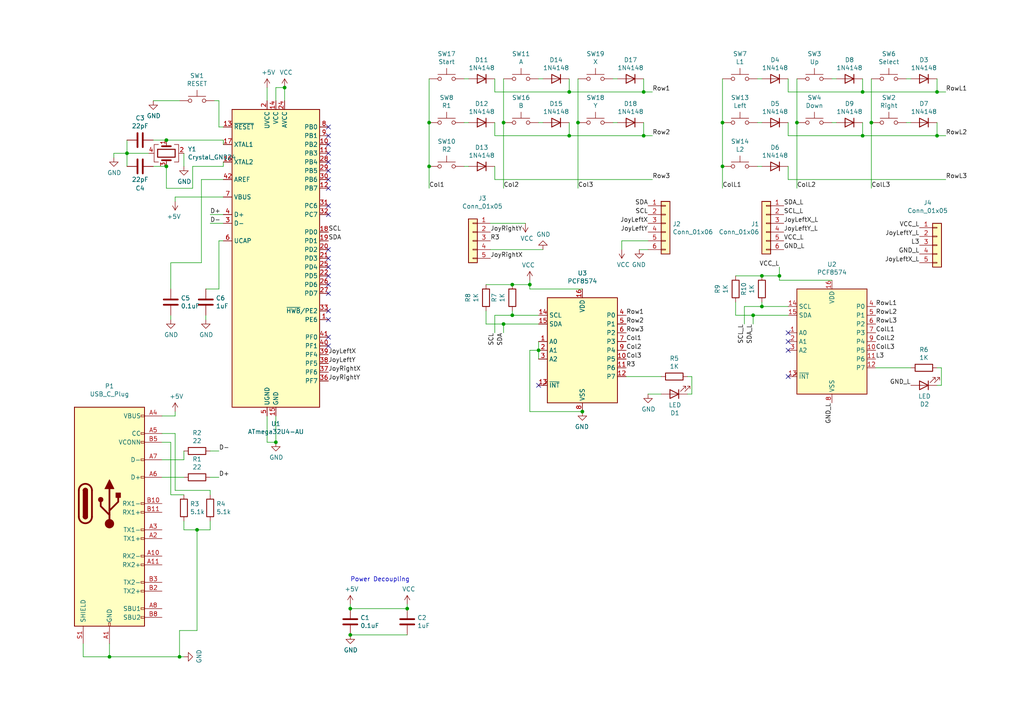
<source format=kicad_sch>
(kicad_sch (version 20211123) (generator eeschema)

  (uuid df32840e-2912-4088-b54c-9a85f64c0265)

  (paper "A4")

  (lib_symbols
    (symbol "Connector:USB_C_Plug" (pin_names (offset 1.016)) (in_bom yes) (on_board yes)
      (property "Reference" "P" (id 0) (at -10.16 29.21 0)
        (effects (font (size 1.27 1.27)) (justify left))
      )
      (property "Value" "USB_C_Plug" (id 1) (at 10.16 29.21 0)
        (effects (font (size 1.27 1.27)) (justify right))
      )
      (property "Footprint" "" (id 2) (at 3.81 0 0)
        (effects (font (size 1.27 1.27)) hide)
      )
      (property "Datasheet" "https://www.usb.org/sites/default/files/documents/usb_type-c.zip" (id 3) (at 3.81 0 0)
        (effects (font (size 1.27 1.27)) hide)
      )
      (property "ki_keywords" "usb universal serial bus" (id 4) (at 0 0 0)
        (effects (font (size 1.27 1.27)) hide)
      )
      (property "ki_description" "USB Type-C Plug connector" (id 5) (at 0 0 0)
        (effects (font (size 1.27 1.27)) hide)
      )
      (property "ki_fp_filters" "USB*C*Plug*" (id 6) (at 0 0 0)
        (effects (font (size 1.27 1.27)) hide)
      )
      (symbol "USB_C_Plug_0_0"
        (rectangle (start -0.254 -35.56) (end 0.254 -34.544)
          (stroke (width 0) (type default) (color 0 0 0 0))
          (fill (type none))
        )
        (rectangle (start 10.16 -32.766) (end 9.144 -33.274)
          (stroke (width 0) (type default) (color 0 0 0 0))
          (fill (type none))
        )
        (rectangle (start 10.16 -30.226) (end 9.144 -30.734)
          (stroke (width 0) (type default) (color 0 0 0 0))
          (fill (type none))
        )
        (rectangle (start 10.16 -25.146) (end 9.144 -25.654)
          (stroke (width 0) (type default) (color 0 0 0 0))
          (fill (type none))
        )
        (rectangle (start 10.16 -22.606) (end 9.144 -23.114)
          (stroke (width 0) (type default) (color 0 0 0 0))
          (fill (type none))
        )
        (rectangle (start 10.16 -17.526) (end 9.144 -18.034)
          (stroke (width 0) (type default) (color 0 0 0 0))
          (fill (type none))
        )
        (rectangle (start 10.16 -14.986) (end 9.144 -15.494)
          (stroke (width 0) (type default) (color 0 0 0 0))
          (fill (type none))
        )
        (rectangle (start 10.16 -9.906) (end 9.144 -10.414)
          (stroke (width 0) (type default) (color 0 0 0 0))
          (fill (type none))
        )
        (rectangle (start 10.16 -7.366) (end 9.144 -7.874)
          (stroke (width 0) (type default) (color 0 0 0 0))
          (fill (type none))
        )
        (rectangle (start 10.16 -2.286) (end 9.144 -2.794)
          (stroke (width 0) (type default) (color 0 0 0 0))
          (fill (type none))
        )
        (rectangle (start 10.16 0.254) (end 9.144 -0.254)
          (stroke (width 0) (type default) (color 0 0 0 0))
          (fill (type none))
        )
        (rectangle (start 10.16 7.874) (end 9.144 7.366)
          (stroke (width 0) (type default) (color 0 0 0 0))
          (fill (type none))
        )
        (rectangle (start 10.16 12.954) (end 9.144 12.446)
          (stroke (width 0) (type default) (color 0 0 0 0))
          (fill (type none))
        )
        (rectangle (start 10.16 18.034) (end 9.144 17.526)
          (stroke (width 0) (type default) (color 0 0 0 0))
          (fill (type none))
        )
        (rectangle (start 10.16 20.574) (end 9.144 20.066)
          (stroke (width 0) (type default) (color 0 0 0 0))
          (fill (type none))
        )
        (rectangle (start 10.16 25.654) (end 9.144 25.146)
          (stroke (width 0) (type default) (color 0 0 0 0))
          (fill (type none))
        )
      )
      (symbol "USB_C_Plug_0_1"
        (rectangle (start -10.16 27.94) (end 10.16 -35.56)
          (stroke (width 0.254) (type default) (color 0 0 0 0))
          (fill (type background))
        )
        (arc (start -8.89 -3.81) (mid -6.985 -5.715) (end -5.08 -3.81)
          (stroke (width 0.508) (type default) (color 0 0 0 0))
          (fill (type none))
        )
        (arc (start -7.62 -3.81) (mid -6.985 -4.445) (end -6.35 -3.81)
          (stroke (width 0.254) (type default) (color 0 0 0 0))
          (fill (type none))
        )
        (arc (start -7.62 -3.81) (mid -6.985 -4.445) (end -6.35 -3.81)
          (stroke (width 0.254) (type default) (color 0 0 0 0))
          (fill (type outline))
        )
        (rectangle (start -7.62 -3.81) (end -6.35 3.81)
          (stroke (width 0.254) (type default) (color 0 0 0 0))
          (fill (type outline))
        )
        (arc (start -6.35 3.81) (mid -6.985 4.445) (end -7.62 3.81)
          (stroke (width 0.254) (type default) (color 0 0 0 0))
          (fill (type none))
        )
        (arc (start -6.35 3.81) (mid -6.985 4.445) (end -7.62 3.81)
          (stroke (width 0.254) (type default) (color 0 0 0 0))
          (fill (type outline))
        )
        (arc (start -5.08 3.81) (mid -6.985 5.715) (end -8.89 3.81)
          (stroke (width 0.508) (type default) (color 0 0 0 0))
          (fill (type none))
        )
        (polyline
          (pts
            (xy -8.89 -3.81)
            (xy -8.89 3.81)
          )
          (stroke (width 0.508) (type default) (color 0 0 0 0))
          (fill (type none))
        )
        (polyline
          (pts
            (xy -5.08 3.81)
            (xy -5.08 -3.81)
          )
          (stroke (width 0.508) (type default) (color 0 0 0 0))
          (fill (type none))
        )
      )
      (symbol "USB_C_Plug_1_1"
        (circle (center -2.54 1.143) (radius 0.635)
          (stroke (width 0.254) (type default) (color 0 0 0 0))
          (fill (type outline))
        )
        (circle (center 0 -5.842) (radius 1.27)
          (stroke (width 0) (type default) (color 0 0 0 0))
          (fill (type outline))
        )
        (polyline
          (pts
            (xy 0 -5.842)
            (xy 0 4.318)
          )
          (stroke (width 0.508) (type default) (color 0 0 0 0))
          (fill (type none))
        )
        (polyline
          (pts
            (xy 0 -3.302)
            (xy -2.54 -0.762)
            (xy -2.54 0.508)
          )
          (stroke (width 0.508) (type default) (color 0 0 0 0))
          (fill (type none))
        )
        (polyline
          (pts
            (xy 0 -2.032)
            (xy 2.54 0.508)
            (xy 2.54 1.778)
          )
          (stroke (width 0.508) (type default) (color 0 0 0 0))
          (fill (type none))
        )
        (polyline
          (pts
            (xy -1.27 4.318)
            (xy 0 6.858)
            (xy 1.27 4.318)
            (xy -1.27 4.318)
          )
          (stroke (width 0.254) (type default) (color 0 0 0 0))
          (fill (type outline))
        )
        (rectangle (start 1.905 1.778) (end 3.175 3.048)
          (stroke (width 0.254) (type default) (color 0 0 0 0))
          (fill (type outline))
        )
        (pin passive line (at 0 -40.64 90) (length 5.08)
          (name "GND" (effects (font (size 1.27 1.27))))
          (number "A1" (effects (font (size 1.27 1.27))))
        )
        (pin bidirectional line (at 15.24 -15.24 180) (length 5.08)
          (name "RX2-" (effects (font (size 1.27 1.27))))
          (number "A10" (effects (font (size 1.27 1.27))))
        )
        (pin bidirectional line (at 15.24 -17.78 180) (length 5.08)
          (name "RX2+" (effects (font (size 1.27 1.27))))
          (number "A11" (effects (font (size 1.27 1.27))))
        )
        (pin passive line (at 0 -40.64 90) (length 5.08) hide
          (name "GND" (effects (font (size 1.27 1.27))))
          (number "A12" (effects (font (size 1.27 1.27))))
        )
        (pin bidirectional line (at 15.24 -10.16 180) (length 5.08)
          (name "TX1+" (effects (font (size 1.27 1.27))))
          (number "A2" (effects (font (size 1.27 1.27))))
        )
        (pin bidirectional line (at 15.24 -7.62 180) (length 5.08)
          (name "TX1-" (effects (font (size 1.27 1.27))))
          (number "A3" (effects (font (size 1.27 1.27))))
        )
        (pin passive line (at 15.24 25.4 180) (length 5.08)
          (name "VBUS" (effects (font (size 1.27 1.27))))
          (number "A4" (effects (font (size 1.27 1.27))))
        )
        (pin bidirectional line (at 15.24 20.32 180) (length 5.08)
          (name "CC" (effects (font (size 1.27 1.27))))
          (number "A5" (effects (font (size 1.27 1.27))))
        )
        (pin bidirectional line (at 15.24 7.62 180) (length 5.08)
          (name "D+" (effects (font (size 1.27 1.27))))
          (number "A6" (effects (font (size 1.27 1.27))))
        )
        (pin bidirectional line (at 15.24 12.7 180) (length 5.08)
          (name "D-" (effects (font (size 1.27 1.27))))
          (number "A7" (effects (font (size 1.27 1.27))))
        )
        (pin bidirectional line (at 15.24 -30.48 180) (length 5.08)
          (name "SBU1" (effects (font (size 1.27 1.27))))
          (number "A8" (effects (font (size 1.27 1.27))))
        )
        (pin passive line (at 15.24 25.4 180) (length 5.08) hide
          (name "VBUS" (effects (font (size 1.27 1.27))))
          (number "A9" (effects (font (size 1.27 1.27))))
        )
        (pin passive line (at 0 -40.64 90) (length 5.08) hide
          (name "GND" (effects (font (size 1.27 1.27))))
          (number "B1" (effects (font (size 1.27 1.27))))
        )
        (pin bidirectional line (at 15.24 0 180) (length 5.08)
          (name "RX1-" (effects (font (size 1.27 1.27))))
          (number "B10" (effects (font (size 1.27 1.27))))
        )
        (pin bidirectional line (at 15.24 -2.54 180) (length 5.08)
          (name "RX1+" (effects (font (size 1.27 1.27))))
          (number "B11" (effects (font (size 1.27 1.27))))
        )
        (pin passive line (at 0 -40.64 90) (length 5.08) hide
          (name "GND" (effects (font (size 1.27 1.27))))
          (number "B12" (effects (font (size 1.27 1.27))))
        )
        (pin bidirectional line (at 15.24 -25.4 180) (length 5.08)
          (name "TX2+" (effects (font (size 1.27 1.27))))
          (number "B2" (effects (font (size 1.27 1.27))))
        )
        (pin bidirectional line (at 15.24 -22.86 180) (length 5.08)
          (name "TX2-" (effects (font (size 1.27 1.27))))
          (number "B3" (effects (font (size 1.27 1.27))))
        )
        (pin passive line (at 15.24 25.4 180) (length 5.08) hide
          (name "VBUS" (effects (font (size 1.27 1.27))))
          (number "B4" (effects (font (size 1.27 1.27))))
        )
        (pin bidirectional line (at 15.24 17.78 180) (length 5.08)
          (name "VCONN" (effects (font (size 1.27 1.27))))
          (number "B5" (effects (font (size 1.27 1.27))))
        )
        (pin bidirectional line (at 15.24 -33.02 180) (length 5.08)
          (name "SBU2" (effects (font (size 1.27 1.27))))
          (number "B8" (effects (font (size 1.27 1.27))))
        )
        (pin passive line (at 15.24 25.4 180) (length 5.08) hide
          (name "VBUS" (effects (font (size 1.27 1.27))))
          (number "B9" (effects (font (size 1.27 1.27))))
        )
        (pin passive line (at -7.62 -40.64 90) (length 5.08)
          (name "SHIELD" (effects (font (size 1.27 1.27))))
          (number "S1" (effects (font (size 1.27 1.27))))
        )
      )
    )
    (symbol "Connector_Generic:Conn_01x05" (pin_names (offset 1.016) hide) (in_bom yes) (on_board yes)
      (property "Reference" "J" (id 0) (at 0 7.62 0)
        (effects (font (size 1.27 1.27)))
      )
      (property "Value" "Conn_01x05" (id 1) (at 0 -7.62 0)
        (effects (font (size 1.27 1.27)))
      )
      (property "Footprint" "" (id 2) (at 0 0 0)
        (effects (font (size 1.27 1.27)) hide)
      )
      (property "Datasheet" "~" (id 3) (at 0 0 0)
        (effects (font (size 1.27 1.27)) hide)
      )
      (property "ki_keywords" "connector" (id 4) (at 0 0 0)
        (effects (font (size 1.27 1.27)) hide)
      )
      (property "ki_description" "Generic connector, single row, 01x05, script generated (kicad-library-utils/schlib/autogen/connector/)" (id 5) (at 0 0 0)
        (effects (font (size 1.27 1.27)) hide)
      )
      (property "ki_fp_filters" "Connector*:*_1x??_*" (id 6) (at 0 0 0)
        (effects (font (size 1.27 1.27)) hide)
      )
      (symbol "Conn_01x05_1_1"
        (rectangle (start -1.27 -4.953) (end 0 -5.207)
          (stroke (width 0.1524) (type default) (color 0 0 0 0))
          (fill (type none))
        )
        (rectangle (start -1.27 -2.413) (end 0 -2.667)
          (stroke (width 0.1524) (type default) (color 0 0 0 0))
          (fill (type none))
        )
        (rectangle (start -1.27 0.127) (end 0 -0.127)
          (stroke (width 0.1524) (type default) (color 0 0 0 0))
          (fill (type none))
        )
        (rectangle (start -1.27 2.667) (end 0 2.413)
          (stroke (width 0.1524) (type default) (color 0 0 0 0))
          (fill (type none))
        )
        (rectangle (start -1.27 5.207) (end 0 4.953)
          (stroke (width 0.1524) (type default) (color 0 0 0 0))
          (fill (type none))
        )
        (rectangle (start -1.27 6.35) (end 1.27 -6.35)
          (stroke (width 0.254) (type default) (color 0 0 0 0))
          (fill (type background))
        )
        (pin passive line (at -5.08 5.08 0) (length 3.81)
          (name "Pin_1" (effects (font (size 1.27 1.27))))
          (number "1" (effects (font (size 1.27 1.27))))
        )
        (pin passive line (at -5.08 2.54 0) (length 3.81)
          (name "Pin_2" (effects (font (size 1.27 1.27))))
          (number "2" (effects (font (size 1.27 1.27))))
        )
        (pin passive line (at -5.08 0 0) (length 3.81)
          (name "Pin_3" (effects (font (size 1.27 1.27))))
          (number "3" (effects (font (size 1.27 1.27))))
        )
        (pin passive line (at -5.08 -2.54 0) (length 3.81)
          (name "Pin_4" (effects (font (size 1.27 1.27))))
          (number "4" (effects (font (size 1.27 1.27))))
        )
        (pin passive line (at -5.08 -5.08 0) (length 3.81)
          (name "Pin_5" (effects (font (size 1.27 1.27))))
          (number "5" (effects (font (size 1.27 1.27))))
        )
      )
    )
    (symbol "Connector_Generic:Conn_01x06" (pin_names (offset 1.016) hide) (in_bom yes) (on_board yes)
      (property "Reference" "J" (id 0) (at 0 7.62 0)
        (effects (font (size 1.27 1.27)))
      )
      (property "Value" "Conn_01x06" (id 1) (at 0 -10.16 0)
        (effects (font (size 1.27 1.27)))
      )
      (property "Footprint" "" (id 2) (at 0 0 0)
        (effects (font (size 1.27 1.27)) hide)
      )
      (property "Datasheet" "~" (id 3) (at 0 0 0)
        (effects (font (size 1.27 1.27)) hide)
      )
      (property "ki_keywords" "connector" (id 4) (at 0 0 0)
        (effects (font (size 1.27 1.27)) hide)
      )
      (property "ki_description" "Generic connector, single row, 01x06, script generated (kicad-library-utils/schlib/autogen/connector/)" (id 5) (at 0 0 0)
        (effects (font (size 1.27 1.27)) hide)
      )
      (property "ki_fp_filters" "Connector*:*_1x??_*" (id 6) (at 0 0 0)
        (effects (font (size 1.27 1.27)) hide)
      )
      (symbol "Conn_01x06_1_1"
        (rectangle (start -1.27 -7.493) (end 0 -7.747)
          (stroke (width 0.1524) (type default) (color 0 0 0 0))
          (fill (type none))
        )
        (rectangle (start -1.27 -4.953) (end 0 -5.207)
          (stroke (width 0.1524) (type default) (color 0 0 0 0))
          (fill (type none))
        )
        (rectangle (start -1.27 -2.413) (end 0 -2.667)
          (stroke (width 0.1524) (type default) (color 0 0 0 0))
          (fill (type none))
        )
        (rectangle (start -1.27 0.127) (end 0 -0.127)
          (stroke (width 0.1524) (type default) (color 0 0 0 0))
          (fill (type none))
        )
        (rectangle (start -1.27 2.667) (end 0 2.413)
          (stroke (width 0.1524) (type default) (color 0 0 0 0))
          (fill (type none))
        )
        (rectangle (start -1.27 5.207) (end 0 4.953)
          (stroke (width 0.1524) (type default) (color 0 0 0 0))
          (fill (type none))
        )
        (rectangle (start -1.27 6.35) (end 1.27 -8.89)
          (stroke (width 0.254) (type default) (color 0 0 0 0))
          (fill (type background))
        )
        (pin passive line (at -5.08 5.08 0) (length 3.81)
          (name "Pin_1" (effects (font (size 1.27 1.27))))
          (number "1" (effects (font (size 1.27 1.27))))
        )
        (pin passive line (at -5.08 2.54 0) (length 3.81)
          (name "Pin_2" (effects (font (size 1.27 1.27))))
          (number "2" (effects (font (size 1.27 1.27))))
        )
        (pin passive line (at -5.08 0 0) (length 3.81)
          (name "Pin_3" (effects (font (size 1.27 1.27))))
          (number "3" (effects (font (size 1.27 1.27))))
        )
        (pin passive line (at -5.08 -2.54 0) (length 3.81)
          (name "Pin_4" (effects (font (size 1.27 1.27))))
          (number "4" (effects (font (size 1.27 1.27))))
        )
        (pin passive line (at -5.08 -5.08 0) (length 3.81)
          (name "Pin_5" (effects (font (size 1.27 1.27))))
          (number "5" (effects (font (size 1.27 1.27))))
        )
        (pin passive line (at -5.08 -7.62 0) (length 3.81)
          (name "Pin_6" (effects (font (size 1.27 1.27))))
          (number "6" (effects (font (size 1.27 1.27))))
        )
      )
    )
    (symbol "Device:C" (pin_numbers hide) (pin_names (offset 0.254)) (in_bom yes) (on_board yes)
      (property "Reference" "C" (id 0) (at 0.635 2.54 0)
        (effects (font (size 1.27 1.27)) (justify left))
      )
      (property "Value" "C" (id 1) (at 0.635 -2.54 0)
        (effects (font (size 1.27 1.27)) (justify left))
      )
      (property "Footprint" "" (id 2) (at 0.9652 -3.81 0)
        (effects (font (size 1.27 1.27)) hide)
      )
      (property "Datasheet" "~" (id 3) (at 0 0 0)
        (effects (font (size 1.27 1.27)) hide)
      )
      (property "ki_keywords" "cap capacitor" (id 4) (at 0 0 0)
        (effects (font (size 1.27 1.27)) hide)
      )
      (property "ki_description" "Unpolarized capacitor" (id 5) (at 0 0 0)
        (effects (font (size 1.27 1.27)) hide)
      )
      (property "ki_fp_filters" "C_*" (id 6) (at 0 0 0)
        (effects (font (size 1.27 1.27)) hide)
      )
      (symbol "C_0_1"
        (polyline
          (pts
            (xy -2.032 -0.762)
            (xy 2.032 -0.762)
          )
          (stroke (width 0.508) (type default) (color 0 0 0 0))
          (fill (type none))
        )
        (polyline
          (pts
            (xy -2.032 0.762)
            (xy 2.032 0.762)
          )
          (stroke (width 0.508) (type default) (color 0 0 0 0))
          (fill (type none))
        )
      )
      (symbol "C_1_1"
        (pin passive line (at 0 3.81 270) (length 2.794)
          (name "~" (effects (font (size 1.27 1.27))))
          (number "1" (effects (font (size 1.27 1.27))))
        )
        (pin passive line (at 0 -3.81 90) (length 2.794)
          (name "~" (effects (font (size 1.27 1.27))))
          (number "2" (effects (font (size 1.27 1.27))))
        )
      )
    )
    (symbol "Device:Crystal_GND24" (pin_names (offset 1.016) hide) (in_bom yes) (on_board yes)
      (property "Reference" "Y" (id 0) (at 3.175 5.08 0)
        (effects (font (size 1.27 1.27)) (justify left))
      )
      (property "Value" "Crystal_GND24" (id 1) (at 3.175 3.175 0)
        (effects (font (size 1.27 1.27)) (justify left))
      )
      (property "Footprint" "" (id 2) (at 0 0 0)
        (effects (font (size 1.27 1.27)) hide)
      )
      (property "Datasheet" "~" (id 3) (at 0 0 0)
        (effects (font (size 1.27 1.27)) hide)
      )
      (property "ki_keywords" "quartz ceramic resonator oscillator" (id 4) (at 0 0 0)
        (effects (font (size 1.27 1.27)) hide)
      )
      (property "ki_description" "Four pin crystal, GND on pins 2 and 4" (id 5) (at 0 0 0)
        (effects (font (size 1.27 1.27)) hide)
      )
      (property "ki_fp_filters" "Crystal*" (id 6) (at 0 0 0)
        (effects (font (size 1.27 1.27)) hide)
      )
      (symbol "Crystal_GND24_0_1"
        (rectangle (start -1.143 2.54) (end 1.143 -2.54)
          (stroke (width 0.3048) (type default) (color 0 0 0 0))
          (fill (type none))
        )
        (polyline
          (pts
            (xy -2.54 0)
            (xy -2.032 0)
          )
          (stroke (width 0) (type default) (color 0 0 0 0))
          (fill (type none))
        )
        (polyline
          (pts
            (xy -2.032 -1.27)
            (xy -2.032 1.27)
          )
          (stroke (width 0.508) (type default) (color 0 0 0 0))
          (fill (type none))
        )
        (polyline
          (pts
            (xy 0 -3.81)
            (xy 0 -3.556)
          )
          (stroke (width 0) (type default) (color 0 0 0 0))
          (fill (type none))
        )
        (polyline
          (pts
            (xy 0 3.556)
            (xy 0 3.81)
          )
          (stroke (width 0) (type default) (color 0 0 0 0))
          (fill (type none))
        )
        (polyline
          (pts
            (xy 2.032 -1.27)
            (xy 2.032 1.27)
          )
          (stroke (width 0.508) (type default) (color 0 0 0 0))
          (fill (type none))
        )
        (polyline
          (pts
            (xy 2.032 0)
            (xy 2.54 0)
          )
          (stroke (width 0) (type default) (color 0 0 0 0))
          (fill (type none))
        )
        (polyline
          (pts
            (xy -2.54 -2.286)
            (xy -2.54 -3.556)
            (xy 2.54 -3.556)
            (xy 2.54 -2.286)
          )
          (stroke (width 0) (type default) (color 0 0 0 0))
          (fill (type none))
        )
        (polyline
          (pts
            (xy -2.54 2.286)
            (xy -2.54 3.556)
            (xy 2.54 3.556)
            (xy 2.54 2.286)
          )
          (stroke (width 0) (type default) (color 0 0 0 0))
          (fill (type none))
        )
      )
      (symbol "Crystal_GND24_1_1"
        (pin passive line (at -3.81 0 0) (length 1.27)
          (name "1" (effects (font (size 1.27 1.27))))
          (number "1" (effects (font (size 1.27 1.27))))
        )
        (pin passive line (at 0 5.08 270) (length 1.27)
          (name "2" (effects (font (size 1.27 1.27))))
          (number "2" (effects (font (size 1.27 1.27))))
        )
        (pin passive line (at 3.81 0 180) (length 1.27)
          (name "3" (effects (font (size 1.27 1.27))))
          (number "3" (effects (font (size 1.27 1.27))))
        )
        (pin passive line (at 0 -5.08 90) (length 1.27)
          (name "4" (effects (font (size 1.27 1.27))))
          (number "4" (effects (font (size 1.27 1.27))))
        )
      )
    )
    (symbol "Device:LED" (pin_numbers hide) (pin_names (offset 1.016) hide) (in_bom yes) (on_board yes)
      (property "Reference" "D" (id 0) (at 0 2.54 0)
        (effects (font (size 1.27 1.27)))
      )
      (property "Value" "LED" (id 1) (at 0 -2.54 0)
        (effects (font (size 1.27 1.27)))
      )
      (property "Footprint" "" (id 2) (at 0 0 0)
        (effects (font (size 1.27 1.27)) hide)
      )
      (property "Datasheet" "~" (id 3) (at 0 0 0)
        (effects (font (size 1.27 1.27)) hide)
      )
      (property "ki_keywords" "LED diode" (id 4) (at 0 0 0)
        (effects (font (size 1.27 1.27)) hide)
      )
      (property "ki_description" "Light emitting diode" (id 5) (at 0 0 0)
        (effects (font (size 1.27 1.27)) hide)
      )
      (property "ki_fp_filters" "LED* LED_SMD:* LED_THT:*" (id 6) (at 0 0 0)
        (effects (font (size 1.27 1.27)) hide)
      )
      (symbol "LED_0_1"
        (polyline
          (pts
            (xy -1.27 -1.27)
            (xy -1.27 1.27)
          )
          (stroke (width 0.254) (type default) (color 0 0 0 0))
          (fill (type none))
        )
        (polyline
          (pts
            (xy -1.27 0)
            (xy 1.27 0)
          )
          (stroke (width 0) (type default) (color 0 0 0 0))
          (fill (type none))
        )
        (polyline
          (pts
            (xy 1.27 -1.27)
            (xy 1.27 1.27)
            (xy -1.27 0)
            (xy 1.27 -1.27)
          )
          (stroke (width 0.254) (type default) (color 0 0 0 0))
          (fill (type none))
        )
        (polyline
          (pts
            (xy -3.048 -0.762)
            (xy -4.572 -2.286)
            (xy -3.81 -2.286)
            (xy -4.572 -2.286)
            (xy -4.572 -1.524)
          )
          (stroke (width 0) (type default) (color 0 0 0 0))
          (fill (type none))
        )
        (polyline
          (pts
            (xy -1.778 -0.762)
            (xy -3.302 -2.286)
            (xy -2.54 -2.286)
            (xy -3.302 -2.286)
            (xy -3.302 -1.524)
          )
          (stroke (width 0) (type default) (color 0 0 0 0))
          (fill (type none))
        )
      )
      (symbol "LED_1_1"
        (pin passive line (at -3.81 0 0) (length 2.54)
          (name "K" (effects (font (size 1.27 1.27))))
          (number "1" (effects (font (size 1.27 1.27))))
        )
        (pin passive line (at 3.81 0 180) (length 2.54)
          (name "A" (effects (font (size 1.27 1.27))))
          (number "2" (effects (font (size 1.27 1.27))))
        )
      )
    )
    (symbol "Device:R" (pin_numbers hide) (pin_names (offset 0)) (in_bom yes) (on_board yes)
      (property "Reference" "R" (id 0) (at 2.032 0 90)
        (effects (font (size 1.27 1.27)))
      )
      (property "Value" "R" (id 1) (at 0 0 90)
        (effects (font (size 1.27 1.27)))
      )
      (property "Footprint" "" (id 2) (at -1.778 0 90)
        (effects (font (size 1.27 1.27)) hide)
      )
      (property "Datasheet" "~" (id 3) (at 0 0 0)
        (effects (font (size 1.27 1.27)) hide)
      )
      (property "ki_keywords" "R res resistor" (id 4) (at 0 0 0)
        (effects (font (size 1.27 1.27)) hide)
      )
      (property "ki_description" "Resistor" (id 5) (at 0 0 0)
        (effects (font (size 1.27 1.27)) hide)
      )
      (property "ki_fp_filters" "R_*" (id 6) (at 0 0 0)
        (effects (font (size 1.27 1.27)) hide)
      )
      (symbol "R_0_1"
        (rectangle (start -1.016 -2.54) (end 1.016 2.54)
          (stroke (width 0.254) (type default) (color 0 0 0 0))
          (fill (type none))
        )
      )
      (symbol "R_1_1"
        (pin passive line (at 0 3.81 270) (length 1.27)
          (name "~" (effects (font (size 1.27 1.27))))
          (number "1" (effects (font (size 1.27 1.27))))
        )
        (pin passive line (at 0 -3.81 90) (length 1.27)
          (name "~" (effects (font (size 1.27 1.27))))
          (number "2" (effects (font (size 1.27 1.27))))
        )
      )
    )
    (symbol "Diode:1N4148" (pin_numbers hide) (pin_names (offset 1.016) hide) (in_bom yes) (on_board yes)
      (property "Reference" "D" (id 0) (at 0 2.54 0)
        (effects (font (size 1.27 1.27)))
      )
      (property "Value" "1N4148" (id 1) (at 0 -2.54 0)
        (effects (font (size 1.27 1.27)))
      )
      (property "Footprint" "Diode_THT:D_DO-35_SOD27_P7.62mm_Horizontal" (id 2) (at 0 -4.445 0)
        (effects (font (size 1.27 1.27)) hide)
      )
      (property "Datasheet" "https://assets.nexperia.com/documents/data-sheet/1N4148_1N4448.pdf" (id 3) (at 0 0 0)
        (effects (font (size 1.27 1.27)) hide)
      )
      (property "ki_keywords" "diode" (id 4) (at 0 0 0)
        (effects (font (size 1.27 1.27)) hide)
      )
      (property "ki_description" "100V 0.15A standard switching diode, DO-35" (id 5) (at 0 0 0)
        (effects (font (size 1.27 1.27)) hide)
      )
      (property "ki_fp_filters" "D*DO?35*" (id 6) (at 0 0 0)
        (effects (font (size 1.27 1.27)) hide)
      )
      (symbol "1N4148_0_1"
        (polyline
          (pts
            (xy -1.27 1.27)
            (xy -1.27 -1.27)
          )
          (stroke (width 0.254) (type default) (color 0 0 0 0))
          (fill (type none))
        )
        (polyline
          (pts
            (xy 1.27 0)
            (xy -1.27 0)
          )
          (stroke (width 0) (type default) (color 0 0 0 0))
          (fill (type none))
        )
        (polyline
          (pts
            (xy 1.27 1.27)
            (xy 1.27 -1.27)
            (xy -1.27 0)
            (xy 1.27 1.27)
          )
          (stroke (width 0.254) (type default) (color 0 0 0 0))
          (fill (type none))
        )
      )
      (symbol "1N4148_1_1"
        (pin passive line (at -3.81 0 0) (length 2.54)
          (name "K" (effects (font (size 1.27 1.27))))
          (number "1" (effects (font (size 1.27 1.27))))
        )
        (pin passive line (at 3.81 0 180) (length 2.54)
          (name "A" (effects (font (size 1.27 1.27))))
          (number "2" (effects (font (size 1.27 1.27))))
        )
      )
    )
    (symbol "Interface_Expansion:PCF8574" (in_bom yes) (on_board yes)
      (property "Reference" "U" (id 0) (at -8.89 16.51 0)
        (effects (font (size 1.27 1.27)) (justify left))
      )
      (property "Value" "PCF8574" (id 1) (at 2.54 16.51 0)
        (effects (font (size 1.27 1.27)) (justify left))
      )
      (property "Footprint" "" (id 2) (at 0 0 0)
        (effects (font (size 1.27 1.27)) hide)
      )
      (property "Datasheet" "http://www.nxp.com/documents/data_sheet/PCF8574_PCF8574A.pdf" (id 3) (at 0 0 0)
        (effects (font (size 1.27 1.27)) hide)
      )
      (property "ki_keywords" "I2C Expander" (id 4) (at 0 0 0)
        (effects (font (size 1.27 1.27)) hide)
      )
      (property "ki_description" "8 Bit Port/Expander to I2C Bus, DIP/SOIC-16" (id 5) (at 0 0 0)
        (effects (font (size 1.27 1.27)) hide)
      )
      (property "ki_fp_filters" "DIP*W7.62mm* SOIC*7.5x10.3mm*P1.27mm*" (id 6) (at 0 0 0)
        (effects (font (size 1.27 1.27)) hide)
      )
      (symbol "PCF8574_0_1"
        (rectangle (start -10.16 15.24) (end 10.16 -15.24)
          (stroke (width 0.254) (type default) (color 0 0 0 0))
          (fill (type background))
        )
      )
      (symbol "PCF8574_1_1"
        (pin input line (at -12.7 2.54 0) (length 2.54)
          (name "A0" (effects (font (size 1.27 1.27))))
          (number "1" (effects (font (size 1.27 1.27))))
        )
        (pin bidirectional line (at 12.7 -2.54 180) (length 2.54)
          (name "P5" (effects (font (size 1.27 1.27))))
          (number "10" (effects (font (size 1.27 1.27))))
        )
        (pin bidirectional line (at 12.7 -5.08 180) (length 2.54)
          (name "P6" (effects (font (size 1.27 1.27))))
          (number "11" (effects (font (size 1.27 1.27))))
        )
        (pin bidirectional line (at 12.7 -7.62 180) (length 2.54)
          (name "P7" (effects (font (size 1.27 1.27))))
          (number "12" (effects (font (size 1.27 1.27))))
        )
        (pin open_collector output_low (at -12.7 -10.16 0) (length 2.54)
          (name "~{INT}" (effects (font (size 1.27 1.27))))
          (number "13" (effects (font (size 1.27 1.27))))
        )
        (pin input line (at -12.7 10.16 0) (length 2.54)
          (name "SCL" (effects (font (size 1.27 1.27))))
          (number "14" (effects (font (size 1.27 1.27))))
        )
        (pin bidirectional line (at -12.7 7.62 0) (length 2.54)
          (name "SDA" (effects (font (size 1.27 1.27))))
          (number "15" (effects (font (size 1.27 1.27))))
        )
        (pin power_in line (at 0 17.78 270) (length 2.54)
          (name "VDD" (effects (font (size 1.27 1.27))))
          (number "16" (effects (font (size 1.27 1.27))))
        )
        (pin input line (at -12.7 0 0) (length 2.54)
          (name "A1" (effects (font (size 1.27 1.27))))
          (number "2" (effects (font (size 1.27 1.27))))
        )
        (pin input line (at -12.7 -2.54 0) (length 2.54)
          (name "A2" (effects (font (size 1.27 1.27))))
          (number "3" (effects (font (size 1.27 1.27))))
        )
        (pin bidirectional line (at 12.7 10.16 180) (length 2.54)
          (name "P0" (effects (font (size 1.27 1.27))))
          (number "4" (effects (font (size 1.27 1.27))))
        )
        (pin bidirectional line (at 12.7 7.62 180) (length 2.54)
          (name "P1" (effects (font (size 1.27 1.27))))
          (number "5" (effects (font (size 1.27 1.27))))
        )
        (pin bidirectional line (at 12.7 5.08 180) (length 2.54)
          (name "P2" (effects (font (size 1.27 1.27))))
          (number "6" (effects (font (size 1.27 1.27))))
        )
        (pin bidirectional line (at 12.7 2.54 180) (length 2.54)
          (name "P3" (effects (font (size 1.27 1.27))))
          (number "7" (effects (font (size 1.27 1.27))))
        )
        (pin power_in line (at 0 -17.78 90) (length 2.54)
          (name "VSS" (effects (font (size 1.27 1.27))))
          (number "8" (effects (font (size 1.27 1.27))))
        )
        (pin bidirectional line (at 12.7 0 180) (length 2.54)
          (name "P4" (effects (font (size 1.27 1.27))))
          (number "9" (effects (font (size 1.27 1.27))))
        )
      )
    )
    (symbol "Switch:SW_Push" (pin_numbers hide) (pin_names (offset 1.016) hide) (in_bom yes) (on_board yes)
      (property "Reference" "SW" (id 0) (at 1.27 2.54 0)
        (effects (font (size 1.27 1.27)) (justify left))
      )
      (property "Value" "SW_Push" (id 1) (at 0 -1.524 0)
        (effects (font (size 1.27 1.27)))
      )
      (property "Footprint" "" (id 2) (at 0 5.08 0)
        (effects (font (size 1.27 1.27)) hide)
      )
      (property "Datasheet" "~" (id 3) (at 0 5.08 0)
        (effects (font (size 1.27 1.27)) hide)
      )
      (property "ki_keywords" "switch normally-open pushbutton push-button" (id 4) (at 0 0 0)
        (effects (font (size 1.27 1.27)) hide)
      )
      (property "ki_description" "Push button switch, generic, two pins" (id 5) (at 0 0 0)
        (effects (font (size 1.27 1.27)) hide)
      )
      (symbol "SW_Push_0_1"
        (circle (center -2.032 0) (radius 0.508)
          (stroke (width 0) (type default) (color 0 0 0 0))
          (fill (type none))
        )
        (polyline
          (pts
            (xy 0 1.27)
            (xy 0 3.048)
          )
          (stroke (width 0) (type default) (color 0 0 0 0))
          (fill (type none))
        )
        (polyline
          (pts
            (xy 2.54 1.27)
            (xy -2.54 1.27)
          )
          (stroke (width 0) (type default) (color 0 0 0 0))
          (fill (type none))
        )
        (circle (center 2.032 0) (radius 0.508)
          (stroke (width 0) (type default) (color 0 0 0 0))
          (fill (type none))
        )
        (pin passive line (at -5.08 0 0) (length 2.54)
          (name "1" (effects (font (size 1.27 1.27))))
          (number "1" (effects (font (size 1.27 1.27))))
        )
        (pin passive line (at 5.08 0 180) (length 2.54)
          (name "2" (effects (font (size 1.27 1.27))))
          (number "2" (effects (font (size 1.27 1.27))))
        )
      )
    )
    (symbol "avr-gamepad-rescue:ATmega32U4-AU-MCU_Microchip_ATmega" (in_bom yes) (on_board yes)
      (property "Reference" "U" (id 0) (at -12.7 44.45 0)
        (effects (font (size 1.27 1.27)) (justify left bottom))
      )
      (property "Value" "ATmega32U4-AU-MCU_Microchip_ATmega" (id 1) (at 2.54 -44.45 0)
        (effects (font (size 1.27 1.27)) (justify left top))
      )
      (property "Footprint" "Package_QFP:TQFP-44_10x10mm_P0.8mm" (id 2) (at 0 0 0)
        (effects (font (size 1.27 1.27) italic) hide)
      )
      (property "Datasheet" "" (id 3) (at 0 0 0)
        (effects (font (size 1.27 1.27)) hide)
      )
      (property "ki_fp_filters" "TQFP*10x10mm*P0.8mm*" (id 4) (at 0 0 0)
        (effects (font (size 1.27 1.27)) hide)
      )
      (symbol "ATmega32U4-AU-MCU_Microchip_ATmega_0_1"
        (rectangle (start -12.7 -43.18) (end 12.7 43.18)
          (stroke (width 0.254) (type default) (color 0 0 0 0))
          (fill (type background))
        )
      )
      (symbol "ATmega32U4-AU-MCU_Microchip_ATmega_1_1"
        (pin tri_state line (at 15.24 -17.78 180) (length 2.54)
          (name "PE6" (effects (font (size 1.27 1.27))))
          (number "1" (effects (font (size 1.27 1.27))))
        )
        (pin tri_state line (at 15.24 33.02 180) (length 2.54)
          (name "PB2" (effects (font (size 1.27 1.27))))
          (number "10" (effects (font (size 1.27 1.27))))
        )
        (pin tri_state line (at 15.24 30.48 180) (length 2.54)
          (name "PB3" (effects (font (size 1.27 1.27))))
          (number "11" (effects (font (size 1.27 1.27))))
        )
        (pin tri_state line (at 15.24 20.32 180) (length 2.54)
          (name "PB7" (effects (font (size 1.27 1.27))))
          (number "12" (effects (font (size 1.27 1.27))))
        )
        (pin input line (at -15.24 38.1 0) (length 2.54)
          (name "~{RESET}" (effects (font (size 1.27 1.27))))
          (number "13" (effects (font (size 1.27 1.27))))
        )
        (pin power_in line (at 0 45.72 270) (length 2.54)
          (name "VCC" (effects (font (size 1.27 1.27))))
          (number "14" (effects (font (size 1.27 1.27))))
        )
        (pin power_in line (at 0 -45.72 90) (length 2.54)
          (name "GND" (effects (font (size 1.27 1.27))))
          (number "15" (effects (font (size 1.27 1.27))))
        )
        (pin output line (at -15.24 27.94 0) (length 2.54)
          (name "XTAL2" (effects (font (size 1.27 1.27))))
          (number "16" (effects (font (size 1.27 1.27))))
        )
        (pin input line (at -15.24 33.02 0) (length 2.54)
          (name "XTAL1" (effects (font (size 1.27 1.27))))
          (number "17" (effects (font (size 1.27 1.27))))
        )
        (pin tri_state line (at 15.24 7.62 180) (length 2.54)
          (name "PD0" (effects (font (size 1.27 1.27))))
          (number "18" (effects (font (size 1.27 1.27))))
        )
        (pin tri_state line (at 15.24 5.08 180) (length 2.54)
          (name "PD1" (effects (font (size 1.27 1.27))))
          (number "19" (effects (font (size 1.27 1.27))))
        )
        (pin power_in line (at -2.54 45.72 270) (length 2.54)
          (name "UVCC" (effects (font (size 1.27 1.27))))
          (number "2" (effects (font (size 1.27 1.27))))
        )
        (pin tri_state line (at 15.24 2.54 180) (length 2.54)
          (name "PD2" (effects (font (size 1.27 1.27))))
          (number "20" (effects (font (size 1.27 1.27))))
        )
        (pin tri_state line (at 15.24 0 180) (length 2.54)
          (name "PD3" (effects (font (size 1.27 1.27))))
          (number "21" (effects (font (size 1.27 1.27))))
        )
        (pin tri_state line (at 15.24 -5.08 180) (length 2.54)
          (name "PD5" (effects (font (size 1.27 1.27))))
          (number "22" (effects (font (size 1.27 1.27))))
        )
        (pin passive line (at 0 -45.72 90) (length 2.54) hide
          (name "GND" (effects (font (size 1.27 1.27))))
          (number "23" (effects (font (size 1.27 1.27))))
        )
        (pin power_in line (at 2.54 45.72 270) (length 2.54)
          (name "AVCC" (effects (font (size 1.27 1.27))))
          (number "24" (effects (font (size 1.27 1.27))))
        )
        (pin tri_state line (at 15.24 -2.54 180) (length 2.54)
          (name "PD4" (effects (font (size 1.27 1.27))))
          (number "25" (effects (font (size 1.27 1.27))))
        )
        (pin tri_state line (at 15.24 -7.62 180) (length 2.54)
          (name "PD6" (effects (font (size 1.27 1.27))))
          (number "26" (effects (font (size 1.27 1.27))))
        )
        (pin tri_state line (at 15.24 -10.16 180) (length 2.54)
          (name "PD7" (effects (font (size 1.27 1.27))))
          (number "27" (effects (font (size 1.27 1.27))))
        )
        (pin tri_state line (at 15.24 27.94 180) (length 2.54)
          (name "PB4" (effects (font (size 1.27 1.27))))
          (number "28" (effects (font (size 1.27 1.27))))
        )
        (pin tri_state line (at 15.24 25.4 180) (length 2.54)
          (name "PB5" (effects (font (size 1.27 1.27))))
          (number "29" (effects (font (size 1.27 1.27))))
        )
        (pin bidirectional line (at -15.24 10.16 0) (length 2.54)
          (name "D-" (effects (font (size 1.27 1.27))))
          (number "3" (effects (font (size 1.27 1.27))))
        )
        (pin tri_state line (at 15.24 22.86 180) (length 2.54)
          (name "PB6" (effects (font (size 1.27 1.27))))
          (number "30" (effects (font (size 1.27 1.27))))
        )
        (pin tri_state line (at 15.24 15.24 180) (length 2.54)
          (name "PC6" (effects (font (size 1.27 1.27))))
          (number "31" (effects (font (size 1.27 1.27))))
        )
        (pin tri_state line (at 15.24 12.7 180) (length 2.54)
          (name "PC7" (effects (font (size 1.27 1.27))))
          (number "32" (effects (font (size 1.27 1.27))))
        )
        (pin tri_state line (at 15.24 -15.24 180) (length 2.54)
          (name "~{HWB}/PE2" (effects (font (size 1.27 1.27))))
          (number "33" (effects (font (size 1.27 1.27))))
        )
        (pin passive line (at 0 45.72 270) (length 2.54) hide
          (name "VCC" (effects (font (size 1.27 1.27))))
          (number "34" (effects (font (size 1.27 1.27))))
        )
        (pin passive line (at 0 -45.72 90) (length 2.54) hide
          (name "GND" (effects (font (size 1.27 1.27))))
          (number "35" (effects (font (size 1.27 1.27))))
        )
        (pin tri_state line (at 15.24 -35.56 180) (length 2.54)
          (name "PF7" (effects (font (size 1.27 1.27))))
          (number "36" (effects (font (size 1.27 1.27))))
        )
        (pin tri_state line (at 15.24 -33.02 180) (length 2.54)
          (name "PF6" (effects (font (size 1.27 1.27))))
          (number "37" (effects (font (size 1.27 1.27))))
        )
        (pin tri_state line (at 15.24 -30.48 180) (length 2.54)
          (name "PF5" (effects (font (size 1.27 1.27))))
          (number "38" (effects (font (size 1.27 1.27))))
        )
        (pin tri_state line (at 15.24 -27.94 180) (length 2.54)
          (name "PF4" (effects (font (size 1.27 1.27))))
          (number "39" (effects (font (size 1.27 1.27))))
        )
        (pin bidirectional line (at -15.24 12.7 0) (length 2.54)
          (name "D+" (effects (font (size 1.27 1.27))))
          (number "4" (effects (font (size 1.27 1.27))))
        )
        (pin tri_state line (at 15.24 -25.4 180) (length 2.54)
          (name "PF1" (effects (font (size 1.27 1.27))))
          (number "40" (effects (font (size 1.27 1.27))))
        )
        (pin tri_state line (at 15.24 -22.86 180) (length 2.54)
          (name "PF0" (effects (font (size 1.27 1.27))))
          (number "41" (effects (font (size 1.27 1.27))))
        )
        (pin passive line (at -15.24 22.86 0) (length 2.54)
          (name "AREF" (effects (font (size 1.27 1.27))))
          (number "42" (effects (font (size 1.27 1.27))))
        )
        (pin passive line (at 0 -45.72 90) (length 2.54) hide
          (name "GND" (effects (font (size 1.27 1.27))))
          (number "43" (effects (font (size 1.27 1.27))))
        )
        (pin passive line (at 2.54 45.72 270) (length 2.54) hide
          (name "AVCC" (effects (font (size 1.27 1.27))))
          (number "44" (effects (font (size 1.27 1.27))))
        )
        (pin passive line (at -2.54 -45.72 90) (length 2.54)
          (name "UGND" (effects (font (size 1.27 1.27))))
          (number "5" (effects (font (size 1.27 1.27))))
        )
        (pin passive line (at -15.24 5.08 0) (length 2.54)
          (name "UCAP" (effects (font (size 1.27 1.27))))
          (number "6" (effects (font (size 1.27 1.27))))
        )
        (pin input line (at -15.24 17.78 0) (length 2.54)
          (name "VBUS" (effects (font (size 1.27 1.27))))
          (number "7" (effects (font (size 1.27 1.27))))
        )
        (pin tri_state line (at 15.24 38.1 180) (length 2.54)
          (name "PB0" (effects (font (size 1.27 1.27))))
          (number "8" (effects (font (size 1.27 1.27))))
        )
        (pin tri_state line (at 15.24 35.56 180) (length 2.54)
          (name "PB1" (effects (font (size 1.27 1.27))))
          (number "9" (effects (font (size 1.27 1.27))))
        )
      )
    )
    (symbol "power:+5V" (power) (pin_names (offset 0)) (in_bom yes) (on_board yes)
      (property "Reference" "#PWR" (id 0) (at 0 -3.81 0)
        (effects (font (size 1.27 1.27)) hide)
      )
      (property "Value" "+5V" (id 1) (at 0 3.556 0)
        (effects (font (size 1.27 1.27)))
      )
      (property "Footprint" "" (id 2) (at 0 0 0)
        (effects (font (size 1.27 1.27)) hide)
      )
      (property "Datasheet" "" (id 3) (at 0 0 0)
        (effects (font (size 1.27 1.27)) hide)
      )
      (property "ki_keywords" "power-flag" (id 4) (at 0 0 0)
        (effects (font (size 1.27 1.27)) hide)
      )
      (property "ki_description" "Power symbol creates a global label with name \"+5V\"" (id 5) (at 0 0 0)
        (effects (font (size 1.27 1.27)) hide)
      )
      (symbol "+5V_0_1"
        (polyline
          (pts
            (xy -0.762 1.27)
            (xy 0 2.54)
          )
          (stroke (width 0) (type default) (color 0 0 0 0))
          (fill (type none))
        )
        (polyline
          (pts
            (xy 0 0)
            (xy 0 2.54)
          )
          (stroke (width 0) (type default) (color 0 0 0 0))
          (fill (type none))
        )
        (polyline
          (pts
            (xy 0 2.54)
            (xy 0.762 1.27)
          )
          (stroke (width 0) (type default) (color 0 0 0 0))
          (fill (type none))
        )
      )
      (symbol "+5V_1_1"
        (pin power_in line (at 0 0 90) (length 0) hide
          (name "+5V" (effects (font (size 1.27 1.27))))
          (number "1" (effects (font (size 1.27 1.27))))
        )
      )
    )
    (symbol "power:GND" (power) (pin_names (offset 0)) (in_bom yes) (on_board yes)
      (property "Reference" "#PWR" (id 0) (at 0 -6.35 0)
        (effects (font (size 1.27 1.27)) hide)
      )
      (property "Value" "GND" (id 1) (at 0 -3.81 0)
        (effects (font (size 1.27 1.27)))
      )
      (property "Footprint" "" (id 2) (at 0 0 0)
        (effects (font (size 1.27 1.27)) hide)
      )
      (property "Datasheet" "" (id 3) (at 0 0 0)
        (effects (font (size 1.27 1.27)) hide)
      )
      (property "ki_keywords" "power-flag" (id 4) (at 0 0 0)
        (effects (font (size 1.27 1.27)) hide)
      )
      (property "ki_description" "Power symbol creates a global label with name \"GND\" , ground" (id 5) (at 0 0 0)
        (effects (font (size 1.27 1.27)) hide)
      )
      (symbol "GND_0_1"
        (polyline
          (pts
            (xy 0 0)
            (xy 0 -1.27)
            (xy 1.27 -1.27)
            (xy 0 -2.54)
            (xy -1.27 -1.27)
            (xy 0 -1.27)
          )
          (stroke (width 0) (type default) (color 0 0 0 0))
          (fill (type none))
        )
      )
      (symbol "GND_1_1"
        (pin power_in line (at 0 0 270) (length 0) hide
          (name "GND" (effects (font (size 1.27 1.27))))
          (number "1" (effects (font (size 1.27 1.27))))
        )
      )
    )
    (symbol "power:VCC" (power) (pin_names (offset 0)) (in_bom yes) (on_board yes)
      (property "Reference" "#PWR" (id 0) (at 0 -3.81 0)
        (effects (font (size 1.27 1.27)) hide)
      )
      (property "Value" "VCC" (id 1) (at 0 3.81 0)
        (effects (font (size 1.27 1.27)))
      )
      (property "Footprint" "" (id 2) (at 0 0 0)
        (effects (font (size 1.27 1.27)) hide)
      )
      (property "Datasheet" "" (id 3) (at 0 0 0)
        (effects (font (size 1.27 1.27)) hide)
      )
      (property "ki_keywords" "power-flag" (id 4) (at 0 0 0)
        (effects (font (size 1.27 1.27)) hide)
      )
      (property "ki_description" "Power symbol creates a global label with name \"VCC\"" (id 5) (at 0 0 0)
        (effects (font (size 1.27 1.27)) hide)
      )
      (symbol "VCC_0_1"
        (polyline
          (pts
            (xy -0.762 1.27)
            (xy 0 2.54)
          )
          (stroke (width 0) (type default) (color 0 0 0 0))
          (fill (type none))
        )
        (polyline
          (pts
            (xy 0 0)
            (xy 0 2.54)
          )
          (stroke (width 0) (type default) (color 0 0 0 0))
          (fill (type none))
        )
        (polyline
          (pts
            (xy 0 2.54)
            (xy 0.762 1.27)
          )
          (stroke (width 0) (type default) (color 0 0 0 0))
          (fill (type none))
        )
      )
      (symbol "VCC_1_1"
        (pin power_in line (at 0 0 90) (length 0) hide
          (name "VCC" (effects (font (size 1.27 1.27))))
          (number "1" (effects (font (size 1.27 1.27))))
        )
      )
    )
  )

  (junction (at 82.55 25.4) (diameter 0) (color 0 0 0 0)
    (uuid 0325ec43-0390-4ae2-b055-b1ec6ce17b1c)
  )
  (junction (at 168.91 119.38) (diameter 0) (color 0 0 0 0)
    (uuid 0cbeb329-a88d-4a47-a5c2-a1d693de2f8c)
  )
  (junction (at 271.78 26.67) (diameter 0) (color 0 0 0 0)
    (uuid 22bb6c80-05a9-4d89-98b0-f4c23fe6c1ce)
  )
  (junction (at 153.67 82.55) (diameter 0) (color 0 0 0 0)
    (uuid 252f1275-081d-4d77-8bd5-3b9e6916ef42)
  )
  (junction (at 80.01 128.27) (diameter 0) (color 0 0 0 0)
    (uuid 25e5aa8e-2696-44a3-8d3c-c2c53f2923cf)
  )
  (junction (at 186.69 26.67) (diameter 0) (color 0 0 0 0)
    (uuid 2a1de22d-6451-488d-af77-0bf8841bd695)
  )
  (junction (at 167.64 35.56) (diameter 0) (color 0 0 0 0)
    (uuid 2e90e294-82e1-45da-9bf1-b91dfe0dc8f6)
  )
  (junction (at 118.11 176.53) (diameter 0) (color 0 0 0 0)
    (uuid 34cdc1c9-c9e2-44c4-9677-c1c7d7efd83d)
  )
  (junction (at 57.15 153.67) (diameter 0) (color 0 0 0 0)
    (uuid 3cbbad56-6634-4cc0-b9bd-e142dcf43ab4)
  )
  (junction (at 148.59 91.44) (diameter 0) (color 0 0 0 0)
    (uuid 3d6cdd62-5634-4e30-acf8-1b9c1dbf6653)
  )
  (junction (at 124.46 48.26) (diameter 0) (color 0 0 0 0)
    (uuid 4e27930e-1827-4788-aa6b-487321d46602)
  )
  (junction (at 250.19 39.37) (diameter 0) (color 0 0 0 0)
    (uuid 593b8647-0095-46cc-ba23-3cf2a86edb5e)
  )
  (junction (at 48.26 40.64) (diameter 0) (color 0 0 0 0)
    (uuid 79e31048-072a-4a40-a625-26bb0b5f046b)
  )
  (junction (at 218.44 91.44) (diameter 0) (color 0 0 0 0)
    (uuid 7db990e4-92e1-4f99-b4d2-435bbec1ba83)
  )
  (junction (at 124.46 35.56) (diameter 0) (color 0 0 0 0)
    (uuid 8cd050d6-228c-4da0-9533-b4f8d14cfb34)
  )
  (junction (at 165.1 39.37) (diameter 0) (color 0 0 0 0)
    (uuid 901440f4-e2a6-4447-83cc-f58a2b26f5c4)
  )
  (junction (at 209.55 35.56) (diameter 0) (color 0 0 0 0)
    (uuid 9031bb33-c6aa-4758-bf5c-3274ed3ebab7)
  )
  (junction (at 52.07 190.5) (diameter 0) (color 0 0 0 0)
    (uuid 917920ab-0c6e-4927-974d-ef342cdd4f63)
  )
  (junction (at 250.19 26.67) (diameter 0) (color 0 0 0 0)
    (uuid 96de0051-7945-413a-9219-1ab367546962)
  )
  (junction (at 231.14 35.56) (diameter 0) (color 0 0 0 0)
    (uuid 9aedbb9e-8340-4899-b813-05b23382a36b)
  )
  (junction (at 36.83 44.45) (diameter 0) (color 0 0 0 0)
    (uuid 9b3c58a7-a9b9-4498-abc0-f9f43e4f0292)
  )
  (junction (at 101.6 184.15) (diameter 0) (color 0 0 0 0)
    (uuid a17904b9-135e-4dae-ae20-401c7787de72)
  )
  (junction (at 146.05 35.56) (diameter 0) (color 0 0 0 0)
    (uuid a5be2cb8-c68d-4180-8412-69a6b4c5b1d4)
  )
  (junction (at 148.59 82.55) (diameter 0) (color 0 0 0 0)
    (uuid bd793ae5-cde5-43f6-8def-1f95f35b1be6)
  )
  (junction (at 31.75 190.5) (diameter 0) (color 0 0 0 0)
    (uuid c04386e0-b49e-4fff-b380-675af13a62cb)
  )
  (junction (at 101.6 176.53) (diameter 0) (color 0 0 0 0)
    (uuid c7af8405-da2e-4a34-b9b8-518f342f8995)
  )
  (junction (at 165.1 26.67) (diameter 0) (color 0 0 0 0)
    (uuid d1a9be32-38ba-44e6-bc35-f031541ab1fe)
  )
  (junction (at 209.55 48.26) (diameter 0) (color 0 0 0 0)
    (uuid da481376-0e49-44d3-91b8-aaa39b869dd1)
  )
  (junction (at 220.98 80.01) (diameter 0) (color 0 0 0 0)
    (uuid dbe92a0d-89cb-4d3f-9497-c2c1d93a3018)
  )
  (junction (at 226.06 80.01) (diameter 0) (color 0 0 0 0)
    (uuid e36988d2-ecb2-461b-a443-7006f447e828)
  )
  (junction (at 220.98 88.9) (diameter 0) (color 0 0 0 0)
    (uuid e6d68f56-4a40-4849-b8d1-13d5ca292900)
  )
  (junction (at 252.73 35.56) (diameter 0) (color 0 0 0 0)
    (uuid e97b5984-9f0f-43a4-9b8a-838eef4cceb2)
  )
  (junction (at 186.69 39.37) (diameter 0) (color 0 0 0 0)
    (uuid f19c9655-8ddb-411a-96dd-bd986870c3c6)
  )
  (junction (at 271.78 39.37) (diameter 0) (color 0 0 0 0)
    (uuid f1e619ac-5067-41df-8384-776ec70a6093)
  )
  (junction (at 156.21 101.6) (diameter 0) (color 0 0 0 0)
    (uuid f4a8afbe-ed68-4253-959f-6be4d2cbf8c5)
  )
  (junction (at 146.05 93.98) (diameter 0) (color 0 0 0 0)
    (uuid f6983918-fe05-46ea-b355-bc522ec53440)
  )
  (junction (at 48.26 48.26) (diameter 0) (color 0 0 0 0)
    (uuid f7667b23-296e-4362-a7e3-949632c8954b)
  )

  (no_connect (at 95.25 82.55) (uuid 00e38d63-5436-49db-81f5-697421f168fc))
  (no_connect (at 95.25 85.09) (uuid 014d13cd-26ad-4d0e-86ad-a43b541cab14))
  (no_connect (at 95.25 44.45) (uuid 155b0b7c-70b4-4a26-a550-bac13cab0aa4))
  (no_connect (at 95.25 41.91) (uuid 1fa508ef-df83-4c99-846b-9acf535b3ad9))
  (no_connect (at 95.25 97.79) (uuid 399fc36a-ed5d-44b5-82f7-c6f83d9acc14))
  (no_connect (at 95.25 54.61) (uuid 443bc73a-8dc0-4e2f-a292-a5eff00efa5b))
  (no_connect (at 95.25 39.37) (uuid 4f411f68-04bd-4175-a406-bcaa4cf6601e))
  (no_connect (at 95.25 74.93) (uuid 616287d9-a51f-498c-8b91-be46a0aa3a7f))
  (no_connect (at 95.25 90.17) (uuid 633292d3-80c5-4986-be82-ce926e9f09f4))
  (no_connect (at 95.25 92.71) (uuid 7744b6ee-910d-401d-b730-65c35d3d8092))
  (no_connect (at 156.21 111.76) (uuid 78f9c3d3-3556-46f6-9744-05ad54b330f0))
  (no_connect (at 95.25 49.53) (uuid 83021f70-e61e-4ad3-bae7-b9f02b28be4f))
  (no_connect (at 228.6 101.6) (uuid 89c9afdc-c346-4300-a392-5f9dd8c1e5bd))
  (no_connect (at 228.6 109.22) (uuid 8b7bbefd-8f78-41f8-809c-2534a5de3b39))
  (no_connect (at 95.25 36.83) (uuid 8fc062a7-114d-48eb-a8f8-71128838f380))
  (no_connect (at 95.25 46.99) (uuid a25b7e01-1754-4cc9-8a14-3d9c461e5af5))
  (no_connect (at 95.25 72.39) (uuid a599509f-fbb9-4db4-9adf-9e96bab1138d))
  (no_connect (at 228.6 96.52) (uuid b854a395-bfc6-4140-9640-75d4f9296771))
  (no_connect (at 95.25 52.07) (uuid cc75e5ae-3348-4e7a-bd16-4df685ee47bd))
  (no_connect (at 95.25 77.47) (uuid d0cd3439-276c-41ba-b38d-f84f6da38415))
  (no_connect (at 95.25 80.01) (uuid dda1e6ca-91ec-4136-b90b-3c54d79454b9))
  (no_connect (at 95.25 59.69) (uuid eac8d865-0226-4958-b547-6b5592f39713))
  (no_connect (at 95.25 62.23) (uuid f2480d0c-9b08-4037-9175-b2369af04d4c))
  (no_connect (at 228.6 99.06) (uuid f5bf5b4a-5213-48af-a5cd-0d67969d2de6))
  (no_connect (at 95.25 100.33) (uuid fbe8ebfc-2a8e-4eb8-85c5-38ddeaa5dd00))

  (wire (pts (xy 228.6 52.07) (xy 228.6 48.26))
    (stroke (width 0) (type default) (color 0 0 0 0))
    (uuid 011ee658-718d-416a-85fd-961729cd1ee5)
  )
  (wire (pts (xy 213.36 91.44) (xy 213.36 87.63))
    (stroke (width 0) (type default) (color 0 0 0 0))
    (uuid 01f82238-6335-48fe-8b0a-6853e227345a)
  )
  (wire (pts (xy 64.77 57.15) (xy 50.8 57.15))
    (stroke (width 0) (type default) (color 0 0 0 0))
    (uuid 026ac84e-b8b2-4dd2-b675-8323c24fd778)
  )
  (wire (pts (xy 50.8 142.24) (xy 60.96 142.24))
    (stroke (width 0) (type default) (color 0 0 0 0))
    (uuid 027929a1-62dd-40f4-83d4-39d0de3b1543)
  )
  (wire (pts (xy 50.8 120.65) (xy 46.99 120.65))
    (stroke (width 0) (type default) (color 0 0 0 0))
    (uuid 03c7f780-fc1b-487a-b30d-567d6c09fdc8)
  )
  (wire (pts (xy 49.53 91.44) (xy 49.53 92.71))
    (stroke (width 0) (type default) (color 0 0 0 0))
    (uuid 057af6bb-cf6f-4bfb-b0c0-2e92a2c09a47)
  )
  (wire (pts (xy 189.23 39.37) (xy 186.69 39.37))
    (stroke (width 0) (type default) (color 0 0 0 0))
    (uuid 05f2859d-2820-4e84-b395-696011feb13b)
  )
  (wire (pts (xy 80.01 128.27) (xy 80.01 120.65))
    (stroke (width 0) (type default) (color 0 0 0 0))
    (uuid 065b9982-55f2-4822-977e-07e8a06e7b35)
  )
  (wire (pts (xy 60.96 142.24) (xy 60.96 143.51))
    (stroke (width 0) (type default) (color 0 0 0 0))
    (uuid 09d3fcdb-613d-4118-a776-abe92f94bae8)
  )
  (wire (pts (xy 57.15 153.67) (xy 57.15 182.88))
    (stroke (width 0) (type default) (color 0 0 0 0))
    (uuid 0a6767e0-2d77-476c-b45d-0002c0b4226e)
  )
  (wire (pts (xy 36.83 44.45) (xy 43.18 44.45))
    (stroke (width 0) (type default) (color 0 0 0 0))
    (uuid 0bcafe80-ffba-4f1e-ae51-95a595b006db)
  )
  (wire (pts (xy 49.53 143.51) (xy 53.34 143.51))
    (stroke (width 0) (type default) (color 0 0 0 0))
    (uuid 0e1bf573-869d-4141-bac6-bf039087b430)
  )
  (wire (pts (xy 60.96 153.67) (xy 60.96 151.13))
    (stroke (width 0) (type default) (color 0 0 0 0))
    (uuid 0e1ed1c5-7428-4dc7-b76e-49b2d5f8177d)
  )
  (wire (pts (xy 220.98 88.9) (xy 215.9 88.9))
    (stroke (width 0) (type default) (color 0 0 0 0))
    (uuid 0e249018-17e7-42b3-ae5d-5ebf3ae299ae)
  )
  (wire (pts (xy 143.51 91.44) (xy 143.51 96.52))
    (stroke (width 0) (type default) (color 0 0 0 0))
    (uuid 0fc5db66-6188-4c1f-bb14-0868bef113eb)
  )
  (wire (pts (xy 148.59 82.55) (xy 153.67 82.55))
    (stroke (width 0) (type default) (color 0 0 0 0))
    (uuid 10e52e95-44f3-4059-a86d-dcda603e0623)
  )
  (wire (pts (xy 157.48 22.86) (xy 156.21 22.86))
    (stroke (width 0) (type default) (color 0 0 0 0))
    (uuid 12a24e86-2c38-4685-bba9-fff8dddb4cb0)
  )
  (wire (pts (xy 228.6 88.9) (xy 220.98 88.9))
    (stroke (width 0) (type default) (color 0 0 0 0))
    (uuid 13bbfffc-affb-4b43-9eb1-f2ed90a8a919)
  )
  (wire (pts (xy 140.97 93.98) (xy 140.97 90.17))
    (stroke (width 0) (type default) (color 0 0 0 0))
    (uuid 142dd724-2a9f-4eea-ab21-209b1bc7ec65)
  )
  (wire (pts (xy 31.75 186.69) (xy 31.75 190.5))
    (stroke (width 0) (type default) (color 0 0 0 0))
    (uuid 14c51520-6d91-4098-a59a-5121f2a898f7)
  )
  (wire (pts (xy 148.59 91.44) (xy 143.51 91.44))
    (stroke (width 0) (type default) (color 0 0 0 0))
    (uuid 15a82541-58d8-45b5-99c5-fb52e017e3ea)
  )
  (wire (pts (xy 36.83 44.45) (xy 33.02 44.45))
    (stroke (width 0) (type default) (color 0 0 0 0))
    (uuid 15fe8f3d-6077-4e0e-81d0-8ec3f4538981)
  )
  (wire (pts (xy 252.73 22.86) (xy 252.73 35.56))
    (stroke (width 0) (type default) (color 0 0 0 0))
    (uuid 16121028-bdf5-49c0-aae7-e28fe5bfa771)
  )
  (wire (pts (xy 124.46 22.86) (xy 124.46 35.56))
    (stroke (width 0) (type default) (color 0 0 0 0))
    (uuid 18c61c95-8af1-4986-b67e-c7af9c15ab6b)
  )
  (wire (pts (xy 213.36 80.01) (xy 220.98 80.01))
    (stroke (width 0) (type default) (color 0 0 0 0))
    (uuid 1ab71a3c-340b-469a-ada5-4f87f0b7b2fa)
  )
  (wire (pts (xy 63.5 130.81) (xy 60.96 130.81))
    (stroke (width 0) (type default) (color 0 0 0 0))
    (uuid 1f8b2c0c-b042-4e2e-80f6-4959a27b238f)
  )
  (wire (pts (xy 48.26 40.64) (xy 64.77 40.64))
    (stroke (width 0) (type default) (color 0 0 0 0))
    (uuid 20c315f4-1e4f-49aa-8d61-778a7389df7e)
  )
  (wire (pts (xy 63.5 69.85) (xy 64.77 69.85))
    (stroke (width 0) (type default) (color 0 0 0 0))
    (uuid 20cca02e-4c4d-4961-b6b4-b40a1731b220)
  )
  (wire (pts (xy 273.05 106.68) (xy 273.05 111.76))
    (stroke (width 0) (type default) (color 0 0 0 0))
    (uuid 221bef83-3ea7-4d3f-adeb-53a8a07c6273)
  )
  (wire (pts (xy 50.8 125.73) (xy 50.8 142.24))
    (stroke (width 0) (type default) (color 0 0 0 0))
    (uuid 248a12d4-0aab-405b-a118-bff423d35aa5)
  )
  (wire (pts (xy 209.55 48.26) (xy 209.55 54.61))
    (stroke (width 0) (type default) (color 0 0 0 0))
    (uuid 269f19c3-6824-45a8-be29-fa58d70cbb42)
  )
  (wire (pts (xy 64.77 48.26) (xy 55.88 48.26))
    (stroke (width 0) (type default) (color 0 0 0 0))
    (uuid 27d56953-c620-4d5b-9c1c-e48bc3d9684a)
  )
  (wire (pts (xy 187.96 69.85) (xy 180.34 69.85))
    (stroke (width 0) (type default) (color 0 0 0 0))
    (uuid 2891767f-251c-48c4-91c0-deb1b368f45c)
  )
  (wire (pts (xy 165.1 39.37) (xy 143.51 39.37))
    (stroke (width 0) (type default) (color 0 0 0 0))
    (uuid 2c60448a-e30f-46b2-89e1-a44f51688efc)
  )
  (wire (pts (xy 24.13 186.69) (xy 24.13 190.5))
    (stroke (width 0) (type default) (color 0 0 0 0))
    (uuid 2d67a417-188f-4014-9282-000265d80009)
  )
  (wire (pts (xy 250.19 26.67) (xy 228.6 26.67))
    (stroke (width 0) (type default) (color 0 0 0 0))
    (uuid 2db910a0-b943-40b4-b81f-068ba5265f56)
  )
  (wire (pts (xy 64.77 41.91) (xy 64.77 40.64))
    (stroke (width 0) (type default) (color 0 0 0 0))
    (uuid 2dc54bac-8640-4dd7-b8ed-3c7acb01a8ea)
  )
  (wire (pts (xy 63.5 36.83) (xy 63.5 29.21))
    (stroke (width 0) (type default) (color 0 0 0 0))
    (uuid 309b3bff-19c8-41ec-a84d-63399c649f46)
  )
  (wire (pts (xy 53.34 130.81) (xy 53.34 133.35))
    (stroke (width 0) (type default) (color 0 0 0 0))
    (uuid 31540a7e-dc9e-4e4d-96b1-dab15efa5f4b)
  )
  (wire (pts (xy 156.21 93.98) (xy 146.05 93.98))
    (stroke (width 0) (type default) (color 0 0 0 0))
    (uuid 3c8d03bf-f31d-4aa0-b8db-a227ffd7d8d6)
  )
  (wire (pts (xy 252.73 35.56) (xy 252.73 54.61))
    (stroke (width 0) (type default) (color 0 0 0 0))
    (uuid 3c9169cc-3a77-4ae0-8afc-cbfc472a28c5)
  )
  (wire (pts (xy 231.14 35.56) (xy 231.14 54.61))
    (stroke (width 0) (type default) (color 0 0 0 0))
    (uuid 3e57b728-64e6-4470-8f27-a43c0dd85050)
  )
  (wire (pts (xy 200.66 114.3) (xy 199.39 114.3))
    (stroke (width 0) (type default) (color 0 0 0 0))
    (uuid 3f43d730-2a73-49fe-9672-32428e7f5b49)
  )
  (wire (pts (xy 250.19 22.86) (xy 250.19 26.67))
    (stroke (width 0) (type default) (color 0 0 0 0))
    (uuid 3f8a5430-68a9-4732-9b89-4e00dd8ae219)
  )
  (wire (pts (xy 58.42 52.07) (xy 58.42 76.2))
    (stroke (width 0) (type default) (color 0 0 0 0))
    (uuid 40b14a16-fb82-4b9d-89dd-55cd98abb5cc)
  )
  (wire (pts (xy 187.96 72.39) (xy 185.42 72.39))
    (stroke (width 0) (type default) (color 0 0 0 0))
    (uuid 411d4270-c66c-4318-b7fb-1470d34862b8)
  )
  (wire (pts (xy 228.6 26.67) (xy 228.6 22.86))
    (stroke (width 0) (type default) (color 0 0 0 0))
    (uuid 42ff012d-5eb7-42b9-bb45-415cf26799c6)
  )
  (wire (pts (xy 64.77 62.23) (xy 60.96 62.23))
    (stroke (width 0) (type default) (color 0 0 0 0))
    (uuid 4a850cb6-bb24-4274-a902-e49f34f0a0e3)
  )
  (wire (pts (xy 231.14 22.86) (xy 231.14 35.56))
    (stroke (width 0) (type default) (color 0 0 0 0))
    (uuid 4db55cb8-197b-4402-871f-ce582b65664b)
  )
  (wire (pts (xy 226.06 81.28) (xy 226.06 80.01))
    (stroke (width 0) (type default) (color 0 0 0 0))
    (uuid 52a8f1be-73ca-41a8-bc24-2320706b0ec1)
  )
  (wire (pts (xy 63.5 83.82) (xy 63.5 69.85))
    (stroke (width 0) (type default) (color 0 0 0 0))
    (uuid 5487601b-81d3-4c70-8f3d-cf9df9c63302)
  )
  (wire (pts (xy 63.5 36.83) (xy 64.77 36.83))
    (stroke (width 0) (type default) (color 0 0 0 0))
    (uuid 576c6616-e95d-4f1e-8ead-dea30fcdc8c2)
  )
  (wire (pts (xy 186.69 35.56) (xy 186.69 39.37))
    (stroke (width 0) (type default) (color 0 0 0 0))
    (uuid 576f00e6-a1be-45d3-9b93-e26d9e0fe306)
  )
  (wire (pts (xy 46.99 138.43) (xy 53.34 138.43))
    (stroke (width 0) (type default) (color 0 0 0 0))
    (uuid 5843e3d4-4423-4b84-9ee5-80c77a135f0d)
  )
  (wire (pts (xy 46.99 128.27) (xy 49.53 128.27))
    (stroke (width 0) (type default) (color 0 0 0 0))
    (uuid 5c9d7041-7d88-4161-bef6-44837c337941)
  )
  (wire (pts (xy 242.57 35.56) (xy 241.3 35.56))
    (stroke (width 0) (type default) (color 0 0 0 0))
    (uuid 5d9921f1-08b3-4cc9-8cf7-e9a72ca2fdb7)
  )
  (wire (pts (xy 167.64 35.56) (xy 167.64 54.61))
    (stroke (width 0) (type default) (color 0 0 0 0))
    (uuid 5e7c3a32-8dda-4e6a-9838-c94d1f165575)
  )
  (wire (pts (xy 57.15 153.67) (xy 60.96 153.67))
    (stroke (width 0) (type default) (color 0 0 0 0))
    (uuid 5ed735da-a299-45f5-8f88-5379b859a882)
  )
  (wire (pts (xy 58.42 76.2) (xy 49.53 76.2))
    (stroke (width 0) (type default) (color 0 0 0 0))
    (uuid 5edcefbe-9766-42c8-9529-28d0ec865573)
  )
  (wire (pts (xy 146.05 35.56) (xy 146.05 54.61))
    (stroke (width 0) (type default) (color 0 0 0 0))
    (uuid 5f31b97b-d794-46d6-bbd9-7a5638bcf704)
  )
  (wire (pts (xy 250.19 39.37) (xy 228.6 39.37))
    (stroke (width 0) (type default) (color 0 0 0 0))
    (uuid 60aa0ce8-9d0e-48ca-bbf9-866403979e9b)
  )
  (wire (pts (xy 264.16 106.68) (xy 254 106.68))
    (stroke (width 0) (type default) (color 0 0 0 0))
    (uuid 60ff6322-62e2-4602-9bc0-7a0f0a5ecfbf)
  )
  (wire (pts (xy 179.07 22.86) (xy 177.8 22.86))
    (stroke (width 0) (type default) (color 0 0 0 0))
    (uuid 626679e8-6101-4722-ac57-5b8d9dab4c8b)
  )
  (wire (pts (xy 140.97 82.55) (xy 148.59 82.55))
    (stroke (width 0) (type default) (color 0 0 0 0))
    (uuid 62e8c4d4-266c-4e53-8981-1028251d724c)
  )
  (wire (pts (xy 215.9 88.9) (xy 215.9 93.98))
    (stroke (width 0) (type default) (color 0 0 0 0))
    (uuid 63489ebf-0f52-43a6-a0ab-158b1a7d4988)
  )
  (wire (pts (xy 179.07 35.56) (xy 177.8 35.56))
    (stroke (width 0) (type default) (color 0 0 0 0))
    (uuid 6513181c-0a6a-4560-9a18-17450c36ae2a)
  )
  (wire (pts (xy 165.1 26.67) (xy 143.51 26.67))
    (stroke (width 0) (type default) (color 0 0 0 0))
    (uuid 6ac3ab53-7523-4805-bfd2-5de19dff127e)
  )
  (wire (pts (xy 153.67 82.55) (xy 153.67 83.82))
    (stroke (width 0) (type default) (color 0 0 0 0))
    (uuid 6b91a3ee-fdcd-4bfe-ad57-c8d5ea9903a8)
  )
  (wire (pts (xy 156.21 101.6) (xy 153.67 101.6))
    (stroke (width 0) (type default) (color 0 0 0 0))
    (uuid 6d0c9e39-9878-44c8-8283-9a59e45006fa)
  )
  (wire (pts (xy 53.34 153.67) (xy 57.15 153.67))
    (stroke (width 0) (type default) (color 0 0 0 0))
    (uuid 6f675e5f-8fe6-4148-baf1-da97afc770f8)
  )
  (wire (pts (xy 63.5 138.43) (xy 60.96 138.43))
    (stroke (width 0) (type default) (color 0 0 0 0))
    (uuid 700e8b73-5976-423f-a3f3-ab3d9f3e9760)
  )
  (wire (pts (xy 33.02 44.45) (xy 33.02 45.72))
    (stroke (width 0) (type default) (color 0 0 0 0))
    (uuid 70e4263f-d95a-4431-b3f3-cfc800c82056)
  )
  (wire (pts (xy 77.47 25.4) (xy 77.47 29.21))
    (stroke (width 0) (type default) (color 0 0 0 0))
    (uuid 70fb572d-d5ec-41e7-9482-63d4578b4f47)
  )
  (wire (pts (xy 143.51 52.07) (xy 143.51 48.26))
    (stroke (width 0) (type default) (color 0 0 0 0))
    (uuid 713e0777-58b2-4487-baca-60d0ebed27c3)
  )
  (wire (pts (xy 220.98 35.56) (xy 219.71 35.56))
    (stroke (width 0) (type default) (color 0 0 0 0))
    (uuid 71c6e723-673c-45a9-a0e4-9742220c52a3)
  )
  (wire (pts (xy 220.98 88.9) (xy 220.98 87.63))
    (stroke (width 0) (type default) (color 0 0 0 0))
    (uuid 71f8d568-0f23-4ff2-8e60-1600ce517a48)
  )
  (wire (pts (xy 228.6 39.37) (xy 228.6 35.56))
    (stroke (width 0) (type default) (color 0 0 0 0))
    (uuid 72508b1f-1505-46cb-9d37-2081c5a12aca)
  )
  (wire (pts (xy 57.15 182.88) (xy 52.07 182.88))
    (stroke (width 0) (type default) (color 0 0 0 0))
    (uuid 739ed515-c3e1-4f8a-b5e1-4fbc78b97cdc)
  )
  (wire (pts (xy 156.21 91.44) (xy 148.59 91.44))
    (stroke (width 0) (type default) (color 0 0 0 0))
    (uuid 74f5ec08-7600-4a0b-a9e4-aae29f9ea08a)
  )
  (wire (pts (xy 142.24 64.77) (xy 152.4 64.77))
    (stroke (width 0) (type default) (color 0 0 0 0))
    (uuid 752417ee-7d0b-4ac8-a22c-26669881a2ab)
  )
  (wire (pts (xy 228.6 52.07) (xy 274.32 52.07))
    (stroke (width 0) (type default) (color 0 0 0 0))
    (uuid 75b944f9-bf25-4dc7-8104-e9f80b4f359b)
  )
  (wire (pts (xy 271.78 39.37) (xy 250.19 39.37))
    (stroke (width 0) (type default) (color 0 0 0 0))
    (uuid 7a74c4b1-6243-4a12-85a2-bc41d346e7aa)
  )
  (wire (pts (xy 82.55 29.21) (xy 82.55 25.4))
    (stroke (width 0) (type default) (color 0 0 0 0))
    (uuid 7b044939-8c4d-444f-b9e0-a15fcdeb5a86)
  )
  (wire (pts (xy 228.6 91.44) (xy 218.44 91.44))
    (stroke (width 0) (type default) (color 0 0 0 0))
    (uuid 7c00778a-4692-4f9b-87d5-2d355077ce1e)
  )
  (wire (pts (xy 156.21 99.06) (xy 156.21 101.6))
    (stroke (width 0) (type default) (color 0 0 0 0))
    (uuid 7c2008c8-0626-4a09-a873-065e83502a0e)
  )
  (wire (pts (xy 156.21 101.6) (xy 156.21 104.14))
    (stroke (width 0) (type default) (color 0 0 0 0))
    (uuid 7c411b3e-aca2-424f-b644-2d21c9d80fa7)
  )
  (wire (pts (xy 271.78 35.56) (xy 271.78 39.37))
    (stroke (width 0) (type default) (color 0 0 0 0))
    (uuid 7d76d925-f900-42af-a03f-bb32d2381b09)
  )
  (wire (pts (xy 48.26 54.61) (xy 48.26 48.26))
    (stroke (width 0) (type default) (color 0 0 0 0))
    (uuid 7e0a03ae-d054-4f76-a131-5c09b8dc1636)
  )
  (wire (pts (xy 146.05 22.86) (xy 146.05 35.56))
    (stroke (width 0) (type default) (color 0 0 0 0))
    (uuid 7e1217ba-8a3d-4079-8d7b-b45f90cfbf53)
  )
  (wire (pts (xy 271.78 26.67) (xy 250.19 26.67))
    (stroke (width 0) (type default) (color 0 0 0 0))
    (uuid 802c2dc3-ca9f-491e-9d66-7893e89ac34c)
  )
  (wire (pts (xy 36.83 40.64) (xy 36.83 44.45))
    (stroke (width 0) (type default) (color 0 0 0 0))
    (uuid 814763c2-92e5-4a2c-941c-9bbd073f6e87)
  )
  (wire (pts (xy 189.23 26.67) (xy 186.69 26.67))
    (stroke (width 0) (type default) (color 0 0 0 0))
    (uuid 844d7d7a-b386-45a8-aaf6-bf41bbcb43b5)
  )
  (wire (pts (xy 24.13 190.5) (xy 31.75 190.5))
    (stroke (width 0) (type default) (color 0 0 0 0))
    (uuid 84e5506c-143e-495f-9aa4-d3a71622f213)
  )
  (wire (pts (xy 46.99 125.73) (xy 50.8 125.73))
    (stroke (width 0) (type default) (color 0 0 0 0))
    (uuid 853ee787-6e2c-4f32-bc75-6c17337dd3d5)
  )
  (wire (pts (xy 53.34 133.35) (xy 46.99 133.35))
    (stroke (width 0) (type default) (color 0 0 0 0))
    (uuid 8c1605f9-6c91-4701-96bf-e753661d5e23)
  )
  (wire (pts (xy 53.34 48.26) (xy 53.34 44.45))
    (stroke (width 0) (type default) (color 0 0 0 0))
    (uuid 8d0c1d66-35ef-4a53-a28f-436a11b54f42)
  )
  (wire (pts (xy 218.44 91.44) (xy 213.36 91.44))
    (stroke (width 0) (type default) (color 0 0 0 0))
    (uuid 8efee08b-b92e-4ba6-8722-c058e18114fe)
  )
  (wire (pts (xy 191.77 109.22) (xy 181.61 109.22))
    (stroke (width 0) (type default) (color 0 0 0 0))
    (uuid 9186dae5-6dc3-4744-9f90-e697559c6ac8)
  )
  (wire (pts (xy 55.88 48.26) (xy 55.88 54.61))
    (stroke (width 0) (type default) (color 0 0 0 0))
    (uuid 9193c41e-d425-447d-b95c-6986d66ea01c)
  )
  (wire (pts (xy 59.69 91.44) (xy 59.69 92.71))
    (stroke (width 0) (type default) (color 0 0 0 0))
    (uuid 935f462d-8b1e-4005-9f1e-17f537ab1756)
  )
  (wire (pts (xy 220.98 80.01) (xy 226.06 80.01))
    (stroke (width 0) (type default) (color 0 0 0 0))
    (uuid 97581b9a-3f6b-4e88-8768-6fdb60e6aca6)
  )
  (wire (pts (xy 200.66 109.22) (xy 199.39 109.22))
    (stroke (width 0) (type default) (color 0 0 0 0))
    (uuid 98b00c9d-9188-4bce-aa70-92d12dd9cf82)
  )
  (wire (pts (xy 168.91 83.82) (xy 153.67 83.82))
    (stroke (width 0) (type default) (color 0 0 0 0))
    (uuid 98fe66f3-ec8b-4515-ae34-617f2124a7ec)
  )
  (wire (pts (xy 52.07 190.5) (xy 52.07 182.88))
    (stroke (width 0) (type default) (color 0 0 0 0))
    (uuid 9a0b74a5-4879-4b51-8e8e-6d85a0107422)
  )
  (wire (pts (xy 180.34 69.85) (xy 180.34 72.39))
    (stroke (width 0) (type default) (color 0 0 0 0))
    (uuid 9bac9ad3-a7b9-47f0-87c7-d8630653df68)
  )
  (wire (pts (xy 153.67 101.6) (xy 153.67 119.38))
    (stroke (width 0) (type default) (color 0 0 0 0))
    (uuid 9c607e49-ee5c-4e85-a7da-6fede9912412)
  )
  (wire (pts (xy 264.16 35.56) (xy 262.89 35.56))
    (stroke (width 0) (type default) (color 0 0 0 0))
    (uuid 9dcdc92b-2219-4a4a-8954-45f02cc3ab25)
  )
  (wire (pts (xy 135.89 35.56) (xy 134.62 35.56))
    (stroke (width 0) (type default) (color 0 0 0 0))
    (uuid 9f782c92-a5e8-49db-bfda-752b35522ce4)
  )
  (wire (pts (xy 165.1 22.86) (xy 165.1 26.67))
    (stroke (width 0) (type default) (color 0 0 0 0))
    (uuid a07b6b2b-7179-4297-b163-5e47ffbe76d3)
  )
  (wire (pts (xy 186.69 39.37) (xy 165.1 39.37))
    (stroke (width 0) (type default) (color 0 0 0 0))
    (uuid a0dee8e6-f88a-4f05-aba0-bab3aafdf2bc)
  )
  (wire (pts (xy 200.66 109.22) (xy 200.66 114.3))
    (stroke (width 0) (type default) (color 0 0 0 0))
    (uuid a24ce0e2-fdd3-4e6a-b754-5dee9713dd27)
  )
  (wire (pts (xy 77.47 128.27) (xy 80.01 128.27))
    (stroke (width 0) (type default) (color 0 0 0 0))
    (uuid a24ddb4f-c217-42ca-b6cb-d12da84fb2b9)
  )
  (wire (pts (xy 77.47 120.65) (xy 77.47 128.27))
    (stroke (width 0) (type default) (color 0 0 0 0))
    (uuid a6ccc556-da88-4006-ae1a-cc35733efef3)
  )
  (wire (pts (xy 186.69 22.86) (xy 186.69 26.67))
    (stroke (width 0) (type default) (color 0 0 0 0))
    (uuid a8219a78-6b33-4efa-a789-6a67ce8f7a50)
  )
  (wire (pts (xy 143.51 39.37) (xy 143.51 35.56))
    (stroke (width 0) (type default) (color 0 0 0 0))
    (uuid a8fb8ee0-623f-4870-a716-ecc88f37ef9a)
  )
  (wire (pts (xy 50.8 57.15) (xy 50.8 58.42))
    (stroke (width 0) (type default) (color 0 0 0 0))
    (uuid aa79024d-ca7e-4c24-b127-7df08bbd0c75)
  )
  (wire (pts (xy 48.26 40.64) (xy 44.45 40.64))
    (stroke (width 0) (type default) (color 0 0 0 0))
    (uuid b4300db7-1220-431a-b7c3-2edbdf8fa6fc)
  )
  (wire (pts (xy 220.98 22.86) (xy 219.71 22.86))
    (stroke (width 0) (type default) (color 0 0 0 0))
    (uuid b4833916-7a3e-4498-86fb-ec6d13262ffe)
  )
  (wire (pts (xy 273.05 106.68) (xy 271.78 106.68))
    (stroke (width 0) (type default) (color 0 0 0 0))
    (uuid b5071759-a4d7-4769-be02-251f23cd4454)
  )
  (wire (pts (xy 273.05 111.76) (xy 271.78 111.76))
    (stroke (width 0) (type default) (color 0 0 0 0))
    (uuid b52d6ff3-fef1-496e-8dd5-ebb89b6bce6a)
  )
  (wire (pts (xy 50.8 119.38) (xy 50.8 120.65))
    (stroke (width 0) (type default) (color 0 0 0 0))
    (uuid b873bc5d-a9af-4bd9-afcb-87ce4d417120)
  )
  (wire (pts (xy 167.64 22.86) (xy 167.64 35.56))
    (stroke (width 0) (type default) (color 0 0 0 0))
    (uuid ba6fc20e-7eff-4d5f-81e4-d1fad93be155)
  )
  (wire (pts (xy 143.51 52.07) (xy 189.23 52.07))
    (stroke (width 0) (type default) (color 0 0 0 0))
    (uuid bac7c5b3-99df-445a-ade9-1e608bbbe27e)
  )
  (wire (pts (xy 146.05 96.52) (xy 146.05 93.98))
    (stroke (width 0) (type default) (color 0 0 0 0))
    (uuid bb59b92a-e4d0-4b9e-82cd-26304f5c15b8)
  )
  (wire (pts (xy 63.5 29.21) (xy 62.23 29.21))
    (stroke (width 0) (type default) (color 0 0 0 0))
    (uuid bd9595a1-04f3-4fda-8f1b-e65ad874edd3)
  )
  (wire (pts (xy 124.46 35.56) (xy 124.46 48.26))
    (stroke (width 0) (type default) (color 0 0 0 0))
    (uuid bde95c06-433a-4c03-bc48-e3abcdb4e054)
  )
  (wire (pts (xy 64.77 52.07) (xy 58.42 52.07))
    (stroke (width 0) (type default) (color 0 0 0 0))
    (uuid c09938fd-06b9-4771-9f63-2311626243b3)
  )
  (wire (pts (xy 80.01 25.4) (xy 82.55 25.4))
    (stroke (width 0) (type default) (color 0 0 0 0))
    (uuid c106154f-d948-43e5-abfa-e1b96055d91b)
  )
  (wire (pts (xy 80.01 29.21) (xy 80.01 25.4))
    (stroke (width 0) (type default) (color 0 0 0 0))
    (uuid c24d6ac8-802d-4df3-a210-9cb1f693e865)
  )
  (wire (pts (xy 101.6 176.53) (xy 101.6 175.26))
    (stroke (width 0) (type default) (color 0 0 0 0))
    (uuid c49d23ab-146d-4089-864f-2d22b5b414b9)
  )
  (wire (pts (xy 44.45 48.26) (xy 48.26 48.26))
    (stroke (width 0) (type default) (color 0 0 0 0))
    (uuid c76d4423-ef1b-4a6f-8176-33d65f2877bb)
  )
  (wire (pts (xy 142.24 72.39) (xy 157.48 72.39))
    (stroke (width 0) (type default) (color 0 0 0 0))
    (uuid cada57e2-1fa7-4b9d-a2a0-2218773d5c50)
  )
  (wire (pts (xy 264.16 22.86) (xy 262.89 22.86))
    (stroke (width 0) (type default) (color 0 0 0 0))
    (uuid cc48dd41-7768-48d3-b096-2c4cc2126c9d)
  )
  (wire (pts (xy 135.89 22.86) (xy 134.62 22.86))
    (stroke (width 0) (type default) (color 0 0 0 0))
    (uuid ccc4cc25-ac17-45ef-825c-e079951ffb21)
  )
  (wire (pts (xy 218.44 93.98) (xy 218.44 91.44))
    (stroke (width 0) (type default) (color 0 0 0 0))
    (uuid cd5e758d-cb66-484a-ae8b-21f53ceee49e)
  )
  (wire (pts (xy 101.6 184.15) (xy 118.11 184.15))
    (stroke (width 0) (type default) (color 0 0 0 0))
    (uuid d0d2eee9-31f6-44fa-8149-ebb4dc2dc0dc)
  )
  (wire (pts (xy 44.45 29.21) (xy 52.07 29.21))
    (stroke (width 0) (type default) (color 0 0 0 0))
    (uuid d0fb0864-e79b-4bdc-8e8e-eed0cabe6d56)
  )
  (wire (pts (xy 226.06 80.01) (xy 226.06 77.47))
    (stroke (width 0) (type default) (color 0 0 0 0))
    (uuid d102186a-5b58-41d0-9985-3dbb3593f397)
  )
  (wire (pts (xy 63.5 83.82) (xy 59.69 83.82))
    (stroke (width 0) (type default) (color 0 0 0 0))
    (uuid d39d813e-3e64-490c-ba5c-a64bb5ad6bd0)
  )
  (wire (pts (xy 52.07 190.5) (xy 53.34 190.5))
    (stroke (width 0) (type default) (color 0 0 0 0))
    (uuid d69a5fdf-de15-4ec9-94f6-f9ee2f4b69fa)
  )
  (wire (pts (xy 55.88 54.61) (xy 48.26 54.61))
    (stroke (width 0) (type default) (color 0 0 0 0))
    (uuid d6fb27cf-362d-4568-967c-a5bf49d5931b)
  )
  (wire (pts (xy 49.53 128.27) (xy 49.53 143.51))
    (stroke (width 0) (type default) (color 0 0 0 0))
    (uuid d7026a80-b3cf-4363-92f5-b3b893e3e69a)
  )
  (wire (pts (xy 165.1 35.56) (xy 165.1 39.37))
    (stroke (width 0) (type default) (color 0 0 0 0))
    (uuid d7e5a060-eb57-4238-9312-26bc885fc97d)
  )
  (wire (pts (xy 118.11 176.53) (xy 118.11 175.26))
    (stroke (width 0) (type default) (color 0 0 0 0))
    (uuid da25bf79-0abb-4fac-a221-ca5c574dfc29)
  )
  (wire (pts (xy 135.89 48.26) (xy 134.62 48.26))
    (stroke (width 0) (type default) (color 0 0 0 0))
    (uuid da6f4122-0ecc-496f-b0fd-e4abef534976)
  )
  (wire (pts (xy 242.57 22.86) (xy 241.3 22.86))
    (stroke (width 0) (type default) (color 0 0 0 0))
    (uuid dae72997-44fc-4275-b36f-cd70bf46cfba)
  )
  (wire (pts (xy 220.98 48.26) (xy 219.71 48.26))
    (stroke (width 0) (type default) (color 0 0 0 0))
    (uuid e091e263-c616-48ef-a460-465c70218987)
  )
  (wire (pts (xy 241.3 81.28) (xy 226.06 81.28))
    (stroke (width 0) (type default) (color 0 0 0 0))
    (uuid e300709f-6c72-488d-a598-efcbd6d3af54)
  )
  (wire (pts (xy 36.83 48.26) (xy 36.83 44.45))
    (stroke (width 0) (type default) (color 0 0 0 0))
    (uuid e40e8cef-4fb0-4fc3-be09-3875b2cc8469)
  )
  (wire (pts (xy 64.77 64.77) (xy 60.96 64.77))
    (stroke (width 0) (type default) (color 0 0 0 0))
    (uuid e5203297-b913-4288-a576-12a92185cb52)
  )
  (wire (pts (xy 153.67 119.38) (xy 168.91 119.38))
    (stroke (width 0) (type default) (color 0 0 0 0))
    (uuid e5e5220d-5b7e-47da-a902-b997ec8d4d58)
  )
  (wire (pts (xy 148.59 91.44) (xy 148.59 90.17))
    (stroke (width 0) (type default) (color 0 0 0 0))
    (uuid e70b6168-f98e-4322-bc55-500948ef7b77)
  )
  (wire (pts (xy 64.77 46.99) (xy 64.77 48.26))
    (stroke (width 0) (type default) (color 0 0 0 0))
    (uuid eae0ab9f-65b2-44d3-aba7-873c3227fba7)
  )
  (wire (pts (xy 31.75 190.5) (xy 52.07 190.5))
    (stroke (width 0) (type default) (color 0 0 0 0))
    (uuid eae14f5f-515c-4a6f-ad0e-e8ef233d14bf)
  )
  (wire (pts (xy 143.51 26.67) (xy 143.51 22.86))
    (stroke (width 0) (type default) (color 0 0 0 0))
    (uuid ebca7c5e-ae52-43e5-ac6c-69a96a9a5b24)
  )
  (wire (pts (xy 49.53 76.2) (xy 49.53 83.82))
    (stroke (width 0) (type default) (color 0 0 0 0))
    (uuid ec5c2062-3a41-4636-8803-069e60a1641a)
  )
  (wire (pts (xy 250.19 35.56) (xy 250.19 39.37))
    (stroke (width 0) (type default) (color 0 0 0 0))
    (uuid ed8a7f02-cf05-41d0-97b4-4388ef205e73)
  )
  (wire (pts (xy 101.6 176.53) (xy 118.11 176.53))
    (stroke (width 0) (type default) (color 0 0 0 0))
    (uuid ee41cb8e-512d-41d2-81e1-3c50fff32aeb)
  )
  (wire (pts (xy 274.32 39.37) (xy 271.78 39.37))
    (stroke (width 0) (type default) (color 0 0 0 0))
    (uuid eed466bf-cd88-4860-9abf-41a594ca08bd)
  )
  (wire (pts (xy 124.46 48.26) (xy 124.46 54.61))
    (stroke (width 0) (type default) (color 0 0 0 0))
    (uuid f1782535-55f4-4299-bd4f-6f51b0b7259c)
  )
  (wire (pts (xy 191.77 114.3) (xy 187.96 114.3))
    (stroke (width 0) (type default) (color 0 0 0 0))
    (uuid f1a9fb80-4cc4-410f-9616-e19c969dcab5)
  )
  (wire (pts (xy 186.69 26.67) (xy 165.1 26.67))
    (stroke (width 0) (type default) (color 0 0 0 0))
    (uuid f3044f68-903d-4063-b253-30d8e3a83eae)
  )
  (wire (pts (xy 157.48 35.56) (xy 156.21 35.56))
    (stroke (width 0) (type default) (color 0 0 0 0))
    (uuid f357ddb5-3f44-43b0-b00d-d64f5c62ba4a)
  )
  (wire (pts (xy 53.34 151.13) (xy 53.34 153.67))
    (stroke (width 0) (type default) (color 0 0 0 0))
    (uuid f40d350f-0d3e-4f8a-b004-d950f2f8f1ba)
  )
  (wire (pts (xy 146.05 93.98) (xy 140.97 93.98))
    (stroke (width 0) (type default) (color 0 0 0 0))
    (uuid f44d04c5-0d17-4d52-8328-ef3b4fdfba5f)
  )
  (wire (pts (xy 274.32 26.67) (xy 271.78 26.67))
    (stroke (width 0) (type default) (color 0 0 0 0))
    (uuid f64497d1-1d62-44a4-8e5e-6fba4ebc969a)
  )
  (wire (pts (xy 271.78 22.86) (xy 271.78 26.67))
    (stroke (width 0) (type default) (color 0 0 0 0))
    (uuid f8bd6470-fafd-47f2-8ed5-9449988187ce)
  )
  (wire (pts (xy 209.55 22.86) (xy 209.55 35.56))
    (stroke (width 0) (type default) (color 0 0 0 0))
    (uuid fa918b6d-f6cf-4471-be3b-4ff713f55a2e)
  )
  (wire (pts (xy 153.67 81.28) (xy 153.67 82.55))
    (stroke (width 0) (type default) (color 0 0 0 0))
    (uuid fc3d51c1-8b35-4da3-a742-0ebe104989d7)
  )
  (wire (pts (xy 209.55 35.56) (xy 209.55 48.26))
    (stroke (width 0) (type default) (color 0 0 0 0))
    (uuid fea7c5d1-76d6-41a0-b5e3-29889dbb8ce0)
  )

  (text "Power Decoupling" (at 101.6 168.91 0)
    (effects (font (size 1.27 1.27)) (justify left bottom))
    (uuid 8a650ebf-3f78-4ca4-a26b-a5028693e36d)
  )

  (label "ColL1" (at 254 96.52 0)
    (effects (font (size 1.27 1.27)) (justify left bottom))
    (uuid 0ae82096-0994-4fb0-9a2a-d4ac4804abac)
  )
  (label "D-" (at 60.96 64.77 0)
    (effects (font (size 1.27 1.27)) (justify left bottom))
    (uuid 0cc45b5b-96b3-4284-9cae-a3a9e324a916)
  )
  (label "Row1" (at 189.23 26.67 0)
    (effects (font (size 1.27 1.27)) (justify left bottom))
    (uuid 0ceb97d6-1b0f-4b71-921e-b0955c30c998)
  )
  (label "RowL3" (at 254 93.98 0)
    (effects (font (size 1.27 1.27)) (justify left bottom))
    (uuid 0fdc6f30-77bc-4e9b-8665-c8aa9acf5bf9)
  )
  (label "SCL" (at 187.96 62.23 180)
    (effects (font (size 1.27 1.27)) (justify right bottom))
    (uuid 14094ad2-b562-4efa-8c6f-51d7a3134345)
  )
  (label "JoyLeftY" (at 95.25 105.41 0)
    (effects (font (size 1.27 1.27)) (justify left bottom))
    (uuid 1427bb3f-0689-4b41-a816-cd79a5202fd0)
  )
  (label "GND_L" (at 227.33 72.39 0)
    (effects (font (size 1.27 1.27)) (justify left bottom))
    (uuid 1cb22080-0f59-4c18-a6e6-8685ef44ec53)
  )
  (label "JoyRightY" (at 142.24 67.31 0)
    (effects (font (size 1.27 1.27)) (justify left bottom))
    (uuid 1e518c2a-4cb7-4599-a1fa-5b9f847da7d3)
  )
  (label "Col3" (at 167.64 54.61 0)
    (effects (font (size 1.27 1.27)) (justify left bottom))
    (uuid 2035ea48-3ef5-4d7f-8c3c-50981b30c89a)
  )
  (label "JoyLeftY_L" (at 266.7 68.58 180)
    (effects (font (size 1.27 1.27)) (justify right bottom))
    (uuid 235067e2-1686-40fe-a9a0-61704311b2b1)
  )
  (label "Row2" (at 181.61 93.98 0)
    (effects (font (size 1.27 1.27)) (justify left bottom))
    (uuid 25bc3602-3fb4-4a04-94e3-21ba22562c24)
  )
  (label "Col2" (at 181.61 101.6 0)
    (effects (font (size 1.27 1.27)) (justify left bottom))
    (uuid 283c990c-ae5a-4e41-a3ad-b40ca29fe90e)
  )
  (label "L3" (at 266.7 71.12 180)
    (effects (font (size 1.27 1.27)) (justify right bottom))
    (uuid 31f91ec8-56e4-4e08-9ccd-012652772211)
  )
  (label "Col2" (at 146.05 54.61 0)
    (effects (font (size 1.27 1.27)) (justify left bottom))
    (uuid 35ef9c4a-35f6-467b-a704-b1d9354880cf)
  )
  (label "ColL3" (at 252.73 54.61 0)
    (effects (font (size 1.27 1.27)) (justify left bottom))
    (uuid 38cfe839-c630-43d3-a9ec-6a89ba9e318a)
  )
  (label "RowL2" (at 254 91.44 0)
    (effects (font (size 1.27 1.27)) (justify left bottom))
    (uuid 4107d40a-e5df-4255-aacc-13f9928e090c)
  )
  (label "Col3" (at 181.61 104.14 0)
    (effects (font (size 1.27 1.27)) (justify left bottom))
    (uuid 49575217-40b0-4890-8acf-12982cca52b5)
  )
  (label "Row1" (at 181.61 91.44 0)
    (effects (font (size 1.27 1.27)) (justify left bottom))
    (uuid 4aa97874-2fd2-414c-b381-9420384c2fd8)
  )
  (label "JoyLeftX_L" (at 266.7 76.2 180)
    (effects (font (size 1.27 1.27)) (justify right bottom))
    (uuid 4ba06b66-7669-4c70-b585-f5d4c9c33527)
  )
  (label "R3" (at 181.61 106.68 0)
    (effects (font (size 1.27 1.27)) (justify left bottom))
    (uuid 4cafb73d-1ad8-4d24-acf7-63d78095ae46)
  )
  (label "RowL1" (at 274.32 26.67 0)
    (effects (font (size 1.27 1.27)) (justify left bottom))
    (uuid 4ec618ae-096f-4256-9328-005ee04f13d6)
  )
  (label "ColL2" (at 231.14 54.61 0)
    (effects (font (size 1.27 1.27)) (justify left bottom))
    (uuid 5889287d-b845-4684-b23e-663811b25d27)
  )
  (label "SDA" (at 187.96 59.69 180)
    (effects (font (size 1.27 1.27)) (justify right bottom))
    (uuid 590fefcc-03e7-45d6-b6c9-e51a7c3c36c4)
  )
  (label "JoyLeftX" (at 95.25 102.87 0)
    (effects (font (size 1.27 1.27)) (justify left bottom))
    (uuid 59cb2966-1e9c-4b3b-b3c8-7499378d8dde)
  )
  (label "SCL" (at 143.51 96.52 270)
    (effects (font (size 1.27 1.27)) (justify right bottom))
    (uuid 59fc765e-1357-4c94-9529-5635418c7d73)
  )
  (label "SCL_L" (at 227.33 62.23 0)
    (effects (font (size 1.27 1.27)) (justify left bottom))
    (uuid 5ff19d63-2cb4-438b-93c4-e66d37a05329)
  )
  (label "JoyLeftX_L" (at 227.33 64.77 0)
    (effects (font (size 1.27 1.27)) (justify left bottom))
    (uuid 637f12be-fa48-4ce4-96b2-04c21a8795c8)
  )
  (label "D+" (at 60.96 62.23 0)
    (effects (font (size 1.27 1.27)) (justify left bottom))
    (uuid 6b7c1048-12b6-46b2-b762-fa3ad30472dd)
  )
  (label "VCC_L" (at 266.7 66.04 180)
    (effects (font (size 1.27 1.27)) (justify right bottom))
    (uuid 701e1517-e8cf-46f4-b538-98e721c97380)
  )
  (label "Row3" (at 181.61 96.52 0)
    (effects (font (size 1.27 1.27)) (justify left bottom))
    (uuid 7760a75a-d74b-4185-b34e-cbc7b2c339b6)
  )
  (label "JoyRightX" (at 95.25 107.95 0)
    (effects (font (size 1.27 1.27)) (justify left bottom))
    (uuid 7a4ce4b3-518a-4819-b8b2-5127b3347c64)
  )
  (label "SCL" (at 95.25 67.31 0)
    (effects (font (size 1.27 1.27)) (justify left bottom))
    (uuid 810ed4ff-ffe2-4032-9af6-fb5ada3bae5b)
  )
  (label "ColL3" (at 254 101.6 0)
    (effects (font (size 1.27 1.27)) (justify left bottom))
    (uuid 8195a7cf-4576-44dd-9e0e-ee048fdb93dd)
  )
  (label "GND_L" (at 264.16 111.76 180)
    (effects (font (size 1.27 1.27)) (justify right bottom))
    (uuid 88d2c4b8-79f2-4e8b-9f70-b7e0ed9c70f8)
  )
  (label "GND_L" (at 241.3 116.84 270)
    (effects (font (size 1.27 1.27)) (justify right bottom))
    (uuid 89a8e170-a222-41c0-b545-c9f4c5604011)
  )
  (label "VCC_L" (at 227.33 69.85 0)
    (effects (font (size 1.27 1.27)) (justify left bottom))
    (uuid 8bdea5f6-7a53-427a-92b8-fd15994c2e8c)
  )
  (label "RowL2" (at 274.32 39.37 0)
    (effects (font (size 1.27 1.27)) (justify left bottom))
    (uuid 92035a88-6c95-4a61-bd8a-cb8dd9e5018a)
  )
  (label "VCC_L" (at 226.06 77.47 180)
    (effects (font (size 1.27 1.27)) (justify right bottom))
    (uuid 9529c01f-e1cd-40be-b7f0-83780a544249)
  )
  (label "SDA" (at 146.05 96.52 270)
    (effects (font (size 1.27 1.27)) (justify right bottom))
    (uuid 96db52e2-6336-4f5e-846e-528c594d0509)
  )
  (label "JoyLeftY" (at 187.96 67.31 180)
    (effects (font (size 1.27 1.27)) (justify right bottom))
    (uuid 98861672-254d-432b-8e5a-10d885a5ffdc)
  )
  (label "L3" (at 254 104.14 0)
    (effects (font (size 1.27 1.27)) (justify left bottom))
    (uuid 9f80220c-1612-4589-b9ca-a5579617bdb8)
  )
  (label "Col1" (at 124.46 54.61 0)
    (effects (font (size 1.27 1.27)) (justify left bottom))
    (uuid a62609cd-29b7-4918-b97d-7b2404ba61cf)
  )
  (label "GND_L" (at 266.7 73.66 180)
    (effects (font (size 1.27 1.27)) (justify right bottom))
    (uuid a7531a95-7ca1-4f34-955e-18120cec99e6)
  )
  (label "Row2" (at 189.23 39.37 0)
    (effects (font (size 1.27 1.27)) (justify left bottom))
    (uuid a7f25f41-0b4c-4430-b6cd-b2160b2db099)
  )
  (label "JoyRightY" (at 95.25 110.49 0)
    (effects (font (size 1.27 1.27)) (justify left bottom))
    (uuid a9b3f6e4-7a6d-4ae8-ad28-3d8458e0ca1a)
  )
  (label "SCL_L" (at 215.9 93.98 270)
    (effects (font (size 1.27 1.27)) (justify right bottom))
    (uuid aa130053-a451-4f12-97f7-3d4d891a5f83)
  )
  (label "Row3" (at 189.23 52.07 0)
    (effects (font (size 1.27 1.27)) (justify left bottom))
    (uuid b8b961e9-8a60-45fc-999a-a7a3baff4e0d)
  )
  (label "RowL1" (at 254 88.9 0)
    (effects (font (size 1.27 1.27)) (justify left bottom))
    (uuid b9bb0e73-161a-4d06-b6eb-a9f66d8a95f5)
  )
  (label "R3" (at 142.24 69.85 0)
    (effects (font (size 1.27 1.27)) (justify left bottom))
    (uuid be41ac9e-b8ba-4089-983b-b84269707f1c)
  )
  (label "ColL1" (at 209.55 54.61 0)
    (effects (font (size 1.27 1.27)) (justify left bottom))
    (uuid be4b72db-0e02-4d9b-844a-aff689b4e648)
  )
  (label "Col1" (at 181.61 99.06 0)
    (effects (font (size 1.27 1.27)) (justify left bottom))
    (uuid c1bac86f-cbf6-4c5b-b60d-c26fa73d9c09)
  )
  (label "RowL3" (at 274.32 52.07 0)
    (effects (font (size 1.27 1.27)) (justify left bottom))
    (uuid c8b6b273-3d20-4a46-8069-f6d608563604)
  )
  (label "JoyLeftX" (at 187.96 64.77 180)
    (effects (font (size 1.27 1.27)) (justify right bottom))
    (uuid cbebc05a-c4dd-4baf-8c08-196e84e08b27)
  )
  (label "ColL2" (at 254 99.06 0)
    (effects (font (size 1.27 1.27)) (justify left bottom))
    (uuid e0f06b5c-de63-4833-a591-ca9e19217a35)
  )
  (label "SDA_L" (at 218.44 93.98 270)
    (effects (font (size 1.27 1.27)) (justify right bottom))
    (uuid e7369115-d491-4ef3-be3d-f5298992c3e8)
  )
  (label "D-" (at 63.5 130.81 0)
    (effects (font (size 1.27 1.27)) (justify left bottom))
    (uuid f1447ad6-651c-45be-a2d6-33bddf672c2c)
  )
  (label "SDA" (at 95.25 69.85 0)
    (effects (font (size 1.27 1.27)) (justify left bottom))
    (uuid f345e52a-8e0a-425a-b438-90809dd3b799)
  )
  (label "D+" (at 63.5 138.43 0)
    (effects (font (size 1.27 1.27)) (justify left bottom))
    (uuid f6c644f4-3036-41a6-9e14-2c08c079c6cd)
  )
  (label "JoyLeftY_L" (at 227.33 67.31 0)
    (effects (font (size 1.27 1.27)) (justify left bottom))
    (uuid f7447e92-4293-41c4-be3f-69b30aad1f17)
  )
  (label "JoyRightX" (at 142.24 74.93 0)
    (effects (font (size 1.27 1.27)) (justify left bottom))
    (uuid f8fc38ec-0b98-40bc-ae2f-e5cc29973bca)
  )
  (label "SDA_L" (at 227.33 59.69 0)
    (effects (font (size 1.27 1.27)) (justify left bottom))
    (uuid fa00d3f4-bb71-4b1d-aa40-ae9267e2c41f)
  )

  (symbol (lib_id "avr-gamepad-rescue:ATmega32U4-AU-MCU_Microchip_ATmega") (at 80.01 74.93 0) (unit 1)
    (in_bom yes) (on_board yes)
    (uuid 00000000-0000-0000-0000-00005cdcd708)
    (property "Reference" "U1" (id 0) (at 80.01 122.9106 0))
    (property "Value" "ATmega32U4-AU" (id 1) (at 80.01 125.222 0))
    (property "Footprint" "Package_QFP:TQFP-44_10x10mm_P0.8mm" (id 2) (at 80.01 74.93 0)
      (effects (font (size 1.27 1.27) italic) hide)
    )
    (property "Datasheet" "http://ww1.microchip.com/downloads/en/DeviceDoc/Atmel-7766-8-bit-AVR-ATmega16U4-32U4_Datasheet.pdf" (id 3) (at 80.01 74.93 0)
      (effects (font (size 1.27 1.27)) hide)
    )
    (pin "1" (uuid 3a31a286-e6f4-4c52-b280-990f3b2fb393))
    (pin "10" (uuid 651f6af6-6985-4abb-b1b2-b278af6f9a87))
    (pin "11" (uuid e4f9accc-3db9-4828-9345-8457197866aa))
    (pin "12" (uuid 69446887-8542-4cad-9d59-4850fde8e3b6))
    (pin "13" (uuid 3556fc5d-ee69-4384-86b5-cbeaa5f6690d))
    (pin "14" (uuid b3ec7cd7-da68-4df4-b994-8fe7f5adbb46))
    (pin "15" (uuid 1818bb33-1065-471b-8a2d-9fdea0b2e1b7))
    (pin "16" (uuid b1500dff-5335-4d02-92f6-191785c3df0f))
    (pin "17" (uuid e8ada807-4c13-4d89-a4f5-5e35be3163d6))
    (pin "18" (uuid 18f51479-1ec1-419f-a292-5ea89607dd38))
    (pin "19" (uuid 55e064a6-aa99-4858-8d1f-fba7d2d3a258))
    (pin "2" (uuid 879b7144-76cd-46ab-9663-f22f33742c78))
    (pin "20" (uuid e4a478a7-2ea6-48fd-b08b-61947efa7c88))
    (pin "21" (uuid ea647cfe-1117-4d53-8318-519564664515))
    (pin "22" (uuid 9c1a1d16-aed0-4046-ad25-2132f0a4f39d))
    (pin "23" (uuid 5561d723-cffe-45e0-a880-764cfd698dd3))
    (pin "24" (uuid ee7c474d-26bd-49ed-8865-7ece23e0f97e))
    (pin "25" (uuid 530c45c3-34b3-42f2-bfcc-3456640377c8))
    (pin "26" (uuid dc896ba0-b8e0-45af-945b-87d2771c313d))
    (pin "27" (uuid 2f60ff9a-62d9-41d1-a1f9-e1489881141b))
    (pin "28" (uuid a9339021-3541-482b-8398-930cac608b19))
    (pin "29" (uuid 596a2865-aa6e-4a66-8232-0f6ab48aa313))
    (pin "3" (uuid 0cb17dc9-c451-404a-a2fc-9a79e789dcac))
    (pin "30" (uuid 522829a8-59a8-492c-97a8-6b89ccab9a40))
    (pin "31" (uuid fdc4a02f-e4cf-4ce8-9726-777f6f24824b))
    (pin "32" (uuid 36cadf62-669a-4fb0-973b-3f9aa8ae59ce))
    (pin "33" (uuid cc37ae73-f087-415c-9a86-f663a4ac33b4))
    (pin "34" (uuid e076b69d-81da-48a1-b727-99a764bdd529))
    (pin "35" (uuid 95b4c2cc-f600-4aed-abdc-cda7fecfa5b5))
    (pin "36" (uuid a5b7140d-695d-483f-98b9-830138737e7e))
    (pin "37" (uuid e330ee68-faee-4d06-89d8-c7a341a128e8))
    (pin "38" (uuid be286e1d-a88f-4844-8167-07773c2bdfbd))
    (pin "39" (uuid db3669eb-e710-44a5-a40d-a81e0511f173))
    (pin "4" (uuid 0a31ee29-da4f-47d9-8748-3bdcd4c0425b))
    (pin "40" (uuid fd11e21e-094a-41d2-84a9-bb2db81678fa))
    (pin "41" (uuid a57b426d-4bca-49aa-8c76-6f0e50979f60))
    (pin "42" (uuid 2fda5822-7632-4e07-b46b-f6f23d21968b))
    (pin "43" (uuid c3dd4e3d-1fd5-49fe-863d-80a35ddc804f))
    (pin "44" (uuid 22f345cb-bd6e-4941-b0ed-4fd2f0e1e4f8))
    (pin "5" (uuid 16031af7-a166-454f-b84a-d2e946b4dc59))
    (pin "6" (uuid a7318f74-931d-4cf5-b506-e2d02cd5c058))
    (pin "7" (uuid b2aab2e8-3cdb-415b-a887-bd1e8d864287))
    (pin "8" (uuid 14498b94-aa63-4f8b-831a-1d25a611f69d))
    (pin "9" (uuid 04a41a98-b7d5-420c-9dca-19e355587ec7))
  )

  (symbol (lib_id "Connector:USB_C_Plug") (at 31.75 146.05 0) (unit 1)
    (in_bom yes) (on_board yes)
    (uuid 00000000-0000-0000-0000-00005cde15f9)
    (property "Reference" "P1" (id 0) (at 31.75 111.9886 0))
    (property "Value" "USB_C_Plug" (id 1) (at 31.75 114.3 0))
    (property "Footprint" "Connector_USB:USB_C_Plug_Molex_105444" (id 2) (at 35.56 146.05 0)
      (effects (font (size 1.27 1.27)) hide)
    )
    (property "Datasheet" "https://www.usb.org/sites/default/files/documents/usb_type-c.zip" (id 3) (at 35.56 146.05 0)
      (effects (font (size 1.27 1.27)) hide)
    )
    (pin "A1" (uuid b5f23c42-4946-4790-800f-73e3919b9bd1))
    (pin "A10" (uuid 6d63a206-53b5-4427-a8bb-e2028f993148))
    (pin "A11" (uuid 19127f95-b3e8-4eb0-b9f9-76825b269b1a))
    (pin "A12" (uuid ced9c057-ce14-4720-9155-5725ea0236ff))
    (pin "A2" (uuid 1e8de0dc-0564-4727-9748-8176ffc30f61))
    (pin "A3" (uuid 1e0814f9-6be3-43ae-a5a7-96e3c77ce25e))
    (pin "A4" (uuid 4f5c1a04-be7d-4fd4-be27-fbc24db7f597))
    (pin "A5" (uuid fafcd0c7-6bd3-4dff-9a84-bd14b2f004ae))
    (pin "A6" (uuid 9e495491-eacb-47b2-9a0f-1360dcedc080))
    (pin "A7" (uuid 273dd2a9-2fee-4b67-bad6-c98558e495cf))
    (pin "A8" (uuid 9e00932b-09cc-430a-99bc-e175768e9792))
    (pin "A9" (uuid f2a1e3e8-6eab-4ff5-b5ec-968e2c74b57e))
    (pin "B1" (uuid a4a1e1fc-e2e2-4f8b-a993-f5654ecef495))
    (pin "B10" (uuid 1bf7d6e9-a327-4d48-9531-dad191185d13))
    (pin "B11" (uuid 8a9fd94b-5788-4c98-9dac-27f74b9d10fc))
    (pin "B12" (uuid f90fbe6c-250b-407c-917d-206e61273b50))
    (pin "B2" (uuid bb0547b4-8b10-4051-8e68-a12fa0521d65))
    (pin "B3" (uuid 70c95d75-f5b5-4e43-a4f7-36a81e13cda9))
    (pin "B4" (uuid cacd50ae-43be-4b5e-9055-ce8d84223a30))
    (pin "B5" (uuid ecaf23fc-350b-4e96-9182-237341c38266))
    (pin "B8" (uuid da2ad276-2e89-44d0-84db-4f891312c40c))
    (pin "B9" (uuid 1709dddb-01af-4b85-a13f-b284a560b4dc))
    (pin "S1" (uuid 3e36fb81-5110-4040-830b-b9625ace9bbf))
  )

  (symbol (lib_id "Device:R") (at 57.15 138.43 270) (unit 1)
    (in_bom yes) (on_board yes)
    (uuid 00000000-0000-0000-0000-00005cde5e2e)
    (property "Reference" "R1" (id 0) (at 57.15 133.1722 90))
    (property "Value" "22" (id 1) (at 57.15 135.4836 90))
    (property "Footprint" "Resistor_SMD:R_0603_1608Metric" (id 2) (at 57.15 136.652 90)
      (effects (font (size 1.27 1.27)) hide)
    )
    (property "Datasheet" "~" (id 3) (at 57.15 138.43 0)
      (effects (font (size 1.27 1.27)) hide)
    )
    (pin "1" (uuid 90d43c39-430f-4a8b-b284-f74a636fd845))
    (pin "2" (uuid 165e21ae-31b3-4012-9c7c-37da47bf9793))
  )

  (symbol (lib_id "Device:R") (at 57.15 130.81 270) (unit 1)
    (in_bom yes) (on_board yes)
    (uuid 00000000-0000-0000-0000-00005cde68d4)
    (property "Reference" "R2" (id 0) (at 57.15 125.5522 90))
    (property "Value" "22" (id 1) (at 57.15 127.8636 90))
    (property "Footprint" "Resistor_SMD:R_0603_1608Metric" (id 2) (at 57.15 129.032 90)
      (effects (font (size 1.27 1.27)) hide)
    )
    (property "Datasheet" "~" (id 3) (at 57.15 130.81 0)
      (effects (font (size 1.27 1.27)) hide)
    )
    (pin "1" (uuid 7f3fa7d8-bc39-46ee-b355-829274e85c85))
    (pin "2" (uuid 4fd356a9-8f4f-458d-890e-5d4b5a3e77d8))
  )

  (symbol (lib_id "power:+5V") (at 50.8 119.38 0) (unit 1)
    (in_bom yes) (on_board yes)
    (uuid 00000000-0000-0000-0000-00005cdf3c55)
    (property "Reference" "#PWR0106" (id 0) (at 50.8 123.19 0)
      (effects (font (size 1.27 1.27)) hide)
    )
    (property "Value" "+5V" (id 1) (at 51.181 114.9858 0))
    (property "Footprint" "" (id 2) (at 50.8 119.38 0)
      (effects (font (size 1.27 1.27)) hide)
    )
    (property "Datasheet" "" (id 3) (at 50.8 119.38 0)
      (effects (font (size 1.27 1.27)) hide)
    )
    (pin "1" (uuid 7e5bca69-efd4-4763-8a3c-7fbb06565635))
  )

  (symbol (lib_id "power:+5V") (at 50.8 58.42 180) (unit 1)
    (in_bom yes) (on_board yes)
    (uuid 00000000-0000-0000-0000-00005cdf4cb6)
    (property "Reference" "#PWR0101" (id 0) (at 50.8 54.61 0)
      (effects (font (size 1.27 1.27)) hide)
    )
    (property "Value" "+5V" (id 1) (at 50.419 62.8142 0))
    (property "Footprint" "" (id 2) (at 50.8 58.42 0)
      (effects (font (size 1.27 1.27)) hide)
    )
    (property "Datasheet" "" (id 3) (at 50.8 58.42 0)
      (effects (font (size 1.27 1.27)) hide)
    )
    (pin "1" (uuid fc58a4b4-8e59-46ac-a33e-f444593d267c))
  )

  (symbol (lib_id "power:GND") (at 80.01 128.27 0) (unit 1)
    (in_bom yes) (on_board yes)
    (uuid 00000000-0000-0000-0000-00005cdf715b)
    (property "Reference" "#PWR0103" (id 0) (at 80.01 134.62 0)
      (effects (font (size 1.27 1.27)) hide)
    )
    (property "Value" "GND" (id 1) (at 80.137 132.6642 0))
    (property "Footprint" "" (id 2) (at 80.01 128.27 0)
      (effects (font (size 1.27 1.27)) hide)
    )
    (property "Datasheet" "" (id 3) (at 80.01 128.27 0)
      (effects (font (size 1.27 1.27)) hide)
    )
    (pin "1" (uuid 3d19184f-a408-4d18-8233-f726584d74a4))
  )

  (symbol (lib_id "power:+5V") (at 77.47 25.4 0) (unit 1)
    (in_bom yes) (on_board yes)
    (uuid 00000000-0000-0000-0000-00005cdf79e3)
    (property "Reference" "#PWR0104" (id 0) (at 77.47 29.21 0)
      (effects (font (size 1.27 1.27)) hide)
    )
    (property "Value" "+5V" (id 1) (at 77.851 21.0058 0))
    (property "Footprint" "" (id 2) (at 77.47 25.4 0)
      (effects (font (size 1.27 1.27)) hide)
    )
    (property "Datasheet" "" (id 3) (at 77.47 25.4 0)
      (effects (font (size 1.27 1.27)) hide)
    )
    (pin "1" (uuid 8455898b-2726-4b65-b96f-e2e079f4854d))
  )

  (symbol (lib_id "power:GND") (at 101.6 184.15 0) (unit 1)
    (in_bom yes) (on_board yes)
    (uuid 00000000-0000-0000-0000-00005ce0a1b4)
    (property "Reference" "#PWR0109" (id 0) (at 101.6 190.5 0)
      (effects (font (size 1.27 1.27)) hide)
    )
    (property "Value" "GND" (id 1) (at 101.727 188.5442 0))
    (property "Footprint" "" (id 2) (at 101.6 184.15 0)
      (effects (font (size 1.27 1.27)) hide)
    )
    (property "Datasheet" "" (id 3) (at 101.6 184.15 0)
      (effects (font (size 1.27 1.27)) hide)
    )
    (pin "1" (uuid 1a41f9b0-d7ab-4b03-83ad-1853a084f53b))
  )

  (symbol (lib_id "power:+5V") (at 101.6 175.26 0) (unit 1)
    (in_bom yes) (on_board yes)
    (uuid 00000000-0000-0000-0000-00005ce0a7ff)
    (property "Reference" "#PWR0108" (id 0) (at 101.6 179.07 0)
      (effects (font (size 1.27 1.27)) hide)
    )
    (property "Value" "+5V" (id 1) (at 101.981 170.8658 0))
    (property "Footprint" "" (id 2) (at 101.6 175.26 0)
      (effects (font (size 1.27 1.27)) hide)
    )
    (property "Datasheet" "" (id 3) (at 101.6 175.26 0)
      (effects (font (size 1.27 1.27)) hide)
    )
    (pin "1" (uuid 56382948-1829-4962-9d07-b2f5d75fe837))
  )

  (symbol (lib_id "power:GND") (at 33.02 45.72 0) (unit 1)
    (in_bom yes) (on_board yes)
    (uuid 00000000-0000-0000-0000-00005ce2a20b)
    (property "Reference" "#PWR0105" (id 0) (at 33.02 52.07 0)
      (effects (font (size 1.27 1.27)) hide)
    )
    (property "Value" "GND" (id 1) (at 33.147 50.1142 0))
    (property "Footprint" "" (id 2) (at 33.02 45.72 0)
      (effects (font (size 1.27 1.27)) hide)
    )
    (property "Datasheet" "" (id 3) (at 33.02 45.72 0)
      (effects (font (size 1.27 1.27)) hide)
    )
    (pin "1" (uuid af3f9069-37ea-4c48-9bf7-f29dbeeca588))
  )

  (symbol (lib_id "power:VCC") (at 118.11 175.26 0) (unit 1)
    (in_bom yes) (on_board yes)
    (uuid 00000000-0000-0000-0000-00005ce2cbd3)
    (property "Reference" "#PWR0107" (id 0) (at 118.11 179.07 0)
      (effects (font (size 1.27 1.27)) hide)
    )
    (property "Value" "VCC" (id 1) (at 118.5418 170.8658 0))
    (property "Footprint" "" (id 2) (at 118.11 175.26 0)
      (effects (font (size 1.27 1.27)) hide)
    )
    (property "Datasheet" "" (id 3) (at 118.11 175.26 0)
      (effects (font (size 1.27 1.27)) hide)
    )
    (pin "1" (uuid 34602187-c5de-4631-a616-22f5e9afa343))
  )

  (symbol (lib_id "power:VCC") (at 82.55 25.4 0) (unit 1)
    (in_bom yes) (on_board yes)
    (uuid 00000000-0000-0000-0000-00005ce323b8)
    (property "Reference" "#PWR0110" (id 0) (at 82.55 29.21 0)
      (effects (font (size 1.27 1.27)) hide)
    )
    (property "Value" "VCC" (id 1) (at 82.9818 21.0058 0))
    (property "Footprint" "" (id 2) (at 82.55 25.4 0)
      (effects (font (size 1.27 1.27)) hide)
    )
    (property "Datasheet" "" (id 3) (at 82.55 25.4 0)
      (effects (font (size 1.27 1.27)) hide)
    )
    (pin "1" (uuid 8ddd542c-1f46-4f9c-938f-7705dd8a11f1))
  )

  (symbol (lib_id "Device:C") (at 101.6 180.34 0) (unit 1)
    (in_bom yes) (on_board yes)
    (uuid 00000000-0000-0000-0000-00005ce336be)
    (property "Reference" "C1" (id 0) (at 104.521 179.1716 0)
      (effects (font (size 1.27 1.27)) (justify left))
    )
    (property "Value" "0.1uF" (id 1) (at 104.521 181.483 0)
      (effects (font (size 1.27 1.27)) (justify left))
    )
    (property "Footprint" "Capacitor_SMD:C_0603_1608Metric" (id 2) (at 101.6 180.34 0)
      (effects (font (size 1.27 1.27)) hide)
    )
    (property "Datasheet" "~" (id 3) (at 101.6 180.34 0)
      (effects (font (size 1.27 1.27)) hide)
    )
    (pin "1" (uuid 0b781475-daea-4e65-890c-325065159d21))
    (pin "2" (uuid 6bfdbab3-e7eb-41f8-b7b7-439cf17621d2))
  )

  (symbol (lib_id "Device:C") (at 118.11 180.34 0) (unit 1)
    (in_bom yes) (on_board yes)
    (uuid 00000000-0000-0000-0000-00005ce34260)
    (property "Reference" "C2" (id 0) (at 121.031 179.1716 0)
      (effects (font (size 1.27 1.27)) (justify left))
    )
    (property "Value" "1uF" (id 1) (at 121.031 181.483 0)
      (effects (font (size 1.27 1.27)) (justify left))
    )
    (property "Footprint" "Capacitor_SMD:C_0603_1608Metric" (id 2) (at 118.11 180.34 0)
      (effects (font (size 1.27 1.27)) hide)
    )
    (property "Datasheet" "~" (id 3) (at 118.11 180.34 0)
      (effects (font (size 1.27 1.27)) hide)
    )
    (pin "1" (uuid 01f37484-fd91-42b0-8796-afcce7fc7ce3))
    (pin "2" (uuid 359c0ee5-e40e-438a-b29f-1e16709b96a8))
  )

  (symbol (lib_id "Switch:SW_Push") (at 257.81 35.56 0) (unit 1)
    (in_bom yes) (on_board yes)
    (uuid 00000000-0000-0000-0000-00005ce355f4)
    (property "Reference" "SW2" (id 0) (at 257.81 28.321 0))
    (property "Value" "Right" (id 1) (at 257.81 30.6324 0))
    (property "Footprint" "button-contacts:Dpad_Large_tapered" (id 2) (at 257.81 30.48 0)
      (effects (font (size 1.27 1.27)) hide)
    )
    (property "Datasheet" "~" (id 3) (at 257.81 30.48 0)
      (effects (font (size 1.27 1.27)) hide)
    )
    (pin "1" (uuid 4066d4ab-62f8-4e9f-8250-9a6bfc246fb2))
    (pin "2" (uuid f40af0f6-6c08-4844-bf67-2444fc0bf7e9))
  )

  (symbol (lib_id "Device:C") (at 40.64 40.64 270) (unit 1)
    (in_bom yes) (on_board yes)
    (uuid 00000000-0000-0000-0000-00005ce36ecf)
    (property "Reference" "C3" (id 0) (at 40.64 34.2392 90))
    (property "Value" "22pF" (id 1) (at 40.64 36.5506 90))
    (property "Footprint" "Capacitor_SMD:C_0603_1608Metric" (id 2) (at 40.64 40.64 0)
      (effects (font (size 1.27 1.27)) hide)
    )
    (property "Datasheet" "~" (id 3) (at 40.64 40.64 0)
      (effects (font (size 1.27 1.27)) hide)
    )
    (pin "1" (uuid 7b958aa8-8aef-432e-9366-8f94413d9a51))
    (pin "2" (uuid 0749b3db-de05-4334-8f0f-0c66866a4033))
  )

  (symbol (lib_id "Switch:SW_Push") (at 236.22 22.86 0) (unit 1)
    (in_bom yes) (on_board yes)
    (uuid 00000000-0000-0000-0000-00005ce36f95)
    (property "Reference" "SW3" (id 0) (at 236.22 15.621 0))
    (property "Value" "Up" (id 1) (at 236.22 17.9324 0))
    (property "Footprint" "button-contacts:Dpad_Large_tapered" (id 2) (at 236.22 17.78 0)
      (effects (font (size 1.27 1.27)) hide)
    )
    (property "Datasheet" "~" (id 3) (at 236.22 17.78 0)
      (effects (font (size 1.27 1.27)) hide)
    )
    (pin "1" (uuid 2fbe29e2-6de3-471e-82d5-04bf95935281))
    (pin "2" (uuid c279d1ef-b18d-48df-b73e-104757a0fa18))
  )

  (symbol (lib_id "Device:C") (at 40.64 48.26 270) (unit 1)
    (in_bom yes) (on_board yes)
    (uuid 00000000-0000-0000-0000-00005ce373c9)
    (property "Reference" "C4" (id 0) (at 40.64 54.61 90))
    (property "Value" "22pF" (id 1) (at 40.64 52.07 90))
    (property "Footprint" "Capacitor_SMD:C_0603_1608Metric" (id 2) (at 40.64 48.26 0)
      (effects (font (size 1.27 1.27)) hide)
    )
    (property "Datasheet" "~" (id 3) (at 40.64 48.26 0)
      (effects (font (size 1.27 1.27)) hide)
    )
    (pin "1" (uuid 78010632-079c-4d16-9f55-e810de9f200a))
    (pin "2" (uuid 8d40d20a-ae8f-48e6-acca-c7f2ddaae4e5))
  )

  (symbol (lib_id "Device:C") (at 59.69 87.63 0) (unit 1)
    (in_bom yes) (on_board yes)
    (uuid 00000000-0000-0000-0000-00005ce37acd)
    (property "Reference" "C6" (id 0) (at 62.611 86.4616 0)
      (effects (font (size 1.27 1.27)) (justify left))
    )
    (property "Value" "1uF" (id 1) (at 62.611 88.773 0)
      (effects (font (size 1.27 1.27)) (justify left))
    )
    (property "Footprint" "Capacitor_SMD:C_0603_1608Metric" (id 2) (at 59.69 87.63 0)
      (effects (font (size 1.27 1.27)) hide)
    )
    (property "Datasheet" "~" (id 3) (at 59.69 87.63 0)
      (effects (font (size 1.27 1.27)) hide)
    )
    (pin "1" (uuid c3affdc5-1ece-4fd3-83d5-c8e49ec7e1e9))
    (pin "2" (uuid 20e02c03-1d8b-4062-94ec-99989e1a3d0a))
  )

  (symbol (lib_id "Switch:SW_Push") (at 236.22 35.56 0) (unit 1)
    (in_bom yes) (on_board yes)
    (uuid 00000000-0000-0000-0000-00005ce3b249)
    (property "Reference" "SW4" (id 0) (at 236.22 28.321 0))
    (property "Value" "Down" (id 1) (at 236.22 30.6324 0))
    (property "Footprint" "button-contacts:Dpad_Large_tapered" (id 2) (at 236.22 30.48 0)
      (effects (font (size 1.27 1.27)) hide)
    )
    (property "Datasheet" "~" (id 3) (at 236.22 30.48 0)
      (effects (font (size 1.27 1.27)) hide)
    )
    (pin "1" (uuid 07727b35-09b8-4661-9959-31ebfae30c3e))
    (pin "2" (uuid f84d9d13-aa72-42ba-9943-a2ecd17d02bc))
  )

  (symbol (lib_id "power:GND") (at 59.69 92.71 0) (unit 1)
    (in_bom yes) (on_board yes)
    (uuid 00000000-0000-0000-0000-00005ce3bd00)
    (property "Reference" "#PWR0111" (id 0) (at 59.69 99.06 0)
      (effects (font (size 1.27 1.27)) hide)
    )
    (property "Value" "GND" (id 1) (at 59.817 97.1042 0))
    (property "Footprint" "" (id 2) (at 59.69 92.71 0)
      (effects (font (size 1.27 1.27)) hide)
    )
    (property "Datasheet" "" (id 3) (at 59.69 92.71 0)
      (effects (font (size 1.27 1.27)) hide)
    )
    (pin "1" (uuid b7b89dd0-6899-417c-8ffd-77b30c20f9fb))
  )

  (symbol (lib_id "Switch:SW_Push") (at 257.81 22.86 0) (unit 1)
    (in_bom yes) (on_board yes)
    (uuid 00000000-0000-0000-0000-00005ce3c552)
    (property "Reference" "SW6" (id 0) (at 257.81 15.621 0))
    (property "Value" "Select" (id 1) (at 257.81 17.9324 0))
    (property "Footprint" "button-contacts:Small" (id 2) (at 257.81 17.78 0)
      (effects (font (size 1.27 1.27)) hide)
    )
    (property "Datasheet" "~" (id 3) (at 257.81 17.78 0)
      (effects (font (size 1.27 1.27)) hide)
    )
    (pin "1" (uuid 6118095d-701b-4dc4-a004-c83dd7f4845e))
    (pin "2" (uuid d5a8c9ed-16d0-410f-8aa6-98348c345160))
  )

  (symbol (lib_id "Switch:SW_Push") (at 214.63 22.86 0) (unit 1)
    (in_bom yes) (on_board yes)
    (uuid 00000000-0000-0000-0000-00005ce3ca1d)
    (property "Reference" "SW7" (id 0) (at 214.63 15.621 0))
    (property "Value" "L1" (id 1) (at 214.63 17.9324 0))
    (property "Footprint" "right-angle-tact:TL3330" (id 2) (at 214.63 17.78 0)
      (effects (font (size 1.27 1.27)) hide)
    )
    (property "Datasheet" "~" (id 3) (at 214.63 17.78 0)
      (effects (font (size 1.27 1.27)) hide)
    )
    (pin "1" (uuid 19d769b5-2ef3-4fdb-a711-298b068871f5))
    (pin "2" (uuid 427511e5-05a2-4ea0-96e9-883baebe2f8a))
  )

  (symbol (lib_id "Device:C") (at 49.53 87.63 0) (unit 1)
    (in_bom yes) (on_board yes)
    (uuid 00000000-0000-0000-0000-00005ce3df92)
    (property "Reference" "C5" (id 0) (at 52.451 86.4616 0)
      (effects (font (size 1.27 1.27)) (justify left))
    )
    (property "Value" "0.1uF" (id 1) (at 52.451 88.773 0)
      (effects (font (size 1.27 1.27)) (justify left))
    )
    (property "Footprint" "Capacitor_SMD:C_0603_1608Metric" (id 2) (at 49.53 87.63 0)
      (effects (font (size 1.27 1.27)) hide)
    )
    (property "Datasheet" "~" (id 3) (at 49.53 87.63 0)
      (effects (font (size 1.27 1.27)) hide)
    )
    (pin "1" (uuid 148f5e51-4709-4c69-9826-3ee6403d8b7d))
    (pin "2" (uuid b727afaa-0062-4144-981a-18f345063017))
  )

  (symbol (lib_id "power:GND") (at 49.53 92.71 0) (unit 1)
    (in_bom yes) (on_board yes)
    (uuid 00000000-0000-0000-0000-00005ce3f8cd)
    (property "Reference" "#PWR0112" (id 0) (at 49.53 99.06 0)
      (effects (font (size 1.27 1.27)) hide)
    )
    (property "Value" "GND" (id 1) (at 49.657 97.1042 0))
    (property "Footprint" "" (id 2) (at 49.53 92.71 0)
      (effects (font (size 1.27 1.27)) hide)
    )
    (property "Datasheet" "" (id 3) (at 49.53 92.71 0)
      (effects (font (size 1.27 1.27)) hide)
    )
    (pin "1" (uuid 19f95b48-9c18-46f0-969a-e555f049f7c5))
  )

  (symbol (lib_id "power:GND") (at 53.34 190.5 90) (unit 1)
    (in_bom yes) (on_board yes)
    (uuid 00000000-0000-0000-0000-00005ce68646)
    (property "Reference" "#PWR01" (id 0) (at 59.69 190.5 0)
      (effects (font (size 1.27 1.27)) hide)
    )
    (property "Value" "GND" (id 1) (at 57.7342 190.373 0))
    (property "Footprint" "" (id 2) (at 53.34 190.5 0)
      (effects (font (size 1.27 1.27)) hide)
    )
    (property "Datasheet" "" (id 3) (at 53.34 190.5 0)
      (effects (font (size 1.27 1.27)) hide)
    )
    (pin "1" (uuid 24b6c681-791b-4ec8-bdac-ba799329088b))
  )

  (symbol (lib_id "Device:R") (at 60.96 147.32 0) (unit 1)
    (in_bom yes) (on_board yes)
    (uuid 00000000-0000-0000-0000-00005ce8517a)
    (property "Reference" "R4" (id 0) (at 62.738 146.1516 0)
      (effects (font (size 1.27 1.27)) (justify left))
    )
    (property "Value" "5.1k" (id 1) (at 62.738 148.463 0)
      (effects (font (size 1.27 1.27)) (justify left))
    )
    (property "Footprint" "Resistor_SMD:R_0603_1608Metric" (id 2) (at 59.182 147.32 90)
      (effects (font (size 1.27 1.27)) hide)
    )
    (property "Datasheet" "~" (id 3) (at 60.96 147.32 0)
      (effects (font (size 1.27 1.27)) hide)
    )
    (pin "1" (uuid 3e22b12a-3092-4e5c-9050-e693c1de4a6f))
    (pin "2" (uuid d00f42f7-3864-4de6-ba9f-9332691a464f))
  )

  (symbol (lib_id "Device:R") (at 53.34 147.32 0) (unit 1)
    (in_bom yes) (on_board yes)
    (uuid 00000000-0000-0000-0000-00005ce91027)
    (property "Reference" "R3" (id 0) (at 55.118 146.1516 0)
      (effects (font (size 1.27 1.27)) (justify left))
    )
    (property "Value" "5.1k" (id 1) (at 55.118 148.463 0)
      (effects (font (size 1.27 1.27)) (justify left))
    )
    (property "Footprint" "Resistor_SMD:R_0603_1608Metric" (id 2) (at 51.562 147.32 90)
      (effects (font (size 1.27 1.27)) hide)
    )
    (property "Datasheet" "~" (id 3) (at 53.34 147.32 0)
      (effects (font (size 1.27 1.27)) hide)
    )
    (pin "1" (uuid 764e72b8-97e4-4b71-a878-cc3097482ad0))
    (pin "2" (uuid a17fbc79-9a96-4763-93a2-23535f987c61))
  )

  (symbol (lib_id "Connector_Generic:Conn_01x06") (at 222.25 64.77 0) (mirror y) (unit 1)
    (in_bom yes) (on_board yes)
    (uuid 00000000-0000-0000-0000-00005cf089cd)
    (property "Reference" "J1" (id 0) (at 220.218 64.9732 0)
      (effects (font (size 1.27 1.27)) (justify left))
    )
    (property "Value" "Conn_01x06" (id 1) (at 220.218 67.2846 0)
      (effects (font (size 1.27 1.27)) (justify left))
    )
    (property "Footprint" "Connector_FFC-FPC:Hirose_FH12-6S-0.5SH_1x06-1MP_P0.50mm_Horizontal" (id 2) (at 222.25 64.77 0)
      (effects (font (size 1.27 1.27)) hide)
    )
    (property "Datasheet" "~" (id 3) (at 222.25 64.77 0)
      (effects (font (size 1.27 1.27)) hide)
    )
    (pin "1" (uuid 04220e42-065f-4387-91db-91878dabdd88))
    (pin "2" (uuid 24f8e719-9025-4284-aee0-606c4715a6d4))
    (pin "3" (uuid 798d1425-49da-4b18-8c60-8166fe3cb618))
    (pin "4" (uuid dadae4d8-0d1d-4179-be5e-e51961c920f9))
    (pin "5" (uuid 3fec39b5-09b3-4ae4-b3a0-7a92c00722fe))
    (pin "6" (uuid 6e1c19a7-df4e-4aae-b321-4bce1d6c0845))
  )

  (symbol (lib_id "Device:LED") (at 267.97 111.76 180) (unit 1)
    (in_bom yes) (on_board yes)
    (uuid 00000000-0000-0000-0000-00005cf1a9a2)
    (property "Reference" "D2" (id 0) (at 268.1478 117.2464 0))
    (property "Value" "LED" (id 1) (at 268.1478 114.935 0))
    (property "Footprint" "LED_SMD:LED_0603_1608Metric" (id 2) (at 267.97 111.76 0)
      (effects (font (size 1.27 1.27)) hide)
    )
    (property "Datasheet" "~" (id 3) (at 267.97 111.76 0)
      (effects (font (size 1.27 1.27)) hide)
    )
    (pin "1" (uuid 2fc0c6e4-2fa2-47d3-871f-78b64c7fab57))
    (pin "2" (uuid 1de744e6-1756-4ce7-97f6-64b89edf112c))
  )

  (symbol (lib_id "Device:R") (at 267.97 106.68 270) (unit 1)
    (in_bom yes) (on_board yes)
    (uuid 00000000-0000-0000-0000-00005cf1bd3f)
    (property "Reference" "R6" (id 0) (at 267.97 101.4222 90))
    (property "Value" "1K" (id 1) (at 267.97 103.7336 90))
    (property "Footprint" "Resistor_SMD:R_0603_1608Metric" (id 2) (at 267.97 104.902 90)
      (effects (font (size 1.27 1.27)) hide)
    )
    (property "Datasheet" "~" (id 3) (at 267.97 106.68 0)
      (effects (font (size 1.27 1.27)) hide)
    )
    (pin "1" (uuid 7a26ae0b-38cf-45e3-989f-8c712a182624))
    (pin "2" (uuid cef81386-0e12-4fda-aca9-10b315220892))
  )

  (symbol (lib_id "power:GND") (at 187.96 114.3 0) (unit 1)
    (in_bom yes) (on_board yes)
    (uuid 00000000-0000-0000-0000-00005cf294fd)
    (property "Reference" "#PWR0117" (id 0) (at 187.96 120.65 0)
      (effects (font (size 1.27 1.27)) hide)
    )
    (property "Value" "GND" (id 1) (at 188.087 118.6942 0))
    (property "Footprint" "" (id 2) (at 187.96 114.3 0)
      (effects (font (size 1.27 1.27)) hide)
    )
    (property "Datasheet" "" (id 3) (at 187.96 114.3 0)
      (effects (font (size 1.27 1.27)) hide)
    )
    (pin "1" (uuid 9ca480a5-c5e8-432d-91e4-a809d2674170))
  )

  (symbol (lib_id "Switch:SW_Push") (at 57.15 29.21 0) (unit 1)
    (in_bom yes) (on_board yes)
    (uuid 00000000-0000-0000-0000-00005d8f3544)
    (property "Reference" "SW1" (id 0) (at 57.15 21.971 0))
    (property "Value" "RESET" (id 1) (at 57.15 24.2824 0))
    (property "Footprint" "button-contacts:Small" (id 2) (at 57.15 24.13 0)
      (effects (font (size 1.27 1.27)) hide)
    )
    (property "Datasheet" "~" (id 3) (at 57.15 24.13 0)
      (effects (font (size 1.27 1.27)) hide)
    )
    (pin "1" (uuid 0080b314-b477-45a5-8ab4-9a5591c199bf))
    (pin "2" (uuid 5aa0971b-3d5b-4f3d-92f2-5b3efa6a77ab))
  )

  (symbol (lib_id "power:GND") (at 44.45 29.21 0) (unit 1)
    (in_bom yes) (on_board yes)
    (uuid 00000000-0000-0000-0000-00005d8fa225)
    (property "Reference" "#PWR02" (id 0) (at 44.45 35.56 0)
      (effects (font (size 1.27 1.27)) hide)
    )
    (property "Value" "GND" (id 1) (at 44.577 33.6042 0))
    (property "Footprint" "" (id 2) (at 44.45 29.21 0)
      (effects (font (size 1.27 1.27)) hide)
    )
    (property "Datasheet" "" (id 3) (at 44.45 29.21 0)
      (effects (font (size 1.27 1.27)) hide)
    )
    (pin "1" (uuid 971835b4-f17a-4286-9244-be8c0df835a1))
  )

  (symbol (lib_id "Connector_Generic:Conn_01x06") (at 193.04 64.77 0) (unit 1)
    (in_bom yes) (on_board yes)
    (uuid 00000000-0000-0000-0000-00005d94373b)
    (property "Reference" "J2" (id 0) (at 195.072 64.9732 0)
      (effects (font (size 1.27 1.27)) (justify left))
    )
    (property "Value" "Conn_01x06" (id 1) (at 195.072 67.2846 0)
      (effects (font (size 1.27 1.27)) (justify left))
    )
    (property "Footprint" "Connector_FFC-FPC:Hirose_FH12-6S-0.5SH_1x06-1MP_P0.50mm_Horizontal" (id 2) (at 193.04 64.77 0)
      (effects (font (size 1.27 1.27)) hide)
    )
    (property "Datasheet" "~" (id 3) (at 193.04 64.77 0)
      (effects (font (size 1.27 1.27)) hide)
    )
    (pin "1" (uuid da16de70-aca5-42d2-8bd7-f0008c18c9f9))
    (pin "2" (uuid def582bd-912f-4d18-9891-685b277a4c3f))
    (pin "3" (uuid 86df7dc3-dac1-4c86-8630-7da4026848b7))
    (pin "4" (uuid 0cea58b1-1a69-4bc1-94da-d0b740ae1a61))
    (pin "5" (uuid 1f01abc3-15a5-4dec-9454-6d2cf38970cb))
    (pin "6" (uuid 1a5788d7-df21-43e7-b83e-a9727314cf26))
  )

  (symbol (lib_id "power:GND") (at 185.42 72.39 0) (mirror y) (unit 1)
    (in_bom yes) (on_board yes)
    (uuid 00000000-0000-0000-0000-00005d9668cc)
    (property "Reference" "#PWR0113" (id 0) (at 185.42 78.74 0)
      (effects (font (size 1.27 1.27)) hide)
    )
    (property "Value" "GND" (id 1) (at 185.293 76.7842 0))
    (property "Footprint" "" (id 2) (at 185.42 72.39 0)
      (effects (font (size 1.27 1.27)) hide)
    )
    (property "Datasheet" "" (id 3) (at 185.42 72.39 0)
      (effects (font (size 1.27 1.27)) hide)
    )
    (pin "1" (uuid 06f1f626-016a-4538-9166-460a6bbd21d1))
  )

  (symbol (lib_id "Device:Crystal_GND24") (at 48.26 44.45 270) (unit 1)
    (in_bom yes) (on_board yes)
    (uuid 00000000-0000-0000-0000-00005d9ae8a9)
    (property "Reference" "Y1" (id 0) (at 54.4576 43.2816 90)
      (effects (font (size 1.27 1.27)) (justify left))
    )
    (property "Value" "Crystal_GND24" (id 1) (at 54.4576 45.593 90)
      (effects (font (size 1.27 1.27)) (justify left))
    )
    (property "Footprint" "Crystal:Crystal_SMD_SeikoEpson_FA238-4Pin_3.2x2.5mm" (id 2) (at 48.26 44.45 0)
      (effects (font (size 1.27 1.27)) hide)
    )
    (property "Datasheet" "~" (id 3) (at 48.26 44.45 0)
      (effects (font (size 1.27 1.27)) hide)
    )
    (pin "1" (uuid 8548310a-7ccd-49c9-aa27-4b45e7da7671))
    (pin "2" (uuid bdd76954-e679-4e23-a0c0-17e1e05b0968))
    (pin "3" (uuid 78fd17b2-ab43-4aec-ae9b-ea5010d84d05))
    (pin "4" (uuid a8c1d28d-491f-4859-bf9b-62d74ce89014))
  )

  (symbol (lib_id "power:GND") (at 53.34 48.26 0) (unit 1)
    (in_bom yes) (on_board yes)
    (uuid 00000000-0000-0000-0000-00005d9dc9eb)
    (property "Reference" "#PWR0114" (id 0) (at 53.34 54.61 0)
      (effects (font (size 1.27 1.27)) hide)
    )
    (property "Value" "GND" (id 1) (at 53.467 52.6542 0))
    (property "Footprint" "" (id 2) (at 53.34 48.26 0)
      (effects (font (size 1.27 1.27)) hide)
    )
    (property "Datasheet" "" (id 3) (at 53.34 48.26 0)
      (effects (font (size 1.27 1.27)) hide)
    )
    (pin "1" (uuid 0688bc70-7f53-41de-a6b4-1297b52069e5))
  )

  (symbol (lib_id "Connector_Generic:Conn_01x05") (at 137.16 69.85 0) (mirror y) (unit 1)
    (in_bom yes) (on_board yes)
    (uuid 00000000-0000-0000-0000-00005da62d9e)
    (property "Reference" "J3" (id 0) (at 139.9032 57.531 0))
    (property "Value" "Conn_01x05" (id 1) (at 139.9032 59.8424 0))
    (property "Footprint" "molex_5051100592:5051100592" (id 2) (at 137.16 69.85 0)
      (effects (font (size 1.27 1.27)) hide)
    )
    (property "Datasheet" "~" (id 3) (at 137.16 69.85 0)
      (effects (font (size 1.27 1.27)) hide)
    )
    (pin "1" (uuid e7944adb-6a20-46f9-a882-d74bf61ee849))
    (pin "2" (uuid bf5bad25-e2ed-40ff-8e51-9e94573a900b))
    (pin "3" (uuid 94d0b38f-3c0f-45df-85c4-634253ea09d5))
    (pin "4" (uuid 743dbec0-50d3-4cd5-95b1-d1631d8aaa53))
    (pin "5" (uuid 5fafac56-74e6-4252-b5d8-bd6fde599b90))
  )

  (symbol (lib_id "power:GND") (at 157.48 72.39 0) (mirror x) (unit 1)
    (in_bom yes) (on_board yes)
    (uuid 00000000-0000-0000-0000-00005e1c2864)
    (property "Reference" "#PWR0115" (id 0) (at 157.48 66.04 0)
      (effects (font (size 1.27 1.27)) hide)
    )
    (property "Value" "GND" (id 1) (at 157.607 67.9958 0))
    (property "Footprint" "" (id 2) (at 157.48 72.39 0)
      (effects (font (size 1.27 1.27)) hide)
    )
    (property "Datasheet" "" (id 3) (at 157.48 72.39 0)
      (effects (font (size 1.27 1.27)) hide)
    )
    (pin "1" (uuid d9d563e7-1a6a-4799-a2f3-85a99db9a544))
  )

  (symbol (lib_id "power:VCC") (at 152.4 64.77 0) (mirror x) (unit 1)
    (in_bom yes) (on_board yes)
    (uuid 00000000-0000-0000-0000-00005e1d50bd)
    (property "Reference" "#PWR0116" (id 0) (at 152.4 60.96 0)
      (effects (font (size 1.27 1.27)) hide)
    )
    (property "Value" "VCC" (id 1) (at 152.8318 69.1642 0))
    (property "Footprint" "" (id 2) (at 152.4 64.77 0)
      (effects (font (size 1.27 1.27)) hide)
    )
    (property "Datasheet" "" (id 3) (at 152.4 64.77 0)
      (effects (font (size 1.27 1.27)) hide)
    )
    (pin "1" (uuid c2b6ff0e-054b-4e4b-b55c-d547909167f3))
  )

  (symbol (lib_id "Interface_Expansion:PCF8574") (at 241.3 99.06 0) (unit 1)
    (in_bom yes) (on_board yes)
    (uuid 00000000-0000-0000-0000-00005e9291bd)
    (property "Reference" "U2" (id 0) (at 241.3 76.6826 0))
    (property "Value" "PCF8574" (id 1) (at 241.3 78.994 0))
    (property "Footprint" "pcf8574:SO16W" (id 2) (at 241.3 99.06 0)
      (effects (font (size 1.27 1.27)) hide)
    )
    (property "Datasheet" "http://www.nxp.com/documents/data_sheet/PCF8574_PCF8574A.pdf" (id 3) (at 241.3 99.06 0)
      (effects (font (size 1.27 1.27)) hide)
    )
    (pin "1" (uuid bd731311-09c5-4a4c-a907-655b805e8f3e))
    (pin "10" (uuid c6d49213-b649-47f2-aaed-35c46164f70a))
    (pin "11" (uuid d656bdff-372f-4249-b085-2c1fb1b5886b))
    (pin "12" (uuid 4b154485-5b61-4186-a4b3-64f838264132))
    (pin "13" (uuid 348a8c93-f9ca-47bc-bb66-47698fd2ff1b))
    (pin "14" (uuid ec80af35-c47c-4499-9a45-78e638235107))
    (pin "15" (uuid 96a5d26d-8ef8-4ebf-bb25-116a2e327144))
    (pin "16" (uuid fc36a8a4-eba8-4f1c-a13d-f9bdd449f871))
    (pin "2" (uuid 20194246-20e6-4817-bebf-2d40fda41fa7))
    (pin "3" (uuid f4f776cc-d0d9-45d8-85b9-0d3e69668466))
    (pin "4" (uuid 3ea9e1b9-f8c0-4e65-ac18-c4fd1a0b50eb))
    (pin "5" (uuid 892f55cd-a80b-4b7e-bbeb-d008d61a8f1a))
    (pin "6" (uuid ed357d65-a166-48ad-a3ca-527e82e96ebc))
    (pin "7" (uuid 5a3932cb-3841-4cd7-8565-eae752807ac5))
    (pin "8" (uuid 3ae2df67-7a9e-4621-b3aa-b1890527d3a3))
    (pin "9" (uuid d3150394-3287-4bd0-b139-4045d2d426ca))
  )

  (symbol (lib_id "Interface_Expansion:PCF8574") (at 168.91 101.6 0) (unit 1)
    (in_bom yes) (on_board yes)
    (uuid 00000000-0000-0000-0000-00005e985f9a)
    (property "Reference" "U3" (id 0) (at 168.91 79.2226 0))
    (property "Value" "PCF8574" (id 1) (at 168.91 81.534 0))
    (property "Footprint" "pcf8574:SO16W" (id 2) (at 168.91 101.6 0)
      (effects (font (size 1.27 1.27)) hide)
    )
    (property "Datasheet" "http://www.nxp.com/documents/data_sheet/PCF8574_PCF8574A.pdf" (id 3) (at 168.91 101.6 0)
      (effects (font (size 1.27 1.27)) hide)
    )
    (pin "1" (uuid f329cb13-9192-4a50-9c6c-3d8eb4024260))
    (pin "10" (uuid 0636f433-5ea8-4599-962c-b986e96c4600))
    (pin "11" (uuid 0b384e5a-682c-4276-8a94-f1855374d8f7))
    (pin "12" (uuid f6a19b91-19b9-47b3-b9e9-565fc0b11661))
    (pin "13" (uuid f36d7bfa-167d-4069-a5cc-0d267792a564))
    (pin "14" (uuid 07d4aacf-bd27-4ece-b1fd-0146e296e26c))
    (pin "15" (uuid 4f2445c1-53ab-4d64-a9ab-1f7b58608062))
    (pin "16" (uuid ebea240b-6cc8-4dc3-98df-fa2ba4fca81a))
    (pin "2" (uuid be9a1d0a-dfe3-4da9-a7b5-5cb661a7f1ce))
    (pin "3" (uuid c47e431d-5604-485b-a250-e3286c973457))
    (pin "4" (uuid cde0a139-2423-4d7a-96d0-a22c682dd6da))
    (pin "5" (uuid 48a4e068-84d2-4c9d-b853-4ddfa021b290))
    (pin "6" (uuid 70889adc-bd89-45be-bec2-fcc09985411f))
    (pin "7" (uuid ebbcae5a-64ae-4a66-84c2-80ad6e7d3669))
    (pin "8" (uuid b40906be-9b57-4e7e-aa40-5ee1ccbb0850))
    (pin "9" (uuid 6f6804c7-679f-46b0-b233-15df02db6443))
  )

  (symbol (lib_id "Switch:SW_Push") (at 214.63 48.26 0) (unit 1)
    (in_bom yes) (on_board yes)
    (uuid 00000000-0000-0000-0000-00005e9d17d9)
    (property "Reference" "SW14" (id 0) (at 214.63 41.021 0))
    (property "Value" "L2" (id 1) (at 214.63 43.3324 0))
    (property "Footprint" "right-angle-tact:TL3330" (id 2) (at 214.63 43.18 0)
      (effects (font (size 1.27 1.27)) hide)
    )
    (property "Datasheet" "~" (id 3) (at 214.63 43.18 0)
      (effects (font (size 1.27 1.27)) hide)
    )
    (pin "1" (uuid 21217ee6-3234-4777-a1c3-f474e60d0bac))
    (pin "2" (uuid d572599c-d288-4803-90df-b8ea553252d0))
  )

  (symbol (lib_id "Switch:SW_Push") (at 214.63 35.56 0) (unit 1)
    (in_bom yes) (on_board yes)
    (uuid 00000000-0000-0000-0000-00005e9d17df)
    (property "Reference" "SW13" (id 0) (at 214.63 28.321 0))
    (property "Value" "Left" (id 1) (at 214.63 30.6324 0))
    (property "Footprint" "button-contacts:Dpad_Large_tapered" (id 2) (at 214.63 30.48 0)
      (effects (font (size 1.27 1.27)) hide)
    )
    (property "Datasheet" "~" (id 3) (at 214.63 30.48 0)
      (effects (font (size 1.27 1.27)) hide)
    )
    (pin "1" (uuid c31de2e1-3f0e-4a2d-8082-a9a20db46120))
    (pin "2" (uuid 30382428-dfb7-46de-8b84-be2482f54f10))
  )

  (symbol (lib_id "Diode:1N4148") (at 267.97 35.56 180) (unit 1)
    (in_bom yes) (on_board yes)
    (uuid 00000000-0000-0000-0000-00005ea4b7c7)
    (property "Reference" "D7" (id 0) (at 267.97 30.0736 0))
    (property "Value" "1N4148" (id 1) (at 267.97 32.385 0))
    (property "Footprint" "Diode_SMD:D_0603_1608Metric" (id 2) (at 267.97 31.115 0)
      (effects (font (size 1.27 1.27)) hide)
    )
    (property "Datasheet" "https://assets.nexperia.com/documents/data-sheet/1N4148_1N4448.pdf" (id 3) (at 267.97 35.56 0)
      (effects (font (size 1.27 1.27)) hide)
    )
    (pin "1" (uuid d9357eb1-958a-4619-92ac-bb4d3246df34))
    (pin "2" (uuid c7c34026-8348-44ad-84ba-ae16d2c1060a))
  )

  (symbol (lib_id "Diode:1N4148") (at 246.38 22.86 180) (unit 1)
    (in_bom yes) (on_board yes)
    (uuid 00000000-0000-0000-0000-00005ea4b7cd)
    (property "Reference" "D8" (id 0) (at 246.38 17.3736 0))
    (property "Value" "1N4148" (id 1) (at 246.38 19.685 0))
    (property "Footprint" "Diode_SMD:D_0603_1608Metric" (id 2) (at 246.38 18.415 0)
      (effects (font (size 1.27 1.27)) hide)
    )
    (property "Datasheet" "https://assets.nexperia.com/documents/data-sheet/1N4148_1N4448.pdf" (id 3) (at 246.38 22.86 0)
      (effects (font (size 1.27 1.27)) hide)
    )
    (pin "1" (uuid 7d326b37-ab5e-44d1-b94f-8bb8a3082b83))
    (pin "2" (uuid 129e761d-c30b-493f-b959-af1e6d64ec11))
  )

  (symbol (lib_id "Diode:1N4148") (at 246.38 35.56 180) (unit 1)
    (in_bom yes) (on_board yes)
    (uuid 00000000-0000-0000-0000-00005ea4b7d3)
    (property "Reference" "D9" (id 0) (at 246.38 30.0736 0))
    (property "Value" "1N4148" (id 1) (at 246.38 32.385 0))
    (property "Footprint" "Diode_SMD:D_0603_1608Metric" (id 2) (at 246.38 31.115 0)
      (effects (font (size 1.27 1.27)) hide)
    )
    (property "Datasheet" "https://assets.nexperia.com/documents/data-sheet/1N4148_1N4448.pdf" (id 3) (at 246.38 35.56 0)
      (effects (font (size 1.27 1.27)) hide)
    )
    (pin "1" (uuid d7b80260-ec76-4cf2-a54b-cec84ddba8a0))
    (pin "2" (uuid 5ee76bc5-ecfe-47ac-85cb-32f14ab273da))
  )

  (symbol (lib_id "Diode:1N4148") (at 267.97 22.86 180) (unit 1)
    (in_bom yes) (on_board yes)
    (uuid 00000000-0000-0000-0000-00005ea52b7b)
    (property "Reference" "D3" (id 0) (at 267.97 17.3736 0))
    (property "Value" "1N4148" (id 1) (at 267.97 19.685 0))
    (property "Footprint" "Diode_SMD:D_0603_1608Metric" (id 2) (at 267.97 18.415 0)
      (effects (font (size 1.27 1.27)) hide)
    )
    (property "Datasheet" "https://assets.nexperia.com/documents/data-sheet/1N4148_1N4448.pdf" (id 3) (at 267.97 22.86 0)
      (effects (font (size 1.27 1.27)) hide)
    )
    (pin "1" (uuid 2a39b6e1-a301-446e-bb9d-ddc0ad857d2c))
    (pin "2" (uuid bff0be5b-fcea-4d1b-a22e-58c65723f733))
  )

  (symbol (lib_id "Diode:1N4148") (at 224.79 22.86 180) (unit 1)
    (in_bom yes) (on_board yes)
    (uuid 00000000-0000-0000-0000-00005ea52b81)
    (property "Reference" "D4" (id 0) (at 224.79 17.3736 0))
    (property "Value" "1N4148" (id 1) (at 224.79 19.685 0))
    (property "Footprint" "Diode_SMD:D_0603_1608Metric" (id 2) (at 224.79 18.415 0)
      (effects (font (size 1.27 1.27)) hide)
    )
    (property "Datasheet" "https://assets.nexperia.com/documents/data-sheet/1N4148_1N4448.pdf" (id 3) (at 224.79 22.86 0)
      (effects (font (size 1.27 1.27)) hide)
    )
    (pin "1" (uuid 69a767ff-af7a-492a-9e6f-e70ea76f8960))
    (pin "2" (uuid b8f1f089-9b18-4340-befb-56ea3e3aa00d))
  )

  (symbol (lib_id "Diode:1N4148") (at 224.79 35.56 180) (unit 1)
    (in_bom yes) (on_board yes)
    (uuid 00000000-0000-0000-0000-00005ea52b87)
    (property "Reference" "D5" (id 0) (at 224.79 30.0736 0))
    (property "Value" "1N4148" (id 1) (at 224.79 32.385 0))
    (property "Footprint" "Diode_SMD:D_0603_1608Metric" (id 2) (at 224.79 31.115 0)
      (effects (font (size 1.27 1.27)) hide)
    )
    (property "Datasheet" "https://assets.nexperia.com/documents/data-sheet/1N4148_1N4448.pdf" (id 3) (at 224.79 35.56 0)
      (effects (font (size 1.27 1.27)) hide)
    )
    (pin "1" (uuid 66f1113d-5f4c-4f93-9a47-07cd5fb7d24f))
    (pin "2" (uuid fda8355b-b650-490d-8910-0e79f852f08d))
  )

  (symbol (lib_id "Diode:1N4148") (at 224.79 48.26 180) (unit 1)
    (in_bom yes) (on_board yes)
    (uuid 00000000-0000-0000-0000-00005ea52b8d)
    (property "Reference" "D6" (id 0) (at 224.79 42.7736 0))
    (property "Value" "1N4148" (id 1) (at 224.79 45.085 0))
    (property "Footprint" "Diode_SMD:D_0603_1608Metric" (id 2) (at 224.79 43.815 0)
      (effects (font (size 1.27 1.27)) hide)
    )
    (property "Datasheet" "https://assets.nexperia.com/documents/data-sheet/1N4148_1N4448.pdf" (id 3) (at 224.79 48.26 0)
      (effects (font (size 1.27 1.27)) hide)
    )
    (pin "1" (uuid 5211beb4-8a8c-48a6-ba92-121f42aa792d))
    (pin "2" (uuid bee44398-0771-4901-baae-366d7c8d3569))
  )

  (symbol (lib_id "Device:R") (at 195.58 109.22 270) (unit 1)
    (in_bom yes) (on_board yes)
    (uuid 00000000-0000-0000-0000-00005f000d96)
    (property "Reference" "R5" (id 0) (at 195.58 103.9622 90))
    (property "Value" "1K" (id 1) (at 195.58 106.2736 90))
    (property "Footprint" "Resistor_SMD:R_0603_1608Metric" (id 2) (at 195.58 107.442 90)
      (effects (font (size 1.27 1.27)) hide)
    )
    (property "Datasheet" "~" (id 3) (at 195.58 109.22 0)
      (effects (font (size 1.27 1.27)) hide)
    )
    (pin "1" (uuid 5ca767fe-178d-4bd1-9a62-3311f61d1ae1))
    (pin "2" (uuid 73698208-9e99-4bd2-b03d-e10016d07945))
  )

  (symbol (lib_id "Device:LED") (at 195.58 114.3 180) (unit 1)
    (in_bom yes) (on_board yes)
    (uuid 00000000-0000-0000-0000-00005f000d9c)
    (property "Reference" "D1" (id 0) (at 195.7578 119.7864 0))
    (property "Value" "LED" (id 1) (at 195.7578 117.475 0))
    (property "Footprint" "LED_SMD:LED_0603_1608Metric" (id 2) (at 195.58 114.3 0)
      (effects (font (size 1.27 1.27)) hide)
    )
    (property "Datasheet" "~" (id 3) (at 195.58 114.3 0)
      (effects (font (size 1.27 1.27)) hide)
    )
    (pin "1" (uuid f0a57d29-3dd7-4440-a33d-81aefd24a19b))
    (pin "2" (uuid 6c97b18c-b652-4528-8004-b3a3552bcbed))
  )

  (symbol (lib_id "Connector_Generic:Conn_01x05") (at 271.78 71.12 0) (unit 1)
    (in_bom yes) (on_board yes)
    (uuid 00000000-0000-0000-0000-00005f28db4f)
    (property "Reference" "J4" (id 0) (at 269.0368 58.801 0))
    (property "Value" "Conn_01x05" (id 1) (at 269.0368 61.1124 0))
    (property "Footprint" "molex_5051100592:5051100592" (id 2) (at 271.78 71.12 0)
      (effects (font (size 1.27 1.27)) hide)
    )
    (property "Datasheet" "~" (id 3) (at 271.78 71.12 0)
      (effects (font (size 1.27 1.27)) hide)
    )
    (pin "1" (uuid 9069d60b-b1ab-4829-93b2-5a3a68e8658a))
    (pin "2" (uuid 08517072-9c55-456d-96d3-d3a2e2e3c90d))
    (pin "3" (uuid e6b43e34-bebf-4ff0-a9f1-d4f23e17d0bf))
    (pin "4" (uuid 2c3f1415-a0f2-471e-b11a-4ae54cc39c69))
    (pin "5" (uuid d7c17a12-b94c-490e-a723-9338085b166f))
  )

  (symbol (lib_id "Switch:SW_Push") (at 151.13 22.86 0) (unit 1)
    (in_bom yes) (on_board yes)
    (uuid 00000000-0000-0000-0000-00005f40f887)
    (property "Reference" "SW11" (id 0) (at 151.13 15.621 0))
    (property "Value" "A" (id 1) (at 151.13 17.9324 0))
    (property "Footprint" "button-contacts:Large_tapered" (id 2) (at 151.13 17.78 0)
      (effects (font (size 1.27 1.27)) hide)
    )
    (property "Datasheet" "~" (id 3) (at 151.13 17.78 0)
      (effects (font (size 1.27 1.27)) hide)
    )
    (pin "1" (uuid 95f497d5-b5ca-4c89-af6d-162da4cfe728))
    (pin "2" (uuid 641f2bf0-c0fc-4cdf-89bb-8da7ba408497))
  )

  (symbol (lib_id "Switch:SW_Push") (at 151.13 35.56 0) (unit 1)
    (in_bom yes) (on_board yes)
    (uuid 00000000-0000-0000-0000-00005f40f88d)
    (property "Reference" "SW16" (id 0) (at 151.13 28.321 0))
    (property "Value" "B" (id 1) (at 151.13 30.6324 0))
    (property "Footprint" "button-contacts:Large_tapered" (id 2) (at 151.13 30.48 0)
      (effects (font (size 1.27 1.27)) hide)
    )
    (property "Datasheet" "~" (id 3) (at 151.13 30.48 0)
      (effects (font (size 1.27 1.27)) hide)
    )
    (pin "1" (uuid ddfc3a00-78b9-4d12-9e07-2e415a6e762b))
    (pin "2" (uuid b6c0e29a-7a1b-4d84-952d-3cce6574f399))
  )

  (symbol (lib_id "Switch:SW_Push") (at 172.72 35.56 0) (unit 1)
    (in_bom yes) (on_board yes)
    (uuid 00000000-0000-0000-0000-00005f40f899)
    (property "Reference" "SW18" (id 0) (at 172.72 28.321 0))
    (property "Value" "Y" (id 1) (at 172.72 30.6324 0))
    (property "Footprint" "button-contacts:Large_tapered" (id 2) (at 172.72 30.48 0)
      (effects (font (size 1.27 1.27)) hide)
    )
    (property "Datasheet" "~" (id 3) (at 172.72 30.48 0)
      (effects (font (size 1.27 1.27)) hide)
    )
    (pin "1" (uuid 8a85f861-a03d-4c53-9e66-c2c89ff861f2))
    (pin "2" (uuid cb241252-9597-469d-8c97-9d70225aefc4))
  )

  (symbol (lib_id "Diode:1N4148") (at 182.88 35.56 180) (unit 1)
    (in_bom yes) (on_board yes)
    (uuid 00000000-0000-0000-0000-00005f40f89f)
    (property "Reference" "D18" (id 0) (at 182.88 30.0736 0))
    (property "Value" "1N4148" (id 1) (at 182.88 32.385 0))
    (property "Footprint" "Diode_SMD:D_0603_1608Metric" (id 2) (at 182.88 31.115 0)
      (effects (font (size 1.27 1.27)) hide)
    )
    (property "Datasheet" "https://assets.nexperia.com/documents/data-sheet/1N4148_1N4448.pdf" (id 3) (at 182.88 35.56 0)
      (effects (font (size 1.27 1.27)) hide)
    )
    (pin "1" (uuid bb0f7fbc-f6cb-4805-b735-f9ce94c8fd27))
    (pin "2" (uuid 40e4c8e4-ced2-46d0-aa2b-5282eb7c7888))
  )

  (symbol (lib_id "Diode:1N4148") (at 161.29 22.86 180) (unit 1)
    (in_bom yes) (on_board yes)
    (uuid 00000000-0000-0000-0000-00005f40f8a5)
    (property "Reference" "D14" (id 0) (at 161.29 17.3736 0))
    (property "Value" "1N4148" (id 1) (at 161.29 19.685 0))
    (property "Footprint" "Diode_SMD:D_0603_1608Metric" (id 2) (at 161.29 18.415 0)
      (effects (font (size 1.27 1.27)) hide)
    )
    (property "Datasheet" "https://assets.nexperia.com/documents/data-sheet/1N4148_1N4448.pdf" (id 3) (at 161.29 22.86 0)
      (effects (font (size 1.27 1.27)) hide)
    )
    (pin "1" (uuid 7c260112-2305-4a00-b8b5-72dfe35f6777))
    (pin "2" (uuid df0dcc82-05dc-4748-aade-2a13dbde1e02))
  )

  (symbol (lib_id "Diode:1N4148") (at 161.29 35.56 180) (unit 1)
    (in_bom yes) (on_board yes)
    (uuid 00000000-0000-0000-0000-00005f40f8ab)
    (property "Reference" "D15" (id 0) (at 161.29 30.0736 0))
    (property "Value" "1N4148" (id 1) (at 161.29 32.385 0))
    (property "Footprint" "Diode_SMD:D_0603_1608Metric" (id 2) (at 161.29 31.115 0)
      (effects (font (size 1.27 1.27)) hide)
    )
    (property "Datasheet" "https://assets.nexperia.com/documents/data-sheet/1N4148_1N4448.pdf" (id 3) (at 161.29 35.56 0)
      (effects (font (size 1.27 1.27)) hide)
    )
    (pin "1" (uuid f7c1e334-d119-4b56-9c98-84ec0afc6876))
    (pin "2" (uuid a88f7dea-f936-4f47-8ab3-03462e5937b6))
  )

  (symbol (lib_id "Switch:SW_Push") (at 129.54 35.56 0) (unit 1)
    (in_bom yes) (on_board yes)
    (uuid 00000000-0000-0000-0000-00005f40f8c0)
    (property "Reference" "SW8" (id 0) (at 129.54 28.321 0))
    (property "Value" "R1" (id 1) (at 129.54 30.6324 0))
    (property "Footprint" "right-angle-tact:TL3330" (id 2) (at 129.54 30.48 0)
      (effects (font (size 1.27 1.27)) hide)
    )
    (property "Datasheet" "~" (id 3) (at 129.54 30.48 0)
      (effects (font (size 1.27 1.27)) hide)
    )
    (pin "1" (uuid b0ec9a52-2c2c-409d-9c61-17281598b5c2))
    (pin "2" (uuid 4cc27aea-3ed5-41c3-8ad1-8121f72249af))
  )

  (symbol (lib_id "Diode:1N4148") (at 139.7 48.26 180) (unit 1)
    (in_bom yes) (on_board yes)
    (uuid 00000000-0000-0000-0000-00005f40f8cb)
    (property "Reference" "D13" (id 0) (at 139.7 42.7736 0))
    (property "Value" "1N4148" (id 1) (at 139.7 45.085 0))
    (property "Footprint" "Diode_SMD:D_0603_1608Metric" (id 2) (at 139.7 43.815 0)
      (effects (font (size 1.27 1.27)) hide)
    )
    (property "Datasheet" "https://assets.nexperia.com/documents/data-sheet/1N4148_1N4448.pdf" (id 3) (at 139.7 48.26 0)
      (effects (font (size 1.27 1.27)) hide)
    )
    (pin "1" (uuid 0097355d-90ee-4b79-bce0-610796d1c927))
    (pin "2" (uuid 327d1628-95ba-4c45-95fe-4365620c8652))
  )

  (symbol (lib_id "Diode:1N4148") (at 139.7 35.56 180) (unit 1)
    (in_bom yes) (on_board yes)
    (uuid 00000000-0000-0000-0000-00005f40f8d1)
    (property "Reference" "D12" (id 0) (at 139.7 30.0736 0))
    (property "Value" "1N4148" (id 1) (at 139.7 32.385 0))
    (property "Footprint" "Diode_SMD:D_0603_1608Metric" (id 2) (at 139.7 31.115 0)
      (effects (font (size 1.27 1.27)) hide)
    )
    (property "Datasheet" "https://assets.nexperia.com/documents/data-sheet/1N4148_1N4448.pdf" (id 3) (at 139.7 35.56 0)
      (effects (font (size 1.27 1.27)) hide)
    )
    (pin "1" (uuid 9716c56f-f115-4888-844d-0b096dfce306))
    (pin "2" (uuid 12c3e949-264a-4691-8414-cfc5547a0c9f))
  )

  (symbol (lib_id "Diode:1N4148") (at 139.7 22.86 180) (unit 1)
    (in_bom yes) (on_board yes)
    (uuid 00000000-0000-0000-0000-00005f40f8d7)
    (property "Reference" "D11" (id 0) (at 139.7 17.3736 0))
    (property "Value" "1N4148" (id 1) (at 139.7 19.685 0))
    (property "Footprint" "Diode_SMD:D_0603_1608Metric" (id 2) (at 139.7 18.415 0)
      (effects (font (size 1.27 1.27)) hide)
    )
    (property "Datasheet" "https://assets.nexperia.com/documents/data-sheet/1N4148_1N4448.pdf" (id 3) (at 139.7 22.86 0)
      (effects (font (size 1.27 1.27)) hide)
    )
    (pin "1" (uuid c7e2b526-5605-45bf-bf61-af0815301ec0))
    (pin "2" (uuid f08e7037-8532-43e8-b497-971d2d54e159))
  )

  (symbol (lib_id "Diode:1N4148") (at 182.88 22.86 180) (unit 1)
    (in_bom yes) (on_board yes)
    (uuid 00000000-0000-0000-0000-00005f40f8dd)
    (property "Reference" "D17" (id 0) (at 182.88 17.3736 0))
    (property "Value" "1N4148" (id 1) (at 182.88 19.685 0))
    (property "Footprint" "Diode_SMD:D_0603_1608Metric" (id 2) (at 182.88 18.415 0)
      (effects (font (size 1.27 1.27)) hide)
    )
    (property "Datasheet" "https://assets.nexperia.com/documents/data-sheet/1N4148_1N4448.pdf" (id 3) (at 182.88 22.86 0)
      (effects (font (size 1.27 1.27)) hide)
    )
    (pin "1" (uuid 43628231-381d-4ce6-90ac-957da48e2db1))
    (pin "2" (uuid b9d06759-52fb-450f-85d4-bb81a22bf3a9))
  )

  (symbol (lib_id "Switch:SW_Push") (at 129.54 48.26 0) (unit 1)
    (in_bom yes) (on_board yes)
    (uuid 00000000-0000-0000-0000-00005f40f8e3)
    (property "Reference" "SW10" (id 0) (at 129.54 41.021 0))
    (property "Value" "R2" (id 1) (at 129.54 43.3324 0))
    (property "Footprint" "right-angle-tact:TL3330" (id 2) (at 129.54 43.18 0)
      (effects (font (size 1.27 1.27)) hide)
    )
    (property "Datasheet" "~" (id 3) (at 129.54 43.18 0)
      (effects (font (size 1.27 1.27)) hide)
    )
    (pin "1" (uuid b62f8acb-0ef1-4047-9945-8c46993ad1b3))
    (pin "2" (uuid 0a69b721-d367-499e-b9ef-9edaa4b21d16))
  )

  (symbol (lib_id "Switch:SW_Push") (at 172.72 22.86 0) (unit 1)
    (in_bom yes) (on_board yes)
    (uuid 00000000-0000-0000-0000-00005f40f8e9)
    (property "Reference" "SW19" (id 0) (at 172.72 15.621 0))
    (property "Value" "X" (id 1) (at 172.72 17.9324 0))
    (property "Footprint" "button-contacts:Large_tapered" (id 2) (at 172.72 17.78 0)
      (effects (font (size 1.27 1.27)) hide)
    )
    (property "Datasheet" "~" (id 3) (at 172.72 17.78 0)
      (effects (font (size 1.27 1.27)) hide)
    )
    (pin "1" (uuid 0d3b023e-d6b7-4adb-a195-8661fcd400bc))
    (pin "2" (uuid 1ad42705-e3e1-4558-b3af-5fa2a1bd680b))
  )

  (symbol (lib_id "Switch:SW_Push") (at 129.54 22.86 0) (unit 1)
    (in_bom yes) (on_board yes)
    (uuid 00000000-0000-0000-0000-00005f40f8ef)
    (property "Reference" "SW17" (id 0) (at 129.54 15.621 0))
    (property "Value" "Start" (id 1) (at 129.54 17.9324 0))
    (property "Footprint" "button-contacts:Small" (id 2) (at 129.54 17.78 0)
      (effects (font (size 1.27 1.27)) hide)
    )
    (property "Datasheet" "~" (id 3) (at 129.54 17.78 0)
      (effects (font (size 1.27 1.27)) hide)
    )
    (pin "1" (uuid a4073fa1-2539-4855-a3a5-76ab718d716f))
    (pin "2" (uuid 07e69f8f-2219-4e14-a7cb-2e9c40b61c88))
  )

  (symbol (lib_id "power:VCC") (at 180.34 72.39 0) (mirror x) (unit 1)
    (in_bom yes) (on_board yes)
    (uuid 00000000-0000-0000-0000-00005f5ae1f9)
    (property "Reference" "#PWR0118" (id 0) (at 180.34 68.58 0)
      (effects (font (size 1.27 1.27)) hide)
    )
    (property "Value" "VCC" (id 1) (at 180.7718 76.7842 0))
    (property "Footprint" "" (id 2) (at 180.34 72.39 0)
      (effects (font (size 1.27 1.27)) hide)
    )
    (property "Datasheet" "" (id 3) (at 180.34 72.39 0)
      (effects (font (size 1.27 1.27)) hide)
    )
    (pin "1" (uuid 61c706ee-9d40-4383-968e-c4b90097e799))
  )

  (symbol (lib_id "Device:R") (at 148.59 86.36 0) (unit 1)
    (in_bom yes) (on_board yes)
    (uuid 00000000-0000-0000-0000-00005f64e308)
    (property "Reference" "R7" (id 0) (at 143.3322 86.36 90))
    (property "Value" "1K" (id 1) (at 145.6436 86.36 90))
    (property "Footprint" "Resistor_SMD:R_0603_1608Metric" (id 2) (at 146.812 86.36 90)
      (effects (font (size 1.27 1.27)) hide)
    )
    (property "Datasheet" "~" (id 3) (at 148.59 86.36 0)
      (effects (font (size 1.27 1.27)) hide)
    )
    (pin "1" (uuid c5ffbdde-74e4-4a4f-9736-9f81e1b3e4a4))
    (pin "2" (uuid 077b253b-f1f8-4ed5-ae76-f21c7a03f585))
  )

  (symbol (lib_id "Device:R") (at 140.97 86.36 0) (unit 1)
    (in_bom yes) (on_board yes)
    (uuid 00000000-0000-0000-0000-00005f653bb0)
    (property "Reference" "R8" (id 0) (at 135.7122 86.36 90))
    (property "Value" "1K" (id 1) (at 138.0236 86.36 90))
    (property "Footprint" "Resistor_SMD:R_0603_1608Metric" (id 2) (at 139.192 86.36 90)
      (effects (font (size 1.27 1.27)) hide)
    )
    (property "Datasheet" "~" (id 3) (at 140.97 86.36 0)
      (effects (font (size 1.27 1.27)) hide)
    )
    (pin "1" (uuid 994a1913-9d63-434a-9852-92127f3b6b18))
    (pin "2" (uuid 2cc3b8e1-b0c8-4be8-83cf-a809c9b563eb))
  )

  (symbol (lib_id "power:VCC") (at 153.67 81.28 0) (mirror y) (unit 1)
    (in_bom yes) (on_board yes)
    (uuid 00000000-0000-0000-0000-00005f7797a4)
    (property "Reference" "#PWR0119" (id 0) (at 153.67 85.09 0)
      (effects (font (size 1.27 1.27)) hide)
    )
    (property "Value" "VCC" (id 1) (at 153.2382 76.8858 0))
    (property "Footprint" "" (id 2) (at 153.67 81.28 0)
      (effects (font (size 1.27 1.27)) hide)
    )
    (property "Datasheet" "" (id 3) (at 153.67 81.28 0)
      (effects (font (size 1.27 1.27)) hide)
    )
    (pin "1" (uuid e25fad77-0a37-4836-8476-849b61098e9d))
  )

  (symbol (lib_id "power:GND") (at 168.91 119.38 0) (mirror y) (unit 1)
    (in_bom yes) (on_board yes)
    (uuid 00000000-0000-0000-0000-00005f7797aa)
    (property "Reference" "#PWR0102" (id 0) (at 168.91 125.73 0)
      (effects (font (size 1.27 1.27)) hide)
    )
    (property "Value" "GND" (id 1) (at 168.783 123.7742 0))
    (property "Footprint" "" (id 2) (at 168.91 119.38 0)
      (effects (font (size 1.27 1.27)) hide)
    )
    (property "Datasheet" "" (id 3) (at 168.91 119.38 0)
      (effects (font (size 1.27 1.27)) hide)
    )
    (pin "1" (uuid 7f5f7e46-3911-4c82-bbfd-d2743b79366b))
  )

  (symbol (lib_id "Device:R") (at 220.98 83.82 0) (unit 1)
    (in_bom yes) (on_board yes)
    (uuid 00000000-0000-0000-0000-00005fa04417)
    (property "Reference" "R10" (id 0) (at 215.7222 83.82 90))
    (property "Value" "1K" (id 1) (at 218.0336 83.82 90))
    (property "Footprint" "Resistor_SMD:R_0603_1608Metric" (id 2) (at 219.202 83.82 90)
      (effects (font (size 1.27 1.27)) hide)
    )
    (property "Datasheet" "~" (id 3) (at 220.98 83.82 0)
      (effects (font (size 1.27 1.27)) hide)
    )
    (pin "1" (uuid eceaaa9a-bbbe-4f20-b1cf-e25b34c18103))
    (pin "2" (uuid f20d718c-f3b1-48ff-839d-f1ab3f75a3c4))
  )

  (symbol (lib_id "Device:R") (at 213.36 83.82 0) (unit 1)
    (in_bom yes) (on_board yes)
    (uuid 00000000-0000-0000-0000-00005fa0441d)
    (property "Reference" "R9" (id 0) (at 208.1022 83.82 90))
    (property "Value" "1K" (id 1) (at 210.4136 83.82 90))
    (property "Footprint" "Resistor_SMD:R_0603_1608Metric" (id 2) (at 211.582 83.82 90)
      (effects (font (size 1.27 1.27)) hide)
    )
    (property "Datasheet" "~" (id 3) (at 213.36 83.82 0)
      (effects (font (size 1.27 1.27)) hide)
    )
    (pin "1" (uuid d91794a8-bbbe-4d73-8ff6-7e544fd69f1d))
    (pin "2" (uuid 33bf6ef8-4e8b-4726-85f7-a0b524bfdc4b))
  )

  (sheet_instances
    (path "/" (page "1"))
  )

  (symbol_instances
    (path "/00000000-0000-0000-0000-00005ce68646"
      (reference "#PWR01") (unit 1) (value "GND") (footprint "")
    )
    (path "/00000000-0000-0000-0000-00005d8fa225"
      (reference "#PWR02") (unit 1) (value "GND") (footprint "")
    )
    (path "/00000000-0000-0000-0000-00005cdf4cb6"
      (reference "#PWR0101") (unit 1) (value "+5V") (footprint "")
    )
    (path "/00000000-0000-0000-0000-00005f7797aa"
      (reference "#PWR0102") (unit 1) (value "GND") (footprint "")
    )
    (path "/00000000-0000-0000-0000-00005cdf715b"
      (reference "#PWR0103") (unit 1) (value "GND") (footprint "")
    )
    (path "/00000000-0000-0000-0000-00005cdf79e3"
      (reference "#PWR0104") (unit 1) (value "+5V") (footprint "")
    )
    (path "/00000000-0000-0000-0000-00005ce2a20b"
      (reference "#PWR0105") (unit 1) (value "GND") (footprint "")
    )
    (path "/00000000-0000-0000-0000-00005cdf3c55"
      (reference "#PWR0106") (unit 1) (value "+5V") (footprint "")
    )
    (path "/00000000-0000-0000-0000-00005ce2cbd3"
      (reference "#PWR0107") (unit 1) (value "VCC") (footprint "")
    )
    (path "/00000000-0000-0000-0000-00005ce0a7ff"
      (reference "#PWR0108") (unit 1) (value "+5V") (footprint "")
    )
    (path "/00000000-0000-0000-0000-00005ce0a1b4"
      (reference "#PWR0109") (unit 1) (value "GND") (footprint "")
    )
    (path "/00000000-0000-0000-0000-00005ce323b8"
      (reference "#PWR0110") (unit 1) (value "VCC") (footprint "")
    )
    (path "/00000000-0000-0000-0000-00005ce3bd00"
      (reference "#PWR0111") (unit 1) (value "GND") (footprint "")
    )
    (path "/00000000-0000-0000-0000-00005ce3f8cd"
      (reference "#PWR0112") (unit 1) (value "GND") (footprint "")
    )
    (path "/00000000-0000-0000-0000-00005d9668cc"
      (reference "#PWR0113") (unit 1) (value "GND") (footprint "")
    )
    (path "/00000000-0000-0000-0000-00005d9dc9eb"
      (reference "#PWR0114") (unit 1) (value "GND") (footprint "")
    )
    (path "/00000000-0000-0000-0000-00005e1c2864"
      (reference "#PWR0115") (unit 1) (value "GND") (footprint "")
    )
    (path "/00000000-0000-0000-0000-00005e1d50bd"
      (reference "#PWR0116") (unit 1) (value "VCC") (footprint "")
    )
    (path "/00000000-0000-0000-0000-00005cf294fd"
      (reference "#PWR0117") (unit 1) (value "GND") (footprint "")
    )
    (path "/00000000-0000-0000-0000-00005f5ae1f9"
      (reference "#PWR0118") (unit 1) (value "VCC") (footprint "")
    )
    (path "/00000000-0000-0000-0000-00005f7797a4"
      (reference "#PWR0119") (unit 1) (value "VCC") (footprint "")
    )
    (path "/00000000-0000-0000-0000-00005ce336be"
      (reference "C1") (unit 1) (value "0.1uF") (footprint "Capacitor_SMD:C_0603_1608Metric")
    )
    (path "/00000000-0000-0000-0000-00005ce34260"
      (reference "C2") (unit 1) (value "1uF") (footprint "Capacitor_SMD:C_0603_1608Metric")
    )
    (path "/00000000-0000-0000-0000-00005ce36ecf"
      (reference "C3") (unit 1) (value "22pF") (footprint "Capacitor_SMD:C_0603_1608Metric")
    )
    (path "/00000000-0000-0000-0000-00005ce373c9"
      (reference "C4") (unit 1) (value "22pF") (footprint "Capacitor_SMD:C_0603_1608Metric")
    )
    (path "/00000000-0000-0000-0000-00005ce3df92"
      (reference "C5") (unit 1) (value "0.1uF") (footprint "Capacitor_SMD:C_0603_1608Metric")
    )
    (path "/00000000-0000-0000-0000-00005ce37acd"
      (reference "C6") (unit 1) (value "1uF") (footprint "Capacitor_SMD:C_0603_1608Metric")
    )
    (path "/00000000-0000-0000-0000-00005f000d9c"
      (reference "D1") (unit 1) (value "LED") (footprint "LED_SMD:LED_0603_1608Metric")
    )
    (path "/00000000-0000-0000-0000-00005cf1a9a2"
      (reference "D2") (unit 1) (value "LED") (footprint "LED_SMD:LED_0603_1608Metric")
    )
    (path "/00000000-0000-0000-0000-00005ea52b7b"
      (reference "D3") (unit 1) (value "1N4148") (footprint "Diode_SMD:D_0603_1608Metric")
    )
    (path "/00000000-0000-0000-0000-00005ea52b81"
      (reference "D4") (unit 1) (value "1N4148") (footprint "Diode_SMD:D_0603_1608Metric")
    )
    (path "/00000000-0000-0000-0000-00005ea52b87"
      (reference "D5") (unit 1) (value "1N4148") (footprint "Diode_SMD:D_0603_1608Metric")
    )
    (path "/00000000-0000-0000-0000-00005ea52b8d"
      (reference "D6") (unit 1) (value "1N4148") (footprint "Diode_SMD:D_0603_1608Metric")
    )
    (path "/00000000-0000-0000-0000-00005ea4b7c7"
      (reference "D7") (unit 1) (value "1N4148") (footprint "Diode_SMD:D_0603_1608Metric")
    )
    (path "/00000000-0000-0000-0000-00005ea4b7cd"
      (reference "D8") (unit 1) (value "1N4148") (footprint "Diode_SMD:D_0603_1608Metric")
    )
    (path "/00000000-0000-0000-0000-00005ea4b7d3"
      (reference "D9") (unit 1) (value "1N4148") (footprint "Diode_SMD:D_0603_1608Metric")
    )
    (path "/00000000-0000-0000-0000-00005f40f8d7"
      (reference "D11") (unit 1) (value "1N4148") (footprint "Diode_SMD:D_0603_1608Metric")
    )
    (path "/00000000-0000-0000-0000-00005f40f8d1"
      (reference "D12") (unit 1) (value "1N4148") (footprint "Diode_SMD:D_0603_1608Metric")
    )
    (path "/00000000-0000-0000-0000-00005f40f8cb"
      (reference "D13") (unit 1) (value "1N4148") (footprint "Diode_SMD:D_0603_1608Metric")
    )
    (path "/00000000-0000-0000-0000-00005f40f8a5"
      (reference "D14") (unit 1) (value "1N4148") (footprint "Diode_SMD:D_0603_1608Metric")
    )
    (path "/00000000-0000-0000-0000-00005f40f8ab"
      (reference "D15") (unit 1) (value "1N4148") (footprint "Diode_SMD:D_0603_1608Metric")
    )
    (path "/00000000-0000-0000-0000-00005f40f8dd"
      (reference "D17") (unit 1) (value "1N4148") (footprint "Diode_SMD:D_0603_1608Metric")
    )
    (path "/00000000-0000-0000-0000-00005f40f89f"
      (reference "D18") (unit 1) (value "1N4148") (footprint "Diode_SMD:D_0603_1608Metric")
    )
    (path "/00000000-0000-0000-0000-00005cf089cd"
      (reference "J1") (unit 1) (value "Conn_01x06") (footprint "Connector_FFC-FPC:Hirose_FH12-6S-0.5SH_1x06-1MP_P0.50mm_Horizontal")
    )
    (path "/00000000-0000-0000-0000-00005d94373b"
      (reference "J2") (unit 1) (value "Conn_01x06") (footprint "Connector_FFC-FPC:Hirose_FH12-6S-0.5SH_1x06-1MP_P0.50mm_Horizontal")
    )
    (path "/00000000-0000-0000-0000-00005da62d9e"
      (reference "J3") (unit 1) (value "Conn_01x05") (footprint "molex_5051100592:5051100592")
    )
    (path "/00000000-0000-0000-0000-00005f28db4f"
      (reference "J4") (unit 1) (value "Conn_01x05") (footprint "molex_5051100592:5051100592")
    )
    (path "/00000000-0000-0000-0000-00005cde15f9"
      (reference "P1") (unit 1) (value "USB_C_Plug") (footprint "Connector_USB:USB_C_Plug_Molex_105444")
    )
    (path "/00000000-0000-0000-0000-00005cde5e2e"
      (reference "R1") (unit 1) (value "22") (footprint "Resistor_SMD:R_0603_1608Metric")
    )
    (path "/00000000-0000-0000-0000-00005cde68d4"
      (reference "R2") (unit 1) (value "22") (footprint "Resistor_SMD:R_0603_1608Metric")
    )
    (path "/00000000-0000-0000-0000-00005ce91027"
      (reference "R3") (unit 1) (value "5.1k") (footprint "Resistor_SMD:R_0603_1608Metric")
    )
    (path "/00000000-0000-0000-0000-00005ce8517a"
      (reference "R4") (unit 1) (value "5.1k") (footprint "Resistor_SMD:R_0603_1608Metric")
    )
    (path "/00000000-0000-0000-0000-00005f000d96"
      (reference "R5") (unit 1) (value "1K") (footprint "Resistor_SMD:R_0603_1608Metric")
    )
    (path "/00000000-0000-0000-0000-00005cf1bd3f"
      (reference "R6") (unit 1) (value "1K") (footprint "Resistor_SMD:R_0603_1608Metric")
    )
    (path "/00000000-0000-0000-0000-00005f64e308"
      (reference "R7") (unit 1) (value "1K") (footprint "Resistor_SMD:R_0603_1608Metric")
    )
    (path "/00000000-0000-0000-0000-00005f653bb0"
      (reference "R8") (unit 1) (value "1K") (footprint "Resistor_SMD:R_0603_1608Metric")
    )
    (path "/00000000-0000-0000-0000-00005fa0441d"
      (reference "R9") (unit 1) (value "1K") (footprint "Resistor_SMD:R_0603_1608Metric")
    )
    (path "/00000000-0000-0000-0000-00005fa04417"
      (reference "R10") (unit 1) (value "1K") (footprint "Resistor_SMD:R_0603_1608Metric")
    )
    (path "/00000000-0000-0000-0000-00005d8f3544"
      (reference "SW1") (unit 1) (value "RESET") (footprint "button-contacts:Small")
    )
    (path "/00000000-0000-0000-0000-00005ce355f4"
      (reference "SW2") (unit 1) (value "Right") (footprint "button-contacts:Dpad_Large_tapered")
    )
    (path "/00000000-0000-0000-0000-00005ce36f95"
      (reference "SW3") (unit 1) (value "Up") (footprint "button-contacts:Dpad_Large_tapered")
    )
    (path "/00000000-0000-0000-0000-00005ce3b249"
      (reference "SW4") (unit 1) (value "Down") (footprint "button-contacts:Dpad_Large_tapered")
    )
    (path "/00000000-0000-0000-0000-00005ce3c552"
      (reference "SW6") (unit 1) (value "Select") (footprint "button-contacts:Small")
    )
    (path "/00000000-0000-0000-0000-00005ce3ca1d"
      (reference "SW7") (unit 1) (value "L1") (footprint "right-angle-tact:TL3330")
    )
    (path "/00000000-0000-0000-0000-00005f40f8c0"
      (reference "SW8") (unit 1) (value "R1") (footprint "right-angle-tact:TL3330")
    )
    (path "/00000000-0000-0000-0000-00005f40f8e3"
      (reference "SW10") (unit 1) (value "R2") (footprint "right-angle-tact:TL3330")
    )
    (path "/00000000-0000-0000-0000-00005f40f887"
      (reference "SW11") (unit 1) (value "A") (footprint "button-contacts:Large_tapered")
    )
    (path "/00000000-0000-0000-0000-00005e9d17df"
      (reference "SW13") (unit 1) (value "Left") (footprint "button-contacts:Dpad_Large_tapered")
    )
    (path "/00000000-0000-0000-0000-00005e9d17d9"
      (reference "SW14") (unit 1) (value "L2") (footprint "right-angle-tact:TL3330")
    )
    (path "/00000000-0000-0000-0000-00005f40f88d"
      (reference "SW16") (unit 1) (value "B") (footprint "button-contacts:Large_tapered")
    )
    (path "/00000000-0000-0000-0000-00005f40f8ef"
      (reference "SW17") (unit 1) (value "Start") (footprint "button-contacts:Small")
    )
    (path "/00000000-0000-0000-0000-00005f40f899"
      (reference "SW18") (unit 1) (value "Y") (footprint "button-contacts:Large_tapered")
    )
    (path "/00000000-0000-0000-0000-00005f40f8e9"
      (reference "SW19") (unit 1) (value "X") (footprint "button-contacts:Large_tapered")
    )
    (path "/00000000-0000-0000-0000-00005cdcd708"
      (reference "U1") (unit 1) (value "ATmega32U4-AU") (footprint "Package_QFP:TQFP-44_10x10mm_P0.8mm")
    )
    (path "/00000000-0000-0000-0000-00005e9291bd"
      (reference "U2") (unit 1) (value "PCF8574") (footprint "pcf8574:SO16W")
    )
    (path "/00000000-0000-0000-0000-00005e985f9a"
      (reference "U3") (unit 1) (value "PCF8574") (footprint "pcf8574:SO16W")
    )
    (path "/00000000-0000-0000-0000-00005d9ae8a9"
      (reference "Y1") (unit 1) (value "Crystal_GND24") (footprint "Crystal:Crystal_SMD_SeikoEpson_FA238-4Pin_3.2x2.5mm")
    )
  )
)

</source>
